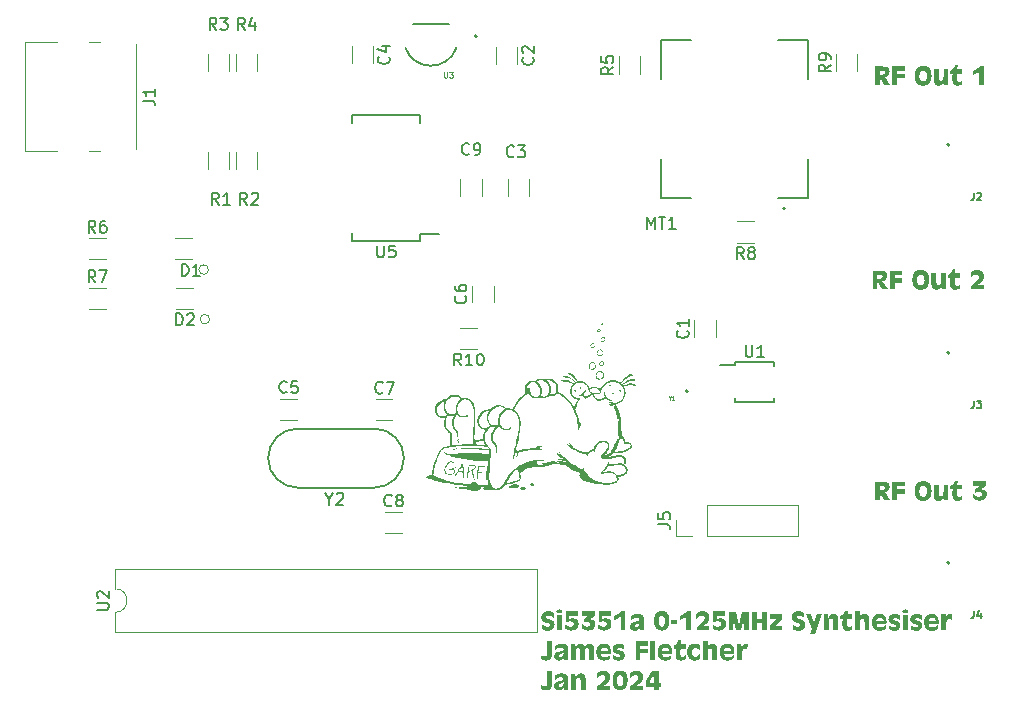
<source format=gbr>
%TF.GenerationSoftware,KiCad,Pcbnew,7.0.2*%
%TF.CreationDate,2024-01-20T15:19:51+00:00*%
%TF.ProjectId,Si5351a and Audio Gain Board,53693533-3531-4612-9061-6e6420417564,rev?*%
%TF.SameCoordinates,Original*%
%TF.FileFunction,Legend,Top*%
%TF.FilePolarity,Positive*%
%FSLAX46Y46*%
G04 Gerber Fmt 4.6, Leading zero omitted, Abs format (unit mm)*
G04 Created by KiCad (PCBNEW 7.0.2) date 2024-01-20 15:19:51*
%MOMM*%
%LPD*%
G01*
G04 APERTURE LIST*
%ADD10C,0.300000*%
%ADD11C,0.150000*%
%ADD12C,0.120000*%
%ADD13C,0.080000*%
%ADD14C,0.127000*%
%ADD15C,0.200000*%
%ADD16C,0.100000*%
G04 APERTURE END LIST*
D10*
G36*
X167228545Y-98334125D02*
G01*
X167245664Y-98334413D01*
X167262488Y-98334892D01*
X167279016Y-98335564D01*
X167295249Y-98336427D01*
X167311186Y-98337481D01*
X167326828Y-98338728D01*
X167342174Y-98340166D01*
X167357225Y-98341796D01*
X167371980Y-98343618D01*
X167400603Y-98347837D01*
X167428045Y-98352823D01*
X167454304Y-98358576D01*
X167479382Y-98365096D01*
X167503277Y-98372383D01*
X167525990Y-98380438D01*
X167547521Y-98389259D01*
X167567870Y-98398847D01*
X167587037Y-98409203D01*
X167605022Y-98420325D01*
X167621824Y-98432215D01*
X167637529Y-98444932D01*
X167652221Y-98458536D01*
X167665900Y-98473028D01*
X167678565Y-98488406D01*
X167690217Y-98504672D01*
X167700856Y-98521826D01*
X167710482Y-98539866D01*
X167719094Y-98558794D01*
X167726693Y-98578609D01*
X167733279Y-98599312D01*
X167738852Y-98620901D01*
X167743411Y-98643378D01*
X167746958Y-98666743D01*
X167749491Y-98690994D01*
X167751011Y-98716133D01*
X167751517Y-98742159D01*
X167751025Y-98769214D01*
X167749548Y-98795608D01*
X167747087Y-98821341D01*
X167743640Y-98846413D01*
X167739210Y-98870823D01*
X167733794Y-98894573D01*
X167727394Y-98917661D01*
X167720010Y-98940088D01*
X167711641Y-98961853D01*
X167702287Y-98982958D01*
X167691949Y-99003401D01*
X167680626Y-99023184D01*
X167668318Y-99042305D01*
X167655026Y-99060765D01*
X167640749Y-99078563D01*
X167625488Y-99095701D01*
X167610994Y-99110394D01*
X167595996Y-99124249D01*
X167580494Y-99137265D01*
X167564488Y-99149442D01*
X167547979Y-99160781D01*
X167530966Y-99171281D01*
X167513449Y-99180942D01*
X167495429Y-99189765D01*
X167476904Y-99197749D01*
X167457876Y-99204895D01*
X167438345Y-99211201D01*
X167418309Y-99216670D01*
X167397770Y-99221299D01*
X167376727Y-99225090D01*
X167355180Y-99228043D01*
X167333129Y-99230157D01*
X167809036Y-99905000D01*
X167561741Y-99905000D01*
X167314811Y-99905000D01*
X166930129Y-99248475D01*
X166927198Y-99248475D01*
X166927198Y-99905000D01*
X166730460Y-99905000D01*
X166533356Y-99905000D01*
X166533356Y-98709187D01*
X166927198Y-98709187D01*
X166927198Y-99014002D01*
X167185484Y-99014002D01*
X167204507Y-99013297D01*
X167222556Y-99011185D01*
X167239632Y-99007665D01*
X167255735Y-99002736D01*
X167270865Y-98996399D01*
X167285021Y-98988654D01*
X167298204Y-98979500D01*
X167310415Y-98968939D01*
X167321492Y-98957118D01*
X167331091Y-98944369D01*
X167339214Y-98930694D01*
X167345860Y-98916091D01*
X167351030Y-98900560D01*
X167354722Y-98884103D01*
X167356937Y-98866717D01*
X167357676Y-98848405D01*
X167356977Y-98832130D01*
X167354882Y-98816829D01*
X167351390Y-98802501D01*
X167345061Y-98785959D01*
X167336550Y-98770938D01*
X167325856Y-98757437D01*
X167312979Y-98745457D01*
X167298178Y-98735008D01*
X167284972Y-98727924D01*
X167270552Y-98721973D01*
X167254918Y-98717156D01*
X167238071Y-98713472D01*
X167220011Y-98710922D01*
X167200737Y-98709505D01*
X167185484Y-98709187D01*
X166927198Y-98709187D01*
X166533356Y-98709187D01*
X166533356Y-98334030D01*
X166730094Y-98334030D01*
X167211130Y-98334030D01*
X167228545Y-98334125D01*
G37*
G36*
X167980495Y-99905000D02*
G01*
X167980495Y-98334030D01*
X169039654Y-98334030D01*
X169039654Y-98521242D01*
X169039654Y-98709187D01*
X168374337Y-98709187D01*
X168374337Y-98967107D01*
X169039654Y-98967107D01*
X169039654Y-99154319D01*
X169039654Y-99342264D01*
X168374337Y-99342264D01*
X168374337Y-99905000D01*
X168177599Y-99905000D01*
X167980495Y-99905000D01*
G37*
G36*
X170619326Y-98287320D02*
G01*
X170642272Y-98287876D01*
X170664807Y-98288803D01*
X170686931Y-98290100D01*
X170708644Y-98291768D01*
X170729947Y-98293807D01*
X170750839Y-98296216D01*
X170771321Y-98298996D01*
X170791391Y-98302147D01*
X170811051Y-98305668D01*
X170830300Y-98309560D01*
X170849139Y-98313822D01*
X170867566Y-98318455D01*
X170885583Y-98323459D01*
X170903190Y-98328834D01*
X170920385Y-98334579D01*
X170937170Y-98340695D01*
X170953544Y-98347181D01*
X170969507Y-98354039D01*
X170985060Y-98361266D01*
X171000202Y-98368865D01*
X171014933Y-98376834D01*
X171029253Y-98385174D01*
X171043163Y-98393884D01*
X171056662Y-98402965D01*
X171069750Y-98412417D01*
X171082428Y-98422240D01*
X171094694Y-98432433D01*
X171106550Y-98442996D01*
X171117996Y-98453931D01*
X171129030Y-98465236D01*
X171139654Y-98476912D01*
X171149910Y-98489002D01*
X171159840Y-98501550D01*
X171169444Y-98514556D01*
X171178723Y-98528019D01*
X171187677Y-98541941D01*
X171196305Y-98556321D01*
X171204607Y-98571159D01*
X171212583Y-98586454D01*
X171220235Y-98602208D01*
X171227560Y-98618420D01*
X171234560Y-98635089D01*
X171241234Y-98652217D01*
X171247583Y-98669802D01*
X171253606Y-98687846D01*
X171259304Y-98706347D01*
X171264676Y-98725307D01*
X171269722Y-98744724D01*
X171274443Y-98764599D01*
X171278839Y-98784932D01*
X171282908Y-98805724D01*
X171286652Y-98826973D01*
X171290071Y-98848680D01*
X171293164Y-98870845D01*
X171295931Y-98893468D01*
X171298373Y-98916549D01*
X171300489Y-98940088D01*
X171302280Y-98964084D01*
X171303745Y-98988539D01*
X171304885Y-99013452D01*
X171305699Y-99038823D01*
X171306187Y-99064651D01*
X171306350Y-99090938D01*
X171306350Y-99096067D01*
X171306244Y-99122603D01*
X171305787Y-99148721D01*
X171304981Y-99174420D01*
X171303825Y-99199702D01*
X171302319Y-99224567D01*
X171300464Y-99249013D01*
X171298258Y-99273041D01*
X171295702Y-99296652D01*
X171292797Y-99319844D01*
X171289541Y-99342619D01*
X171285936Y-99364976D01*
X171281981Y-99386915D01*
X171277676Y-99408436D01*
X171273021Y-99429539D01*
X171268016Y-99450224D01*
X171262661Y-99470491D01*
X171256956Y-99490341D01*
X171250901Y-99509773D01*
X171244497Y-99528786D01*
X171237742Y-99547382D01*
X171230638Y-99565560D01*
X171223184Y-99583320D01*
X171215379Y-99600662D01*
X171207225Y-99617587D01*
X171198721Y-99634093D01*
X171189867Y-99650182D01*
X171180664Y-99665852D01*
X171171110Y-99681105D01*
X171161206Y-99695940D01*
X171150953Y-99710357D01*
X171140349Y-99724356D01*
X171129396Y-99737937D01*
X171118117Y-99751101D01*
X171106490Y-99763846D01*
X171094515Y-99776174D01*
X171082192Y-99788084D01*
X171069522Y-99799575D01*
X171056504Y-99810649D01*
X171043138Y-99821305D01*
X171029424Y-99831543D01*
X171015363Y-99841364D01*
X171000954Y-99850766D01*
X170986197Y-99859751D01*
X170971092Y-99868317D01*
X170955640Y-99876466D01*
X170939840Y-99884197D01*
X170923692Y-99891510D01*
X170907196Y-99898405D01*
X170890352Y-99904882D01*
X170873161Y-99910941D01*
X170855622Y-99916583D01*
X170837736Y-99921806D01*
X170819501Y-99926612D01*
X170800919Y-99931000D01*
X170781989Y-99934970D01*
X170762711Y-99938522D01*
X170743085Y-99941656D01*
X170723112Y-99944372D01*
X170702791Y-99946671D01*
X170682122Y-99948551D01*
X170661106Y-99950014D01*
X170639741Y-99951058D01*
X170618029Y-99951685D01*
X170595969Y-99951894D01*
X170573955Y-99951685D01*
X170552289Y-99951058D01*
X170530971Y-99950014D01*
X170510000Y-99948551D01*
X170489377Y-99946671D01*
X170469102Y-99944372D01*
X170449174Y-99941656D01*
X170429594Y-99938522D01*
X170410362Y-99934970D01*
X170391478Y-99931000D01*
X170372942Y-99926612D01*
X170354753Y-99921806D01*
X170336912Y-99916583D01*
X170319419Y-99910941D01*
X170302273Y-99904882D01*
X170285476Y-99898405D01*
X170269026Y-99891510D01*
X170252924Y-99884197D01*
X170237169Y-99876466D01*
X170221763Y-99868317D01*
X170206704Y-99859751D01*
X170191993Y-99850766D01*
X170177629Y-99841364D01*
X170163614Y-99831543D01*
X170149946Y-99821305D01*
X170136626Y-99810649D01*
X170123654Y-99799575D01*
X170111029Y-99788084D01*
X170098752Y-99776174D01*
X170086823Y-99763846D01*
X170075242Y-99751101D01*
X170064009Y-99737937D01*
X170053143Y-99724356D01*
X170042621Y-99710357D01*
X170032441Y-99695940D01*
X170022604Y-99681105D01*
X170013109Y-99665852D01*
X170003958Y-99650182D01*
X169995149Y-99634093D01*
X169986683Y-99617587D01*
X169978559Y-99600662D01*
X169970779Y-99583320D01*
X169963341Y-99565560D01*
X169956246Y-99547382D01*
X169949494Y-99528786D01*
X169943084Y-99509773D01*
X169937017Y-99490341D01*
X169931293Y-99470491D01*
X169925912Y-99450224D01*
X169920873Y-99429539D01*
X169916177Y-99408436D01*
X169911824Y-99386915D01*
X169907814Y-99364976D01*
X169904146Y-99342619D01*
X169900822Y-99319844D01*
X169897839Y-99296652D01*
X169895200Y-99273041D01*
X169892904Y-99249013D01*
X169890950Y-99224567D01*
X169889339Y-99199702D01*
X169888070Y-99174420D01*
X169887360Y-99154685D01*
X170280163Y-99154685D01*
X170280481Y-99181353D01*
X170281434Y-99207224D01*
X170283023Y-99232300D01*
X170285247Y-99256581D01*
X170288106Y-99280065D01*
X170291601Y-99302754D01*
X170295731Y-99324647D01*
X170300497Y-99345744D01*
X170305898Y-99366046D01*
X170311934Y-99385552D01*
X170318606Y-99404263D01*
X170325913Y-99422177D01*
X170333856Y-99439296D01*
X170342434Y-99455619D01*
X170351647Y-99471147D01*
X170361496Y-99485879D01*
X170371986Y-99499720D01*
X170383032Y-99512669D01*
X170394632Y-99524725D01*
X170406788Y-99535887D01*
X170419499Y-99546157D01*
X170432766Y-99555534D01*
X170446587Y-99564017D01*
X170460964Y-99571608D01*
X170475896Y-99578306D01*
X170491384Y-99584110D01*
X170507427Y-99589022D01*
X170524025Y-99593040D01*
X170541178Y-99596166D01*
X170558887Y-99598398D01*
X170577150Y-99599738D01*
X170595969Y-99600184D01*
X170614920Y-99599738D01*
X170633304Y-99598398D01*
X170651122Y-99596166D01*
X170668372Y-99593040D01*
X170685056Y-99589022D01*
X170701173Y-99584110D01*
X170716724Y-99578306D01*
X170731707Y-99571608D01*
X170746124Y-99564017D01*
X170759975Y-99555534D01*
X170773258Y-99546157D01*
X170785975Y-99535887D01*
X170798125Y-99524725D01*
X170809709Y-99512669D01*
X170820725Y-99499720D01*
X170831175Y-99485879D01*
X170841069Y-99471147D01*
X170850324Y-99455619D01*
X170858940Y-99439296D01*
X170866919Y-99422177D01*
X170874259Y-99404263D01*
X170880961Y-99385552D01*
X170887024Y-99366046D01*
X170892450Y-99345744D01*
X170897237Y-99324647D01*
X170901386Y-99302754D01*
X170904896Y-99280065D01*
X170907768Y-99256581D01*
X170910002Y-99232300D01*
X170911598Y-99207224D01*
X170912555Y-99181353D01*
X170912875Y-99154685D01*
X170912799Y-99139676D01*
X170912574Y-99124918D01*
X170911672Y-99096159D01*
X170910170Y-99068407D01*
X170908066Y-99041662D01*
X170905361Y-99015925D01*
X170902055Y-98991195D01*
X170898148Y-98967473D01*
X170893640Y-98944759D01*
X170888531Y-98923052D01*
X170882821Y-98902352D01*
X170876510Y-98882660D01*
X170869598Y-98863975D01*
X170862084Y-98846298D01*
X170853970Y-98829629D01*
X170845255Y-98813967D01*
X170835938Y-98799312D01*
X170825985Y-98785559D01*
X170815359Y-98772693D01*
X170804060Y-98760715D01*
X170792089Y-98749624D01*
X170779445Y-98739420D01*
X170766129Y-98730104D01*
X170752139Y-98721674D01*
X170737478Y-98714132D01*
X170722143Y-98707478D01*
X170706136Y-98701710D01*
X170689457Y-98696830D01*
X170672105Y-98692838D01*
X170654080Y-98689732D01*
X170635382Y-98687514D01*
X170616012Y-98686183D01*
X170595969Y-98685739D01*
X170577150Y-98686213D01*
X170558887Y-98687634D01*
X170541178Y-98690002D01*
X170524025Y-98693318D01*
X170507427Y-98697582D01*
X170491384Y-98702792D01*
X170475896Y-98708950D01*
X170460964Y-98716056D01*
X170446587Y-98724109D01*
X170432766Y-98733109D01*
X170419499Y-98743057D01*
X170406788Y-98753952D01*
X170394632Y-98765794D01*
X170383032Y-98778584D01*
X170371986Y-98792321D01*
X170361496Y-98807006D01*
X170351647Y-98822532D01*
X170342434Y-98838885D01*
X170333856Y-98856066D01*
X170325913Y-98874073D01*
X170318606Y-98892908D01*
X170311934Y-98912570D01*
X170305898Y-98933059D01*
X170300497Y-98954376D01*
X170295731Y-98976519D01*
X170291601Y-98999490D01*
X170288106Y-99023288D01*
X170285247Y-99047913D01*
X170283023Y-99073365D01*
X170281434Y-99099645D01*
X170280481Y-99126752D01*
X170280163Y-99154685D01*
X169887360Y-99154685D01*
X169887145Y-99148721D01*
X169886562Y-99122603D01*
X169886322Y-99096067D01*
X169886562Y-99070986D01*
X169887145Y-99046299D01*
X169888070Y-99022007D01*
X169889339Y-98998111D01*
X169890950Y-98974609D01*
X169892904Y-98951502D01*
X169895200Y-98928790D01*
X169897839Y-98906474D01*
X169900822Y-98884552D01*
X169904146Y-98863025D01*
X169907814Y-98841893D01*
X169911824Y-98821157D01*
X169916177Y-98800815D01*
X169920873Y-98780868D01*
X169925912Y-98761316D01*
X169931293Y-98742159D01*
X169937017Y-98723397D01*
X169943084Y-98705031D01*
X169949494Y-98687059D01*
X169956246Y-98669482D01*
X169963341Y-98652300D01*
X169970779Y-98635513D01*
X169978559Y-98619121D01*
X169986683Y-98603124D01*
X169995149Y-98587522D01*
X170003958Y-98572315D01*
X170013109Y-98557503D01*
X170022604Y-98543086D01*
X170032441Y-98529064D01*
X170042621Y-98515437D01*
X170053143Y-98502205D01*
X170064009Y-98489368D01*
X170075242Y-98476926D01*
X170086823Y-98464879D01*
X170098752Y-98453227D01*
X170111029Y-98441970D01*
X170123654Y-98431107D01*
X170136626Y-98420640D01*
X170149946Y-98410568D01*
X170163614Y-98400891D01*
X170177629Y-98391609D01*
X170191993Y-98382722D01*
X170206704Y-98374229D01*
X170221763Y-98366132D01*
X170237169Y-98358430D01*
X170252924Y-98351123D01*
X170269026Y-98344210D01*
X170285476Y-98337693D01*
X170302273Y-98331571D01*
X170319419Y-98325844D01*
X170336912Y-98320511D01*
X170354753Y-98315574D01*
X170372942Y-98311032D01*
X170391478Y-98306884D01*
X170410362Y-98303132D01*
X170429594Y-98299774D01*
X170449174Y-98296812D01*
X170469102Y-98294245D01*
X170489377Y-98292072D01*
X170510000Y-98290295D01*
X170530971Y-98288912D01*
X170552289Y-98287925D01*
X170573955Y-98287332D01*
X170595969Y-98287135D01*
X170619326Y-98287320D01*
G37*
G36*
X171923674Y-98568503D02*
G01*
X171923674Y-99262763D01*
X171923838Y-99281297D01*
X171924332Y-99299165D01*
X171925155Y-99316365D01*
X171926307Y-99332899D01*
X171927788Y-99348766D01*
X171929598Y-99363965D01*
X171931738Y-99378498D01*
X171935564Y-99399047D01*
X171940131Y-99418096D01*
X171945439Y-99435644D01*
X171951487Y-99451691D01*
X171958276Y-99466238D01*
X171965806Y-99479284D01*
X171977169Y-99494654D01*
X171990192Y-99507975D01*
X172004875Y-99519247D01*
X172021218Y-99528469D01*
X172039221Y-99535641D01*
X172053813Y-99539676D01*
X172069339Y-99542558D01*
X172085799Y-99544287D01*
X172103192Y-99544863D01*
X172123416Y-99544200D01*
X172142596Y-99542210D01*
X172160733Y-99538894D01*
X172177827Y-99534250D01*
X172193878Y-99528280D01*
X172208885Y-99520984D01*
X172222849Y-99512361D01*
X172235770Y-99502411D01*
X172247648Y-99491135D01*
X172258482Y-99478531D01*
X172265125Y-99469392D01*
X172274336Y-99454385D01*
X172282736Y-99437665D01*
X172290325Y-99419231D01*
X172297102Y-99399085D01*
X172301169Y-99384702D01*
X172304876Y-99369558D01*
X172308222Y-99353653D01*
X172311207Y-99336986D01*
X172313832Y-99319558D01*
X172316096Y-99301369D01*
X172317999Y-99282418D01*
X172319542Y-99262706D01*
X172320724Y-99242232D01*
X172321545Y-99220997D01*
X172321545Y-98568503D01*
X172531838Y-98568503D01*
X172742864Y-98568503D01*
X172742864Y-99905000D01*
X172549057Y-99905000D01*
X172355251Y-99905000D01*
X172355251Y-99578935D01*
X172349319Y-99598474D01*
X172343066Y-99617524D01*
X172336491Y-99636084D01*
X172329594Y-99654154D01*
X172322375Y-99671736D01*
X172314833Y-99688827D01*
X172306970Y-99705430D01*
X172298785Y-99721543D01*
X172290278Y-99737166D01*
X172281448Y-99752300D01*
X172275383Y-99762117D01*
X172259790Y-99785098D01*
X172243326Y-99806596D01*
X172225993Y-99826612D01*
X172207789Y-99845145D01*
X172188715Y-99862195D01*
X172168771Y-99877763D01*
X172147957Y-99891848D01*
X172126273Y-99904450D01*
X172103719Y-99915570D01*
X172080294Y-99925207D01*
X172056000Y-99933361D01*
X172030835Y-99940033D01*
X172004800Y-99945222D01*
X171977896Y-99948929D01*
X171950121Y-99951153D01*
X171921475Y-99951894D01*
X171897172Y-99951390D01*
X171873539Y-99949879D01*
X171850575Y-99947360D01*
X171828282Y-99943834D01*
X171806657Y-99939300D01*
X171785703Y-99933759D01*
X171765419Y-99927210D01*
X171745804Y-99919654D01*
X171726859Y-99911090D01*
X171708583Y-99901519D01*
X171690978Y-99890940D01*
X171674042Y-99879354D01*
X171657776Y-99866760D01*
X171642180Y-99853159D01*
X171627253Y-99838550D01*
X171612997Y-99822934D01*
X171599554Y-99806423D01*
X171586979Y-99789131D01*
X171575271Y-99771058D01*
X171564431Y-99752203D01*
X171554457Y-99732566D01*
X171545351Y-99712149D01*
X171537112Y-99690950D01*
X171529740Y-99668969D01*
X171523236Y-99646208D01*
X171517599Y-99622664D01*
X171512829Y-99598340D01*
X171508926Y-99573234D01*
X171505891Y-99547346D01*
X171503723Y-99520678D01*
X171502422Y-99493228D01*
X171501988Y-99464996D01*
X171501988Y-98568503D01*
X171712281Y-98568503D01*
X171923674Y-98568503D01*
G37*
G36*
X173922923Y-99811210D02*
G01*
X173903676Y-99828246D01*
X173883579Y-99844183D01*
X173862632Y-99859021D01*
X173840835Y-99872759D01*
X173818188Y-99885399D01*
X173794690Y-99896939D01*
X173770343Y-99907381D01*
X173745145Y-99916723D01*
X173719098Y-99924966D01*
X173692200Y-99932110D01*
X173664452Y-99938155D01*
X173635854Y-99943101D01*
X173621236Y-99945162D01*
X173606406Y-99946948D01*
X173591363Y-99948459D01*
X173576108Y-99949696D01*
X173560640Y-99950658D01*
X173544960Y-99951345D01*
X173529067Y-99951757D01*
X173512962Y-99951894D01*
X173495132Y-99951684D01*
X173477682Y-99951055D01*
X173460613Y-99950007D01*
X173443925Y-99948540D01*
X173427618Y-99946653D01*
X173411691Y-99944346D01*
X173396145Y-99941621D01*
X173380979Y-99938476D01*
X173366194Y-99934912D01*
X173351790Y-99930928D01*
X173337767Y-99926526D01*
X173310862Y-99916462D01*
X173285480Y-99904721D01*
X173261620Y-99891303D01*
X173239283Y-99876208D01*
X173218469Y-99859435D01*
X173199178Y-99840985D01*
X173181409Y-99820858D01*
X173165163Y-99799054D01*
X173150440Y-99775572D01*
X173137240Y-99750413D01*
X173131210Y-99737205D01*
X173125535Y-99723463D01*
X173120142Y-99709073D01*
X173115031Y-99694036D01*
X173110202Y-99678352D01*
X173105654Y-99662019D01*
X173101389Y-99645040D01*
X173097405Y-99627412D01*
X173093704Y-99609137D01*
X173090284Y-99590215D01*
X173087146Y-99570645D01*
X173084291Y-99550427D01*
X173081717Y-99529562D01*
X173079425Y-99508049D01*
X173077415Y-99485889D01*
X173075687Y-99463081D01*
X173074241Y-99439625D01*
X173073076Y-99415522D01*
X173072194Y-99390771D01*
X173071594Y-99365373D01*
X173071275Y-99339327D01*
X173071239Y-99312634D01*
X173071484Y-99285293D01*
X173072012Y-99257304D01*
X173072821Y-99228668D01*
X173073912Y-99199384D01*
X173075285Y-99169453D01*
X173076940Y-99138874D01*
X173078877Y-99107648D01*
X173081096Y-99075774D01*
X173083597Y-99043252D01*
X173086380Y-99010083D01*
X173089445Y-98976266D01*
X173089445Y-98967107D01*
X172904797Y-98967107D01*
X172904797Y-98687205D01*
X172925847Y-98676260D01*
X172946225Y-98665223D01*
X172965930Y-98654094D01*
X172984962Y-98642875D01*
X173003322Y-98631563D01*
X173021009Y-98620160D01*
X173038023Y-98608665D01*
X173054365Y-98597079D01*
X173070035Y-98585401D01*
X173085031Y-98573632D01*
X173099355Y-98561771D01*
X173113007Y-98549818D01*
X173125985Y-98537774D01*
X173138291Y-98525638D01*
X173149925Y-98513411D01*
X173160886Y-98501092D01*
X173170407Y-98489597D01*
X173179736Y-98477461D01*
X173188874Y-98464684D01*
X173197820Y-98451266D01*
X173206574Y-98437207D01*
X173215136Y-98422506D01*
X173223507Y-98407165D01*
X173231686Y-98391182D01*
X173239673Y-98374559D01*
X173247468Y-98357294D01*
X173255071Y-98339388D01*
X173262483Y-98320840D01*
X173269703Y-98301652D01*
X173276731Y-98281823D01*
X173283568Y-98261352D01*
X173290212Y-98240240D01*
X173514794Y-98240240D01*
X173504535Y-98568503D01*
X173920725Y-98568503D01*
X173920725Y-98967107D01*
X173497208Y-98967107D01*
X173497208Y-98976266D01*
X173495412Y-98999636D01*
X173493732Y-99022532D01*
X173492169Y-99044954D01*
X173490722Y-99066901D01*
X173489393Y-99088374D01*
X173488179Y-99109372D01*
X173487083Y-99129896D01*
X173486103Y-99149946D01*
X173485239Y-99169521D01*
X173484493Y-99188621D01*
X173483863Y-99207248D01*
X173483349Y-99225400D01*
X173482953Y-99243077D01*
X173482672Y-99260280D01*
X173482509Y-99277009D01*
X173482462Y-99293263D01*
X173482532Y-99309043D01*
X173482718Y-99324348D01*
X173483021Y-99339179D01*
X173483977Y-99367418D01*
X173485400Y-99393759D01*
X173487289Y-99418202D01*
X173489644Y-99440748D01*
X173492467Y-99461396D01*
X173495755Y-99480146D01*
X173497575Y-99488810D01*
X173501702Y-99505136D01*
X173506482Y-99520409D01*
X173511914Y-99534628D01*
X173521287Y-99553982D01*
X173532127Y-99570967D01*
X173544436Y-99585581D01*
X173558214Y-99597826D01*
X173573459Y-99607701D01*
X173590173Y-99615205D01*
X173608355Y-99620340D01*
X173628006Y-99623105D01*
X173641922Y-99623632D01*
X173661266Y-99623247D01*
X173680098Y-99622092D01*
X173698418Y-99620167D01*
X173716225Y-99617472D01*
X173733520Y-99614008D01*
X173750303Y-99609773D01*
X173766573Y-99604768D01*
X173782331Y-99598994D01*
X173797577Y-99592449D01*
X173812310Y-99585135D01*
X173826531Y-99577051D01*
X173840240Y-99568196D01*
X173853436Y-99558572D01*
X173866120Y-99548178D01*
X173878291Y-99537014D01*
X173889951Y-99525080D01*
X173900113Y-99513600D01*
X173909580Y-99501831D01*
X173918351Y-99489772D01*
X173922923Y-99482948D01*
X173922923Y-99811210D01*
G37*
G36*
X175385816Y-98709187D02*
G01*
X174858618Y-98709187D01*
X174858618Y-98510251D01*
X174858618Y-98310582D01*
X175941591Y-98310582D01*
X175941591Y-98496329D01*
X175941591Y-98682808D01*
X175530163Y-98935966D01*
X175468981Y-98979563D01*
X175485669Y-98979659D01*
X175502074Y-98979945D01*
X175518195Y-98980423D01*
X175534033Y-98981092D01*
X175549588Y-98981952D01*
X175564859Y-98983002D01*
X175579847Y-98984244D01*
X175594552Y-98985677D01*
X175623111Y-98989116D01*
X175650537Y-98993319D01*
X175676829Y-98998287D01*
X175701988Y-99004018D01*
X175726014Y-99010514D01*
X175748906Y-99017774D01*
X175770664Y-99025798D01*
X175791290Y-99034587D01*
X175810781Y-99044139D01*
X175829140Y-99054456D01*
X175846364Y-99065537D01*
X175862456Y-99077383D01*
X175877495Y-99090059D01*
X175891565Y-99103635D01*
X175904664Y-99118109D01*
X175916792Y-99133482D01*
X175927951Y-99149754D01*
X175938139Y-99166924D01*
X175947357Y-99184994D01*
X175955604Y-99203961D01*
X175962881Y-99223828D01*
X175969188Y-99244594D01*
X175974525Y-99266258D01*
X175978891Y-99288821D01*
X175982287Y-99312282D01*
X175984713Y-99336643D01*
X175986168Y-99361902D01*
X175986653Y-99388060D01*
X175986496Y-99403484D01*
X175986022Y-99418710D01*
X175985233Y-99433735D01*
X175984129Y-99448561D01*
X175982709Y-99463187D01*
X175978922Y-99491841D01*
X175973873Y-99519696D01*
X175967562Y-99546753D01*
X175959989Y-99573011D01*
X175951153Y-99598470D01*
X175941055Y-99623131D01*
X175929695Y-99646994D01*
X175917072Y-99670057D01*
X175903188Y-99692323D01*
X175888041Y-99713789D01*
X175871632Y-99734457D01*
X175853960Y-99754327D01*
X175835027Y-99773398D01*
X175825087Y-99782634D01*
X175804446Y-99800291D01*
X175782915Y-99816809D01*
X175760494Y-99832187D01*
X175737182Y-99846427D01*
X175712981Y-99859527D01*
X175687889Y-99871489D01*
X175661907Y-99882311D01*
X175635035Y-99891994D01*
X175607273Y-99900537D01*
X175593058Y-99904382D01*
X175578621Y-99907942D01*
X175563961Y-99911217D01*
X175549078Y-99914207D01*
X175533973Y-99916913D01*
X175518646Y-99919334D01*
X175503096Y-99921469D01*
X175487323Y-99923321D01*
X175471328Y-99924887D01*
X175455110Y-99926168D01*
X175438670Y-99927165D01*
X175422007Y-99927877D01*
X175405122Y-99928304D01*
X175388014Y-99928447D01*
X175366582Y-99928242D01*
X175345424Y-99927628D01*
X175324542Y-99926605D01*
X175303934Y-99925172D01*
X175283600Y-99923331D01*
X175263542Y-99921079D01*
X175243758Y-99918419D01*
X175224249Y-99915349D01*
X175205015Y-99911870D01*
X175186056Y-99907982D01*
X175167371Y-99903684D01*
X175148961Y-99898977D01*
X175130826Y-99893861D01*
X175112966Y-99888336D01*
X175095381Y-99882401D01*
X175078070Y-99876057D01*
X175061025Y-99869255D01*
X175044239Y-99862038D01*
X175027709Y-99854405D01*
X175011437Y-99846358D01*
X174995423Y-99837896D01*
X174979667Y-99829019D01*
X174964168Y-99819727D01*
X174948927Y-99810020D01*
X174933943Y-99799897D01*
X174919217Y-99789360D01*
X174904748Y-99778408D01*
X174890537Y-99767040D01*
X174876584Y-99755258D01*
X174862888Y-99743061D01*
X174849450Y-99730448D01*
X174836270Y-99717421D01*
X174836270Y-99295369D01*
X174847517Y-99312813D01*
X174859001Y-99329790D01*
X174870724Y-99346301D01*
X174882683Y-99362345D01*
X174894881Y-99377923D01*
X174907316Y-99393034D01*
X174919988Y-99407679D01*
X174932898Y-99421857D01*
X174946046Y-99435568D01*
X174959431Y-99448813D01*
X174973054Y-99461591D01*
X174986914Y-99473903D01*
X175001012Y-99485749D01*
X175015347Y-99497127D01*
X175029920Y-99508040D01*
X175044731Y-99518485D01*
X175059659Y-99528378D01*
X175074584Y-99537633D01*
X175089506Y-99546250D01*
X175104425Y-99554229D01*
X175119342Y-99561569D01*
X175134255Y-99568271D01*
X175149166Y-99574334D01*
X175164074Y-99579760D01*
X175178979Y-99584547D01*
X175193881Y-99588695D01*
X175208780Y-99592206D01*
X175223677Y-99595078D01*
X175238570Y-99597312D01*
X175253461Y-99598908D01*
X175268349Y-99599865D01*
X175283234Y-99600184D01*
X175299906Y-99599967D01*
X175316127Y-99599314D01*
X175331895Y-99598227D01*
X175347210Y-99596704D01*
X175362074Y-99594746D01*
X175383521Y-99590994D01*
X175403951Y-99586263D01*
X175423363Y-99580552D01*
X175441758Y-99573863D01*
X175459135Y-99566196D01*
X175475495Y-99557549D01*
X175490837Y-99547923D01*
X175495725Y-99544497D01*
X175509606Y-99533633D01*
X175522121Y-99522060D01*
X175533270Y-99509779D01*
X175543055Y-99496790D01*
X175551474Y-99483092D01*
X175558528Y-99468685D01*
X175564217Y-99453571D01*
X175568540Y-99437748D01*
X175571498Y-99421216D01*
X175573091Y-99403976D01*
X175573394Y-99392090D01*
X175572763Y-99373846D01*
X175570870Y-99356485D01*
X175567714Y-99340006D01*
X175563297Y-99324409D01*
X175557616Y-99309695D01*
X175550674Y-99295863D01*
X175542470Y-99282913D01*
X175533003Y-99270846D01*
X175522274Y-99259661D01*
X175510283Y-99249358D01*
X175501587Y-99242979D01*
X175487466Y-99234075D01*
X175472032Y-99226046D01*
X175455284Y-99218894D01*
X175437221Y-99212617D01*
X175417846Y-99207216D01*
X175397156Y-99202691D01*
X175382633Y-99200160D01*
X175367526Y-99198019D01*
X175351836Y-99196268D01*
X175335561Y-99194905D01*
X175318703Y-99193932D01*
X175301260Y-99193348D01*
X175283234Y-99193154D01*
X175265465Y-99193400D01*
X175247513Y-99194138D01*
X175229378Y-99195369D01*
X175211060Y-99197092D01*
X175192559Y-99199307D01*
X175173874Y-99202015D01*
X175155006Y-99205215D01*
X175135956Y-99208907D01*
X175117471Y-99212972D01*
X175100121Y-99217288D01*
X175083903Y-99221856D01*
X175068819Y-99226676D01*
X175054869Y-99231748D01*
X175039025Y-99238442D01*
X175024951Y-99245530D01*
X175019818Y-99248475D01*
X175019818Y-98937798D01*
X175385816Y-98709187D01*
G37*
G36*
X167028545Y-80454125D02*
G01*
X167045664Y-80454413D01*
X167062488Y-80454892D01*
X167079016Y-80455564D01*
X167095249Y-80456427D01*
X167111186Y-80457481D01*
X167126828Y-80458728D01*
X167142174Y-80460166D01*
X167157225Y-80461796D01*
X167171980Y-80463618D01*
X167200603Y-80467837D01*
X167228045Y-80472823D01*
X167254304Y-80478576D01*
X167279382Y-80485096D01*
X167303277Y-80492383D01*
X167325990Y-80500438D01*
X167347521Y-80509259D01*
X167367870Y-80518847D01*
X167387037Y-80529203D01*
X167405022Y-80540325D01*
X167421824Y-80552215D01*
X167437529Y-80564932D01*
X167452221Y-80578536D01*
X167465900Y-80593028D01*
X167478565Y-80608406D01*
X167490217Y-80624672D01*
X167500856Y-80641826D01*
X167510482Y-80659866D01*
X167519094Y-80678794D01*
X167526693Y-80698609D01*
X167533279Y-80719312D01*
X167538852Y-80740901D01*
X167543411Y-80763378D01*
X167546958Y-80786743D01*
X167549491Y-80810994D01*
X167551011Y-80836133D01*
X167551517Y-80862159D01*
X167551025Y-80889214D01*
X167549548Y-80915608D01*
X167547087Y-80941341D01*
X167543640Y-80966413D01*
X167539210Y-80990823D01*
X167533794Y-81014573D01*
X167527394Y-81037661D01*
X167520010Y-81060088D01*
X167511641Y-81081853D01*
X167502287Y-81102958D01*
X167491949Y-81123401D01*
X167480626Y-81143184D01*
X167468318Y-81162305D01*
X167455026Y-81180765D01*
X167440749Y-81198563D01*
X167425488Y-81215701D01*
X167410994Y-81230394D01*
X167395996Y-81244249D01*
X167380494Y-81257265D01*
X167364488Y-81269442D01*
X167347979Y-81280781D01*
X167330966Y-81291281D01*
X167313449Y-81300942D01*
X167295429Y-81309765D01*
X167276904Y-81317749D01*
X167257876Y-81324895D01*
X167238345Y-81331201D01*
X167218309Y-81336670D01*
X167197770Y-81341299D01*
X167176727Y-81345090D01*
X167155180Y-81348043D01*
X167133129Y-81350157D01*
X167609036Y-82025000D01*
X167361741Y-82025000D01*
X167114811Y-82025000D01*
X166730129Y-81368475D01*
X166727198Y-81368475D01*
X166727198Y-82025000D01*
X166530460Y-82025000D01*
X166333356Y-82025000D01*
X166333356Y-80829187D01*
X166727198Y-80829187D01*
X166727198Y-81134002D01*
X166985484Y-81134002D01*
X167004507Y-81133297D01*
X167022556Y-81131185D01*
X167039632Y-81127665D01*
X167055735Y-81122736D01*
X167070865Y-81116399D01*
X167085021Y-81108654D01*
X167098204Y-81099500D01*
X167110415Y-81088939D01*
X167121492Y-81077118D01*
X167131091Y-81064369D01*
X167139214Y-81050694D01*
X167145860Y-81036091D01*
X167151030Y-81020560D01*
X167154722Y-81004103D01*
X167156937Y-80986717D01*
X167157676Y-80968405D01*
X167156977Y-80952130D01*
X167154882Y-80936829D01*
X167151390Y-80922501D01*
X167145061Y-80905959D01*
X167136550Y-80890938D01*
X167125856Y-80877437D01*
X167112979Y-80865457D01*
X167098178Y-80855008D01*
X167084972Y-80847924D01*
X167070552Y-80841973D01*
X167054918Y-80837156D01*
X167038071Y-80833472D01*
X167020011Y-80830922D01*
X167000737Y-80829505D01*
X166985484Y-80829187D01*
X166727198Y-80829187D01*
X166333356Y-80829187D01*
X166333356Y-80454030D01*
X166530094Y-80454030D01*
X167011130Y-80454030D01*
X167028545Y-80454125D01*
G37*
G36*
X167780495Y-82025000D02*
G01*
X167780495Y-80454030D01*
X168839654Y-80454030D01*
X168839654Y-80641242D01*
X168839654Y-80829187D01*
X168174337Y-80829187D01*
X168174337Y-81087107D01*
X168839654Y-81087107D01*
X168839654Y-81274319D01*
X168839654Y-81462264D01*
X168174337Y-81462264D01*
X168174337Y-82025000D01*
X167977599Y-82025000D01*
X167780495Y-82025000D01*
G37*
G36*
X170419326Y-80407320D02*
G01*
X170442272Y-80407876D01*
X170464807Y-80408803D01*
X170486931Y-80410100D01*
X170508644Y-80411768D01*
X170529947Y-80413807D01*
X170550839Y-80416216D01*
X170571321Y-80418996D01*
X170591391Y-80422147D01*
X170611051Y-80425668D01*
X170630300Y-80429560D01*
X170649139Y-80433822D01*
X170667566Y-80438455D01*
X170685583Y-80443459D01*
X170703190Y-80448834D01*
X170720385Y-80454579D01*
X170737170Y-80460695D01*
X170753544Y-80467181D01*
X170769507Y-80474039D01*
X170785060Y-80481266D01*
X170800202Y-80488865D01*
X170814933Y-80496834D01*
X170829253Y-80505174D01*
X170843163Y-80513884D01*
X170856662Y-80522965D01*
X170869750Y-80532417D01*
X170882428Y-80542240D01*
X170894694Y-80552433D01*
X170906550Y-80562996D01*
X170917996Y-80573931D01*
X170929030Y-80585236D01*
X170939654Y-80596912D01*
X170949910Y-80609002D01*
X170959840Y-80621550D01*
X170969444Y-80634556D01*
X170978723Y-80648019D01*
X170987677Y-80661941D01*
X170996305Y-80676321D01*
X171004607Y-80691159D01*
X171012583Y-80706454D01*
X171020235Y-80722208D01*
X171027560Y-80738420D01*
X171034560Y-80755089D01*
X171041234Y-80772217D01*
X171047583Y-80789802D01*
X171053606Y-80807846D01*
X171059304Y-80826347D01*
X171064676Y-80845307D01*
X171069722Y-80864724D01*
X171074443Y-80884599D01*
X171078839Y-80904932D01*
X171082908Y-80925724D01*
X171086652Y-80946973D01*
X171090071Y-80968680D01*
X171093164Y-80990845D01*
X171095931Y-81013468D01*
X171098373Y-81036549D01*
X171100489Y-81060088D01*
X171102280Y-81084084D01*
X171103745Y-81108539D01*
X171104885Y-81133452D01*
X171105699Y-81158823D01*
X171106187Y-81184651D01*
X171106350Y-81210938D01*
X171106350Y-81216067D01*
X171106244Y-81242603D01*
X171105787Y-81268721D01*
X171104981Y-81294420D01*
X171103825Y-81319702D01*
X171102319Y-81344567D01*
X171100464Y-81369013D01*
X171098258Y-81393041D01*
X171095702Y-81416652D01*
X171092797Y-81439844D01*
X171089541Y-81462619D01*
X171085936Y-81484976D01*
X171081981Y-81506915D01*
X171077676Y-81528436D01*
X171073021Y-81549539D01*
X171068016Y-81570224D01*
X171062661Y-81590491D01*
X171056956Y-81610341D01*
X171050901Y-81629773D01*
X171044497Y-81648786D01*
X171037742Y-81667382D01*
X171030638Y-81685560D01*
X171023184Y-81703320D01*
X171015379Y-81720662D01*
X171007225Y-81737587D01*
X170998721Y-81754093D01*
X170989867Y-81770182D01*
X170980664Y-81785852D01*
X170971110Y-81801105D01*
X170961206Y-81815940D01*
X170950953Y-81830357D01*
X170940349Y-81844356D01*
X170929396Y-81857937D01*
X170918117Y-81871101D01*
X170906490Y-81883846D01*
X170894515Y-81896174D01*
X170882192Y-81908084D01*
X170869522Y-81919575D01*
X170856504Y-81930649D01*
X170843138Y-81941305D01*
X170829424Y-81951543D01*
X170815363Y-81961364D01*
X170800954Y-81970766D01*
X170786197Y-81979751D01*
X170771092Y-81988317D01*
X170755640Y-81996466D01*
X170739840Y-82004197D01*
X170723692Y-82011510D01*
X170707196Y-82018405D01*
X170690352Y-82024882D01*
X170673161Y-82030941D01*
X170655622Y-82036583D01*
X170637736Y-82041806D01*
X170619501Y-82046612D01*
X170600919Y-82051000D01*
X170581989Y-82054970D01*
X170562711Y-82058522D01*
X170543085Y-82061656D01*
X170523112Y-82064372D01*
X170502791Y-82066671D01*
X170482122Y-82068551D01*
X170461106Y-82070014D01*
X170439741Y-82071058D01*
X170418029Y-82071685D01*
X170395969Y-82071894D01*
X170373955Y-82071685D01*
X170352289Y-82071058D01*
X170330971Y-82070014D01*
X170310000Y-82068551D01*
X170289377Y-82066671D01*
X170269102Y-82064372D01*
X170249174Y-82061656D01*
X170229594Y-82058522D01*
X170210362Y-82054970D01*
X170191478Y-82051000D01*
X170172942Y-82046612D01*
X170154753Y-82041806D01*
X170136912Y-82036583D01*
X170119419Y-82030941D01*
X170102273Y-82024882D01*
X170085476Y-82018405D01*
X170069026Y-82011510D01*
X170052924Y-82004197D01*
X170037169Y-81996466D01*
X170021763Y-81988317D01*
X170006704Y-81979751D01*
X169991993Y-81970766D01*
X169977629Y-81961364D01*
X169963614Y-81951543D01*
X169949946Y-81941305D01*
X169936626Y-81930649D01*
X169923654Y-81919575D01*
X169911029Y-81908084D01*
X169898752Y-81896174D01*
X169886823Y-81883846D01*
X169875242Y-81871101D01*
X169864009Y-81857937D01*
X169853143Y-81844356D01*
X169842621Y-81830357D01*
X169832441Y-81815940D01*
X169822604Y-81801105D01*
X169813109Y-81785852D01*
X169803958Y-81770182D01*
X169795149Y-81754093D01*
X169786683Y-81737587D01*
X169778559Y-81720662D01*
X169770779Y-81703320D01*
X169763341Y-81685560D01*
X169756246Y-81667382D01*
X169749494Y-81648786D01*
X169743084Y-81629773D01*
X169737017Y-81610341D01*
X169731293Y-81590491D01*
X169725912Y-81570224D01*
X169720873Y-81549539D01*
X169716177Y-81528436D01*
X169711824Y-81506915D01*
X169707814Y-81484976D01*
X169704146Y-81462619D01*
X169700822Y-81439844D01*
X169697839Y-81416652D01*
X169695200Y-81393041D01*
X169692904Y-81369013D01*
X169690950Y-81344567D01*
X169689339Y-81319702D01*
X169688070Y-81294420D01*
X169687360Y-81274685D01*
X170080163Y-81274685D01*
X170080481Y-81301353D01*
X170081434Y-81327224D01*
X170083023Y-81352300D01*
X170085247Y-81376581D01*
X170088106Y-81400065D01*
X170091601Y-81422754D01*
X170095731Y-81444647D01*
X170100497Y-81465744D01*
X170105898Y-81486046D01*
X170111934Y-81505552D01*
X170118606Y-81524263D01*
X170125913Y-81542177D01*
X170133856Y-81559296D01*
X170142434Y-81575619D01*
X170151647Y-81591147D01*
X170161496Y-81605879D01*
X170171986Y-81619720D01*
X170183032Y-81632669D01*
X170194632Y-81644725D01*
X170206788Y-81655887D01*
X170219499Y-81666157D01*
X170232766Y-81675534D01*
X170246587Y-81684017D01*
X170260964Y-81691608D01*
X170275896Y-81698306D01*
X170291384Y-81704110D01*
X170307427Y-81709022D01*
X170324025Y-81713040D01*
X170341178Y-81716166D01*
X170358887Y-81718398D01*
X170377150Y-81719738D01*
X170395969Y-81720184D01*
X170414920Y-81719738D01*
X170433304Y-81718398D01*
X170451122Y-81716166D01*
X170468372Y-81713040D01*
X170485056Y-81709022D01*
X170501173Y-81704110D01*
X170516724Y-81698306D01*
X170531707Y-81691608D01*
X170546124Y-81684017D01*
X170559975Y-81675534D01*
X170573258Y-81666157D01*
X170585975Y-81655887D01*
X170598125Y-81644725D01*
X170609709Y-81632669D01*
X170620725Y-81619720D01*
X170631175Y-81605879D01*
X170641069Y-81591147D01*
X170650324Y-81575619D01*
X170658940Y-81559296D01*
X170666919Y-81542177D01*
X170674259Y-81524263D01*
X170680961Y-81505552D01*
X170687024Y-81486046D01*
X170692450Y-81465744D01*
X170697237Y-81444647D01*
X170701386Y-81422754D01*
X170704896Y-81400065D01*
X170707768Y-81376581D01*
X170710002Y-81352300D01*
X170711598Y-81327224D01*
X170712555Y-81301353D01*
X170712875Y-81274685D01*
X170712799Y-81259676D01*
X170712574Y-81244918D01*
X170711672Y-81216159D01*
X170710170Y-81188407D01*
X170708066Y-81161662D01*
X170705361Y-81135925D01*
X170702055Y-81111195D01*
X170698148Y-81087473D01*
X170693640Y-81064759D01*
X170688531Y-81043052D01*
X170682821Y-81022352D01*
X170676510Y-81002660D01*
X170669598Y-80983975D01*
X170662084Y-80966298D01*
X170653970Y-80949629D01*
X170645255Y-80933967D01*
X170635938Y-80919312D01*
X170625985Y-80905559D01*
X170615359Y-80892693D01*
X170604060Y-80880715D01*
X170592089Y-80869624D01*
X170579445Y-80859420D01*
X170566129Y-80850104D01*
X170552139Y-80841674D01*
X170537478Y-80834132D01*
X170522143Y-80827478D01*
X170506136Y-80821710D01*
X170489457Y-80816830D01*
X170472105Y-80812838D01*
X170454080Y-80809732D01*
X170435382Y-80807514D01*
X170416012Y-80806183D01*
X170395969Y-80805739D01*
X170377150Y-80806213D01*
X170358887Y-80807634D01*
X170341178Y-80810002D01*
X170324025Y-80813318D01*
X170307427Y-80817582D01*
X170291384Y-80822792D01*
X170275896Y-80828950D01*
X170260964Y-80836056D01*
X170246587Y-80844109D01*
X170232766Y-80853109D01*
X170219499Y-80863057D01*
X170206788Y-80873952D01*
X170194632Y-80885794D01*
X170183032Y-80898584D01*
X170171986Y-80912321D01*
X170161496Y-80927006D01*
X170151647Y-80942532D01*
X170142434Y-80958885D01*
X170133856Y-80976066D01*
X170125913Y-80994073D01*
X170118606Y-81012908D01*
X170111934Y-81032570D01*
X170105898Y-81053059D01*
X170100497Y-81074376D01*
X170095731Y-81096519D01*
X170091601Y-81119490D01*
X170088106Y-81143288D01*
X170085247Y-81167913D01*
X170083023Y-81193365D01*
X170081434Y-81219645D01*
X170080481Y-81246752D01*
X170080163Y-81274685D01*
X169687360Y-81274685D01*
X169687145Y-81268721D01*
X169686562Y-81242603D01*
X169686322Y-81216067D01*
X169686562Y-81190986D01*
X169687145Y-81166299D01*
X169688070Y-81142007D01*
X169689339Y-81118111D01*
X169690950Y-81094609D01*
X169692904Y-81071502D01*
X169695200Y-81048790D01*
X169697839Y-81026474D01*
X169700822Y-81004552D01*
X169704146Y-80983025D01*
X169707814Y-80961893D01*
X169711824Y-80941157D01*
X169716177Y-80920815D01*
X169720873Y-80900868D01*
X169725912Y-80881316D01*
X169731293Y-80862159D01*
X169737017Y-80843397D01*
X169743084Y-80825031D01*
X169749494Y-80807059D01*
X169756246Y-80789482D01*
X169763341Y-80772300D01*
X169770779Y-80755513D01*
X169778559Y-80739121D01*
X169786683Y-80723124D01*
X169795149Y-80707522D01*
X169803958Y-80692315D01*
X169813109Y-80677503D01*
X169822604Y-80663086D01*
X169832441Y-80649064D01*
X169842621Y-80635437D01*
X169853143Y-80622205D01*
X169864009Y-80609368D01*
X169875242Y-80596926D01*
X169886823Y-80584879D01*
X169898752Y-80573227D01*
X169911029Y-80561970D01*
X169923654Y-80551107D01*
X169936626Y-80540640D01*
X169949946Y-80530568D01*
X169963614Y-80520891D01*
X169977629Y-80511609D01*
X169991993Y-80502722D01*
X170006704Y-80494229D01*
X170021763Y-80486132D01*
X170037169Y-80478430D01*
X170052924Y-80471123D01*
X170069026Y-80464210D01*
X170085476Y-80457693D01*
X170102273Y-80451571D01*
X170119419Y-80445844D01*
X170136912Y-80440511D01*
X170154753Y-80435574D01*
X170172942Y-80431032D01*
X170191478Y-80426884D01*
X170210362Y-80423132D01*
X170229594Y-80419774D01*
X170249174Y-80416812D01*
X170269102Y-80414245D01*
X170289377Y-80412072D01*
X170310000Y-80410295D01*
X170330971Y-80408912D01*
X170352289Y-80407925D01*
X170373955Y-80407332D01*
X170395969Y-80407135D01*
X170419326Y-80407320D01*
G37*
G36*
X171723674Y-80688503D02*
G01*
X171723674Y-81382763D01*
X171723838Y-81401297D01*
X171724332Y-81419165D01*
X171725155Y-81436365D01*
X171726307Y-81452899D01*
X171727788Y-81468766D01*
X171729598Y-81483965D01*
X171731738Y-81498498D01*
X171735564Y-81519047D01*
X171740131Y-81538096D01*
X171745439Y-81555644D01*
X171751487Y-81571691D01*
X171758276Y-81586238D01*
X171765806Y-81599284D01*
X171777169Y-81614654D01*
X171790192Y-81627975D01*
X171804875Y-81639247D01*
X171821218Y-81648469D01*
X171839221Y-81655641D01*
X171853813Y-81659676D01*
X171869339Y-81662558D01*
X171885799Y-81664287D01*
X171903192Y-81664863D01*
X171923416Y-81664200D01*
X171942596Y-81662210D01*
X171960733Y-81658894D01*
X171977827Y-81654250D01*
X171993878Y-81648280D01*
X172008885Y-81640984D01*
X172022849Y-81632361D01*
X172035770Y-81622411D01*
X172047648Y-81611135D01*
X172058482Y-81598531D01*
X172065125Y-81589392D01*
X172074336Y-81574385D01*
X172082736Y-81557665D01*
X172090325Y-81539231D01*
X172097102Y-81519085D01*
X172101169Y-81504702D01*
X172104876Y-81489558D01*
X172108222Y-81473653D01*
X172111207Y-81456986D01*
X172113832Y-81439558D01*
X172116096Y-81421369D01*
X172117999Y-81402418D01*
X172119542Y-81382706D01*
X172120724Y-81362232D01*
X172121545Y-81340997D01*
X172121545Y-80688503D01*
X172331838Y-80688503D01*
X172542864Y-80688503D01*
X172542864Y-82025000D01*
X172349057Y-82025000D01*
X172155251Y-82025000D01*
X172155251Y-81698935D01*
X172149319Y-81718474D01*
X172143066Y-81737524D01*
X172136491Y-81756084D01*
X172129594Y-81774154D01*
X172122375Y-81791736D01*
X172114833Y-81808827D01*
X172106970Y-81825430D01*
X172098785Y-81841543D01*
X172090278Y-81857166D01*
X172081448Y-81872300D01*
X172075383Y-81882117D01*
X172059790Y-81905098D01*
X172043326Y-81926596D01*
X172025993Y-81946612D01*
X172007789Y-81965145D01*
X171988715Y-81982195D01*
X171968771Y-81997763D01*
X171947957Y-82011848D01*
X171926273Y-82024450D01*
X171903719Y-82035570D01*
X171880294Y-82045207D01*
X171856000Y-82053361D01*
X171830835Y-82060033D01*
X171804800Y-82065222D01*
X171777896Y-82068929D01*
X171750121Y-82071153D01*
X171721475Y-82071894D01*
X171697172Y-82071390D01*
X171673539Y-82069879D01*
X171650575Y-82067360D01*
X171628282Y-82063834D01*
X171606657Y-82059300D01*
X171585703Y-82053759D01*
X171565419Y-82047210D01*
X171545804Y-82039654D01*
X171526859Y-82031090D01*
X171508583Y-82021519D01*
X171490978Y-82010940D01*
X171474042Y-81999354D01*
X171457776Y-81986760D01*
X171442180Y-81973159D01*
X171427253Y-81958550D01*
X171412997Y-81942934D01*
X171399554Y-81926423D01*
X171386979Y-81909131D01*
X171375271Y-81891058D01*
X171364431Y-81872203D01*
X171354457Y-81852566D01*
X171345351Y-81832149D01*
X171337112Y-81810950D01*
X171329740Y-81788969D01*
X171323236Y-81766208D01*
X171317599Y-81742664D01*
X171312829Y-81718340D01*
X171308926Y-81693234D01*
X171305891Y-81667346D01*
X171303723Y-81640678D01*
X171302422Y-81613228D01*
X171301988Y-81584996D01*
X171301988Y-80688503D01*
X171512281Y-80688503D01*
X171723674Y-80688503D01*
G37*
G36*
X173722923Y-81931210D02*
G01*
X173703676Y-81948246D01*
X173683579Y-81964183D01*
X173662632Y-81979021D01*
X173640835Y-81992759D01*
X173618188Y-82005399D01*
X173594690Y-82016939D01*
X173570343Y-82027381D01*
X173545145Y-82036723D01*
X173519098Y-82044966D01*
X173492200Y-82052110D01*
X173464452Y-82058155D01*
X173435854Y-82063101D01*
X173421236Y-82065162D01*
X173406406Y-82066948D01*
X173391363Y-82068459D01*
X173376108Y-82069696D01*
X173360640Y-82070658D01*
X173344960Y-82071345D01*
X173329067Y-82071757D01*
X173312962Y-82071894D01*
X173295132Y-82071684D01*
X173277682Y-82071055D01*
X173260613Y-82070007D01*
X173243925Y-82068540D01*
X173227618Y-82066653D01*
X173211691Y-82064346D01*
X173196145Y-82061621D01*
X173180979Y-82058476D01*
X173166194Y-82054912D01*
X173151790Y-82050928D01*
X173137767Y-82046526D01*
X173110862Y-82036462D01*
X173085480Y-82024721D01*
X173061620Y-82011303D01*
X173039283Y-81996208D01*
X173018469Y-81979435D01*
X172999178Y-81960985D01*
X172981409Y-81940858D01*
X172965163Y-81919054D01*
X172950440Y-81895572D01*
X172937240Y-81870413D01*
X172931210Y-81857205D01*
X172925535Y-81843463D01*
X172920142Y-81829073D01*
X172915031Y-81814036D01*
X172910202Y-81798352D01*
X172905654Y-81782019D01*
X172901389Y-81765040D01*
X172897405Y-81747412D01*
X172893704Y-81729137D01*
X172890284Y-81710215D01*
X172887146Y-81690645D01*
X172884291Y-81670427D01*
X172881717Y-81649562D01*
X172879425Y-81628049D01*
X172877415Y-81605889D01*
X172875687Y-81583081D01*
X172874241Y-81559625D01*
X172873076Y-81535522D01*
X172872194Y-81510771D01*
X172871594Y-81485373D01*
X172871275Y-81459327D01*
X172871239Y-81432634D01*
X172871484Y-81405293D01*
X172872012Y-81377304D01*
X172872821Y-81348668D01*
X172873912Y-81319384D01*
X172875285Y-81289453D01*
X172876940Y-81258874D01*
X172878877Y-81227648D01*
X172881096Y-81195774D01*
X172883597Y-81163252D01*
X172886380Y-81130083D01*
X172889445Y-81096266D01*
X172889445Y-81087107D01*
X172704797Y-81087107D01*
X172704797Y-80807205D01*
X172725847Y-80796260D01*
X172746225Y-80785223D01*
X172765930Y-80774094D01*
X172784962Y-80762875D01*
X172803322Y-80751563D01*
X172821009Y-80740160D01*
X172838023Y-80728665D01*
X172854365Y-80717079D01*
X172870035Y-80705401D01*
X172885031Y-80693632D01*
X172899355Y-80681771D01*
X172913007Y-80669818D01*
X172925985Y-80657774D01*
X172938291Y-80645638D01*
X172949925Y-80633411D01*
X172960886Y-80621092D01*
X172970407Y-80609597D01*
X172979736Y-80597461D01*
X172988874Y-80584684D01*
X172997820Y-80571266D01*
X173006574Y-80557207D01*
X173015136Y-80542506D01*
X173023507Y-80527165D01*
X173031686Y-80511182D01*
X173039673Y-80494559D01*
X173047468Y-80477294D01*
X173055071Y-80459388D01*
X173062483Y-80440840D01*
X173069703Y-80421652D01*
X173076731Y-80401823D01*
X173083568Y-80381352D01*
X173090212Y-80360240D01*
X173314794Y-80360240D01*
X173304535Y-80688503D01*
X173720725Y-80688503D01*
X173720725Y-81087107D01*
X173297208Y-81087107D01*
X173297208Y-81096266D01*
X173295412Y-81119636D01*
X173293732Y-81142532D01*
X173292169Y-81164954D01*
X173290722Y-81186901D01*
X173289393Y-81208374D01*
X173288179Y-81229372D01*
X173287083Y-81249896D01*
X173286103Y-81269946D01*
X173285239Y-81289521D01*
X173284493Y-81308621D01*
X173283863Y-81327248D01*
X173283349Y-81345400D01*
X173282953Y-81363077D01*
X173282672Y-81380280D01*
X173282509Y-81397009D01*
X173282462Y-81413263D01*
X173282532Y-81429043D01*
X173282718Y-81444348D01*
X173283021Y-81459179D01*
X173283977Y-81487418D01*
X173285400Y-81513759D01*
X173287289Y-81538202D01*
X173289644Y-81560748D01*
X173292467Y-81581396D01*
X173295755Y-81600146D01*
X173297575Y-81608810D01*
X173301702Y-81625136D01*
X173306482Y-81640409D01*
X173311914Y-81654628D01*
X173321287Y-81673982D01*
X173332127Y-81690967D01*
X173344436Y-81705581D01*
X173358214Y-81717826D01*
X173373459Y-81727701D01*
X173390173Y-81735205D01*
X173408355Y-81740340D01*
X173428006Y-81743105D01*
X173441922Y-81743632D01*
X173461266Y-81743247D01*
X173480098Y-81742092D01*
X173498418Y-81740167D01*
X173516225Y-81737472D01*
X173533520Y-81734008D01*
X173550303Y-81729773D01*
X173566573Y-81724768D01*
X173582331Y-81718994D01*
X173597577Y-81712449D01*
X173612310Y-81705135D01*
X173626531Y-81697051D01*
X173640240Y-81688196D01*
X173653436Y-81678572D01*
X173666120Y-81668178D01*
X173678291Y-81657014D01*
X173689951Y-81645080D01*
X173700113Y-81633600D01*
X173709580Y-81621831D01*
X173718351Y-81609772D01*
X173722923Y-81602948D01*
X173722923Y-81931210D01*
G37*
G36*
X175744521Y-80914916D02*
G01*
X175744358Y-80930343D01*
X175743869Y-80945667D01*
X175743053Y-80960889D01*
X175741911Y-80976007D01*
X175740443Y-80991022D01*
X175738648Y-81005934D01*
X175736527Y-81020744D01*
X175734080Y-81035450D01*
X175731307Y-81050053D01*
X175728207Y-81064553D01*
X175724781Y-81078950D01*
X175721028Y-81093244D01*
X175716950Y-81107434D01*
X175712545Y-81121522D01*
X175707813Y-81135507D01*
X175702756Y-81149389D01*
X175697372Y-81163168D01*
X175691662Y-81176843D01*
X175685626Y-81190416D01*
X175679263Y-81203886D01*
X175672574Y-81217252D01*
X175665559Y-81230516D01*
X175658217Y-81243676D01*
X175650549Y-81256734D01*
X175642555Y-81269688D01*
X175634234Y-81282539D01*
X175625588Y-81295288D01*
X175616615Y-81307933D01*
X175607315Y-81320475D01*
X175597690Y-81332914D01*
X175587738Y-81345251D01*
X175577459Y-81357484D01*
X175561076Y-81376068D01*
X175543433Y-81395002D01*
X175524531Y-81414285D01*
X175504370Y-81433917D01*
X175482949Y-81453898D01*
X175471766Y-81464019D01*
X175460269Y-81474228D01*
X175448456Y-81484524D01*
X175436329Y-81494908D01*
X175423887Y-81505378D01*
X175411130Y-81515936D01*
X175398058Y-81526582D01*
X175384672Y-81537314D01*
X175370970Y-81548134D01*
X175356954Y-81559041D01*
X175342623Y-81570036D01*
X175327977Y-81581118D01*
X175313016Y-81592287D01*
X175297740Y-81603543D01*
X175282150Y-81614887D01*
X175266244Y-81626318D01*
X175250024Y-81637836D01*
X175233489Y-81649442D01*
X175216639Y-81661135D01*
X175199474Y-81672915D01*
X175181995Y-81684782D01*
X175164200Y-81696737D01*
X175717777Y-81696737D01*
X175717777Y-82025000D01*
X174647260Y-82025000D01*
X174647260Y-81880286D01*
X174647260Y-81734839D01*
X174819452Y-81610275D01*
X174834103Y-81599631D01*
X174848563Y-81588995D01*
X174862834Y-81578365D01*
X174876914Y-81567743D01*
X174890803Y-81557127D01*
X174904503Y-81546519D01*
X174918012Y-81535918D01*
X174931330Y-81525324D01*
X174944458Y-81514738D01*
X174957396Y-81504158D01*
X174970144Y-81493586D01*
X174982701Y-81483021D01*
X174995068Y-81472463D01*
X175007245Y-81461912D01*
X175019231Y-81451368D01*
X175031027Y-81440832D01*
X175042633Y-81430302D01*
X175054048Y-81419780D01*
X175065273Y-81409265D01*
X175076307Y-81398757D01*
X175087152Y-81388256D01*
X175097806Y-81377763D01*
X175108269Y-81367276D01*
X175118542Y-81356797D01*
X175138518Y-81335860D01*
X175157732Y-81314951D01*
X175176185Y-81294071D01*
X175193876Y-81273220D01*
X175210513Y-81252632D01*
X175226076Y-81232451D01*
X175240566Y-81212675D01*
X175253983Y-81193307D01*
X175266326Y-81174345D01*
X175277596Y-81155789D01*
X175287793Y-81137639D01*
X175296916Y-81119897D01*
X175304966Y-81102560D01*
X175311943Y-81085630D01*
X175317846Y-81069106D01*
X175322676Y-81052989D01*
X175326433Y-81037279D01*
X175329116Y-81021974D01*
X175330726Y-81007076D01*
X175331263Y-80992585D01*
X175330648Y-80974739D01*
X175328803Y-80957607D01*
X175325727Y-80941191D01*
X175321422Y-80925489D01*
X175315887Y-80910502D01*
X175309122Y-80896230D01*
X175301127Y-80882672D01*
X175291901Y-80869830D01*
X175281446Y-80857702D01*
X175269761Y-80846290D01*
X175261287Y-80839078D01*
X175247813Y-80828930D01*
X175233496Y-80819780D01*
X175218335Y-80811628D01*
X175202331Y-80804474D01*
X175185483Y-80798319D01*
X175167791Y-80793161D01*
X175149256Y-80789002D01*
X175129877Y-80785841D01*
X175109654Y-80783678D01*
X175088588Y-80782514D01*
X175074075Y-80782292D01*
X175058391Y-80782554D01*
X175042940Y-80783339D01*
X175027720Y-80784649D01*
X175012732Y-80786482D01*
X174997976Y-80788839D01*
X174983451Y-80791720D01*
X174969159Y-80795125D01*
X174948155Y-80801214D01*
X174927672Y-80808481D01*
X174907711Y-80816927D01*
X174888272Y-80826552D01*
X174869355Y-80837355D01*
X174850959Y-80849337D01*
X174838782Y-80858121D01*
X174826430Y-80867712D01*
X174813903Y-80878110D01*
X174801202Y-80889316D01*
X174788326Y-80901329D01*
X174775276Y-80914149D01*
X174762051Y-80927776D01*
X174748652Y-80942210D01*
X174735078Y-80957451D01*
X174721329Y-80973500D01*
X174707406Y-80990355D01*
X174693308Y-81008018D01*
X174679035Y-81026488D01*
X174664588Y-81045765D01*
X174649967Y-81065849D01*
X174635170Y-81086741D01*
X174615753Y-80641608D01*
X174636836Y-80624695D01*
X174657496Y-80608486D01*
X174677732Y-80592982D01*
X174697544Y-80578181D01*
X174716933Y-80564085D01*
X174735898Y-80550692D01*
X174754439Y-80538004D01*
X174772557Y-80526020D01*
X174790251Y-80514740D01*
X174807522Y-80504164D01*
X174824369Y-80494292D01*
X174840792Y-80485125D01*
X174856792Y-80476661D01*
X174872368Y-80468902D01*
X174887521Y-80461846D01*
X174902250Y-80455495D01*
X174916986Y-80449639D01*
X174932069Y-80444161D01*
X174947497Y-80439060D01*
X174963273Y-80434337D01*
X174979394Y-80429993D01*
X174995862Y-80426026D01*
X175012676Y-80422436D01*
X175029836Y-80419225D01*
X175047343Y-80416391D01*
X175065196Y-80413936D01*
X175083396Y-80411858D01*
X175101941Y-80410157D01*
X175120834Y-80408835D01*
X175140072Y-80407891D01*
X175159657Y-80407324D01*
X175179588Y-80407135D01*
X175195383Y-80407272D01*
X175210985Y-80407682D01*
X175226395Y-80408365D01*
X175241612Y-80409322D01*
X175256637Y-80410552D01*
X175271469Y-80412055D01*
X175286109Y-80413832D01*
X175314812Y-80418205D01*
X175342744Y-80423672D01*
X175369907Y-80430232D01*
X175396299Y-80437886D01*
X175421922Y-80446633D01*
X175446774Y-80456473D01*
X175470857Y-80467407D01*
X175494170Y-80479434D01*
X175516713Y-80492554D01*
X175538486Y-80506768D01*
X175559489Y-80522075D01*
X175579722Y-80538476D01*
X175589549Y-80547086D01*
X175608316Y-80564838D01*
X175625871Y-80583287D01*
X175642216Y-80602436D01*
X175657350Y-80622282D01*
X175671273Y-80642827D01*
X175683986Y-80664071D01*
X175695487Y-80686013D01*
X175705778Y-80708653D01*
X175714859Y-80731991D01*
X175722729Y-80756028D01*
X175729387Y-80780763D01*
X175734836Y-80806197D01*
X175739073Y-80832329D01*
X175742100Y-80859160D01*
X175743916Y-80886689D01*
X175744521Y-80914916D01*
G37*
G36*
X167228545Y-63174125D02*
G01*
X167245664Y-63174413D01*
X167262488Y-63174892D01*
X167279016Y-63175564D01*
X167295249Y-63176427D01*
X167311186Y-63177481D01*
X167326828Y-63178728D01*
X167342174Y-63180166D01*
X167357225Y-63181796D01*
X167371980Y-63183618D01*
X167400603Y-63187837D01*
X167428045Y-63192823D01*
X167454304Y-63198576D01*
X167479382Y-63205096D01*
X167503277Y-63212383D01*
X167525990Y-63220438D01*
X167547521Y-63229259D01*
X167567870Y-63238847D01*
X167587037Y-63249203D01*
X167605022Y-63260325D01*
X167621824Y-63272215D01*
X167637529Y-63284932D01*
X167652221Y-63298536D01*
X167665900Y-63313028D01*
X167678565Y-63328406D01*
X167690217Y-63344672D01*
X167700856Y-63361826D01*
X167710482Y-63379866D01*
X167719094Y-63398794D01*
X167726693Y-63418609D01*
X167733279Y-63439312D01*
X167738852Y-63460901D01*
X167743411Y-63483378D01*
X167746958Y-63506743D01*
X167749491Y-63530994D01*
X167751011Y-63556133D01*
X167751517Y-63582159D01*
X167751025Y-63609214D01*
X167749548Y-63635608D01*
X167747087Y-63661341D01*
X167743640Y-63686413D01*
X167739210Y-63710823D01*
X167733794Y-63734573D01*
X167727394Y-63757661D01*
X167720010Y-63780088D01*
X167711641Y-63801853D01*
X167702287Y-63822958D01*
X167691949Y-63843401D01*
X167680626Y-63863184D01*
X167668318Y-63882305D01*
X167655026Y-63900765D01*
X167640749Y-63918563D01*
X167625488Y-63935701D01*
X167610994Y-63950394D01*
X167595996Y-63964249D01*
X167580494Y-63977265D01*
X167564488Y-63989442D01*
X167547979Y-64000781D01*
X167530966Y-64011281D01*
X167513449Y-64020942D01*
X167495429Y-64029765D01*
X167476904Y-64037749D01*
X167457876Y-64044895D01*
X167438345Y-64051201D01*
X167418309Y-64056670D01*
X167397770Y-64061299D01*
X167376727Y-64065090D01*
X167355180Y-64068043D01*
X167333129Y-64070157D01*
X167809036Y-64745000D01*
X167561741Y-64745000D01*
X167314811Y-64745000D01*
X166930129Y-64088475D01*
X166927198Y-64088475D01*
X166927198Y-64745000D01*
X166730460Y-64745000D01*
X166533356Y-64745000D01*
X166533356Y-63549187D01*
X166927198Y-63549187D01*
X166927198Y-63854002D01*
X167185484Y-63854002D01*
X167204507Y-63853297D01*
X167222556Y-63851185D01*
X167239632Y-63847665D01*
X167255735Y-63842736D01*
X167270865Y-63836399D01*
X167285021Y-63828654D01*
X167298204Y-63819500D01*
X167310415Y-63808939D01*
X167321492Y-63797118D01*
X167331091Y-63784369D01*
X167339214Y-63770694D01*
X167345860Y-63756091D01*
X167351030Y-63740560D01*
X167354722Y-63724103D01*
X167356937Y-63706717D01*
X167357676Y-63688405D01*
X167356977Y-63672130D01*
X167354882Y-63656829D01*
X167351390Y-63642501D01*
X167345061Y-63625959D01*
X167336550Y-63610938D01*
X167325856Y-63597437D01*
X167312979Y-63585457D01*
X167298178Y-63575008D01*
X167284972Y-63567924D01*
X167270552Y-63561973D01*
X167254918Y-63557156D01*
X167238071Y-63553472D01*
X167220011Y-63550922D01*
X167200737Y-63549505D01*
X167185484Y-63549187D01*
X166927198Y-63549187D01*
X166533356Y-63549187D01*
X166533356Y-63174030D01*
X166730094Y-63174030D01*
X167211130Y-63174030D01*
X167228545Y-63174125D01*
G37*
G36*
X167980495Y-64745000D02*
G01*
X167980495Y-63174030D01*
X169039654Y-63174030D01*
X169039654Y-63361242D01*
X169039654Y-63549187D01*
X168374337Y-63549187D01*
X168374337Y-63807107D01*
X169039654Y-63807107D01*
X169039654Y-63994319D01*
X169039654Y-64182264D01*
X168374337Y-64182264D01*
X168374337Y-64745000D01*
X168177599Y-64745000D01*
X167980495Y-64745000D01*
G37*
G36*
X170619326Y-63127320D02*
G01*
X170642272Y-63127876D01*
X170664807Y-63128803D01*
X170686931Y-63130100D01*
X170708644Y-63131768D01*
X170729947Y-63133807D01*
X170750839Y-63136216D01*
X170771321Y-63138996D01*
X170791391Y-63142147D01*
X170811051Y-63145668D01*
X170830300Y-63149560D01*
X170849139Y-63153822D01*
X170867566Y-63158455D01*
X170885583Y-63163459D01*
X170903190Y-63168834D01*
X170920385Y-63174579D01*
X170937170Y-63180695D01*
X170953544Y-63187181D01*
X170969507Y-63194039D01*
X170985060Y-63201266D01*
X171000202Y-63208865D01*
X171014933Y-63216834D01*
X171029253Y-63225174D01*
X171043163Y-63233884D01*
X171056662Y-63242965D01*
X171069750Y-63252417D01*
X171082428Y-63262240D01*
X171094694Y-63272433D01*
X171106550Y-63282996D01*
X171117996Y-63293931D01*
X171129030Y-63305236D01*
X171139654Y-63316912D01*
X171149910Y-63329002D01*
X171159840Y-63341550D01*
X171169444Y-63354556D01*
X171178723Y-63368019D01*
X171187677Y-63381941D01*
X171196305Y-63396321D01*
X171204607Y-63411159D01*
X171212583Y-63426454D01*
X171220235Y-63442208D01*
X171227560Y-63458420D01*
X171234560Y-63475089D01*
X171241234Y-63492217D01*
X171247583Y-63509802D01*
X171253606Y-63527846D01*
X171259304Y-63546347D01*
X171264676Y-63565307D01*
X171269722Y-63584724D01*
X171274443Y-63604599D01*
X171278839Y-63624932D01*
X171282908Y-63645724D01*
X171286652Y-63666973D01*
X171290071Y-63688680D01*
X171293164Y-63710845D01*
X171295931Y-63733468D01*
X171298373Y-63756549D01*
X171300489Y-63780088D01*
X171302280Y-63804084D01*
X171303745Y-63828539D01*
X171304885Y-63853452D01*
X171305699Y-63878823D01*
X171306187Y-63904651D01*
X171306350Y-63930938D01*
X171306350Y-63936067D01*
X171306244Y-63962603D01*
X171305787Y-63988721D01*
X171304981Y-64014420D01*
X171303825Y-64039702D01*
X171302319Y-64064567D01*
X171300464Y-64089013D01*
X171298258Y-64113041D01*
X171295702Y-64136652D01*
X171292797Y-64159844D01*
X171289541Y-64182619D01*
X171285936Y-64204976D01*
X171281981Y-64226915D01*
X171277676Y-64248436D01*
X171273021Y-64269539D01*
X171268016Y-64290224D01*
X171262661Y-64310491D01*
X171256956Y-64330341D01*
X171250901Y-64349773D01*
X171244497Y-64368786D01*
X171237742Y-64387382D01*
X171230638Y-64405560D01*
X171223184Y-64423320D01*
X171215379Y-64440662D01*
X171207225Y-64457587D01*
X171198721Y-64474093D01*
X171189867Y-64490182D01*
X171180664Y-64505852D01*
X171171110Y-64521105D01*
X171161206Y-64535940D01*
X171150953Y-64550357D01*
X171140349Y-64564356D01*
X171129396Y-64577937D01*
X171118117Y-64591101D01*
X171106490Y-64603846D01*
X171094515Y-64616174D01*
X171082192Y-64628084D01*
X171069522Y-64639575D01*
X171056504Y-64650649D01*
X171043138Y-64661305D01*
X171029424Y-64671543D01*
X171015363Y-64681364D01*
X171000954Y-64690766D01*
X170986197Y-64699751D01*
X170971092Y-64708317D01*
X170955640Y-64716466D01*
X170939840Y-64724197D01*
X170923692Y-64731510D01*
X170907196Y-64738405D01*
X170890352Y-64744882D01*
X170873161Y-64750941D01*
X170855622Y-64756583D01*
X170837736Y-64761806D01*
X170819501Y-64766612D01*
X170800919Y-64771000D01*
X170781989Y-64774970D01*
X170762711Y-64778522D01*
X170743085Y-64781656D01*
X170723112Y-64784372D01*
X170702791Y-64786671D01*
X170682122Y-64788551D01*
X170661106Y-64790014D01*
X170639741Y-64791058D01*
X170618029Y-64791685D01*
X170595969Y-64791894D01*
X170573955Y-64791685D01*
X170552289Y-64791058D01*
X170530971Y-64790014D01*
X170510000Y-64788551D01*
X170489377Y-64786671D01*
X170469102Y-64784372D01*
X170449174Y-64781656D01*
X170429594Y-64778522D01*
X170410362Y-64774970D01*
X170391478Y-64771000D01*
X170372942Y-64766612D01*
X170354753Y-64761806D01*
X170336912Y-64756583D01*
X170319419Y-64750941D01*
X170302273Y-64744882D01*
X170285476Y-64738405D01*
X170269026Y-64731510D01*
X170252924Y-64724197D01*
X170237169Y-64716466D01*
X170221763Y-64708317D01*
X170206704Y-64699751D01*
X170191993Y-64690766D01*
X170177629Y-64681364D01*
X170163614Y-64671543D01*
X170149946Y-64661305D01*
X170136626Y-64650649D01*
X170123654Y-64639575D01*
X170111029Y-64628084D01*
X170098752Y-64616174D01*
X170086823Y-64603846D01*
X170075242Y-64591101D01*
X170064009Y-64577937D01*
X170053143Y-64564356D01*
X170042621Y-64550357D01*
X170032441Y-64535940D01*
X170022604Y-64521105D01*
X170013109Y-64505852D01*
X170003958Y-64490182D01*
X169995149Y-64474093D01*
X169986683Y-64457587D01*
X169978559Y-64440662D01*
X169970779Y-64423320D01*
X169963341Y-64405560D01*
X169956246Y-64387382D01*
X169949494Y-64368786D01*
X169943084Y-64349773D01*
X169937017Y-64330341D01*
X169931293Y-64310491D01*
X169925912Y-64290224D01*
X169920873Y-64269539D01*
X169916177Y-64248436D01*
X169911824Y-64226915D01*
X169907814Y-64204976D01*
X169904146Y-64182619D01*
X169900822Y-64159844D01*
X169897839Y-64136652D01*
X169895200Y-64113041D01*
X169892904Y-64089013D01*
X169890950Y-64064567D01*
X169889339Y-64039702D01*
X169888070Y-64014420D01*
X169887360Y-63994685D01*
X170280163Y-63994685D01*
X170280481Y-64021353D01*
X170281434Y-64047224D01*
X170283023Y-64072300D01*
X170285247Y-64096581D01*
X170288106Y-64120065D01*
X170291601Y-64142754D01*
X170295731Y-64164647D01*
X170300497Y-64185744D01*
X170305898Y-64206046D01*
X170311934Y-64225552D01*
X170318606Y-64244263D01*
X170325913Y-64262177D01*
X170333856Y-64279296D01*
X170342434Y-64295619D01*
X170351647Y-64311147D01*
X170361496Y-64325879D01*
X170371986Y-64339720D01*
X170383032Y-64352669D01*
X170394632Y-64364725D01*
X170406788Y-64375887D01*
X170419499Y-64386157D01*
X170432766Y-64395534D01*
X170446587Y-64404017D01*
X170460964Y-64411608D01*
X170475896Y-64418306D01*
X170491384Y-64424110D01*
X170507427Y-64429022D01*
X170524025Y-64433040D01*
X170541178Y-64436166D01*
X170558887Y-64438398D01*
X170577150Y-64439738D01*
X170595969Y-64440184D01*
X170614920Y-64439738D01*
X170633304Y-64438398D01*
X170651122Y-64436166D01*
X170668372Y-64433040D01*
X170685056Y-64429022D01*
X170701173Y-64424110D01*
X170716724Y-64418306D01*
X170731707Y-64411608D01*
X170746124Y-64404017D01*
X170759975Y-64395534D01*
X170773258Y-64386157D01*
X170785975Y-64375887D01*
X170798125Y-64364725D01*
X170809709Y-64352669D01*
X170820725Y-64339720D01*
X170831175Y-64325879D01*
X170841069Y-64311147D01*
X170850324Y-64295619D01*
X170858940Y-64279296D01*
X170866919Y-64262177D01*
X170874259Y-64244263D01*
X170880961Y-64225552D01*
X170887024Y-64206046D01*
X170892450Y-64185744D01*
X170897237Y-64164647D01*
X170901386Y-64142754D01*
X170904896Y-64120065D01*
X170907768Y-64096581D01*
X170910002Y-64072300D01*
X170911598Y-64047224D01*
X170912555Y-64021353D01*
X170912875Y-63994685D01*
X170912799Y-63979676D01*
X170912574Y-63964918D01*
X170911672Y-63936159D01*
X170910170Y-63908407D01*
X170908066Y-63881662D01*
X170905361Y-63855925D01*
X170902055Y-63831195D01*
X170898148Y-63807473D01*
X170893640Y-63784759D01*
X170888531Y-63763052D01*
X170882821Y-63742352D01*
X170876510Y-63722660D01*
X170869598Y-63703975D01*
X170862084Y-63686298D01*
X170853970Y-63669629D01*
X170845255Y-63653967D01*
X170835938Y-63639312D01*
X170825985Y-63625559D01*
X170815359Y-63612693D01*
X170804060Y-63600715D01*
X170792089Y-63589624D01*
X170779445Y-63579420D01*
X170766129Y-63570104D01*
X170752139Y-63561674D01*
X170737478Y-63554132D01*
X170722143Y-63547478D01*
X170706136Y-63541710D01*
X170689457Y-63536830D01*
X170672105Y-63532838D01*
X170654080Y-63529732D01*
X170635382Y-63527514D01*
X170616012Y-63526183D01*
X170595969Y-63525739D01*
X170577150Y-63526213D01*
X170558887Y-63527634D01*
X170541178Y-63530002D01*
X170524025Y-63533318D01*
X170507427Y-63537582D01*
X170491384Y-63542792D01*
X170475896Y-63548950D01*
X170460964Y-63556056D01*
X170446587Y-63564109D01*
X170432766Y-63573109D01*
X170419499Y-63583057D01*
X170406788Y-63593952D01*
X170394632Y-63605794D01*
X170383032Y-63618584D01*
X170371986Y-63632321D01*
X170361496Y-63647006D01*
X170351647Y-63662532D01*
X170342434Y-63678885D01*
X170333856Y-63696066D01*
X170325913Y-63714073D01*
X170318606Y-63732908D01*
X170311934Y-63752570D01*
X170305898Y-63773059D01*
X170300497Y-63794376D01*
X170295731Y-63816519D01*
X170291601Y-63839490D01*
X170288106Y-63863288D01*
X170285247Y-63887913D01*
X170283023Y-63913365D01*
X170281434Y-63939645D01*
X170280481Y-63966752D01*
X170280163Y-63994685D01*
X169887360Y-63994685D01*
X169887145Y-63988721D01*
X169886562Y-63962603D01*
X169886322Y-63936067D01*
X169886562Y-63910986D01*
X169887145Y-63886299D01*
X169888070Y-63862007D01*
X169889339Y-63838111D01*
X169890950Y-63814609D01*
X169892904Y-63791502D01*
X169895200Y-63768790D01*
X169897839Y-63746474D01*
X169900822Y-63724552D01*
X169904146Y-63703025D01*
X169907814Y-63681893D01*
X169911824Y-63661157D01*
X169916177Y-63640815D01*
X169920873Y-63620868D01*
X169925912Y-63601316D01*
X169931293Y-63582159D01*
X169937017Y-63563397D01*
X169943084Y-63545031D01*
X169949494Y-63527059D01*
X169956246Y-63509482D01*
X169963341Y-63492300D01*
X169970779Y-63475513D01*
X169978559Y-63459121D01*
X169986683Y-63443124D01*
X169995149Y-63427522D01*
X170003958Y-63412315D01*
X170013109Y-63397503D01*
X170022604Y-63383086D01*
X170032441Y-63369064D01*
X170042621Y-63355437D01*
X170053143Y-63342205D01*
X170064009Y-63329368D01*
X170075242Y-63316926D01*
X170086823Y-63304879D01*
X170098752Y-63293227D01*
X170111029Y-63281970D01*
X170123654Y-63271107D01*
X170136626Y-63260640D01*
X170149946Y-63250568D01*
X170163614Y-63240891D01*
X170177629Y-63231609D01*
X170191993Y-63222722D01*
X170206704Y-63214229D01*
X170221763Y-63206132D01*
X170237169Y-63198430D01*
X170252924Y-63191123D01*
X170269026Y-63184210D01*
X170285476Y-63177693D01*
X170302273Y-63171571D01*
X170319419Y-63165844D01*
X170336912Y-63160511D01*
X170354753Y-63155574D01*
X170372942Y-63151032D01*
X170391478Y-63146884D01*
X170410362Y-63143132D01*
X170429594Y-63139774D01*
X170449174Y-63136812D01*
X170469102Y-63134245D01*
X170489377Y-63132072D01*
X170510000Y-63130295D01*
X170530971Y-63128912D01*
X170552289Y-63127925D01*
X170573955Y-63127332D01*
X170595969Y-63127135D01*
X170619326Y-63127320D01*
G37*
G36*
X171923674Y-63408503D02*
G01*
X171923674Y-64102763D01*
X171923838Y-64121297D01*
X171924332Y-64139165D01*
X171925155Y-64156365D01*
X171926307Y-64172899D01*
X171927788Y-64188766D01*
X171929598Y-64203965D01*
X171931738Y-64218498D01*
X171935564Y-64239047D01*
X171940131Y-64258096D01*
X171945439Y-64275644D01*
X171951487Y-64291691D01*
X171958276Y-64306238D01*
X171965806Y-64319284D01*
X171977169Y-64334654D01*
X171990192Y-64347975D01*
X172004875Y-64359247D01*
X172021218Y-64368469D01*
X172039221Y-64375641D01*
X172053813Y-64379676D01*
X172069339Y-64382558D01*
X172085799Y-64384287D01*
X172103192Y-64384863D01*
X172123416Y-64384200D01*
X172142596Y-64382210D01*
X172160733Y-64378894D01*
X172177827Y-64374250D01*
X172193878Y-64368280D01*
X172208885Y-64360984D01*
X172222849Y-64352361D01*
X172235770Y-64342411D01*
X172247648Y-64331135D01*
X172258482Y-64318531D01*
X172265125Y-64309392D01*
X172274336Y-64294385D01*
X172282736Y-64277665D01*
X172290325Y-64259231D01*
X172297102Y-64239085D01*
X172301169Y-64224702D01*
X172304876Y-64209558D01*
X172308222Y-64193653D01*
X172311207Y-64176986D01*
X172313832Y-64159558D01*
X172316096Y-64141369D01*
X172317999Y-64122418D01*
X172319542Y-64102706D01*
X172320724Y-64082232D01*
X172321545Y-64060997D01*
X172321545Y-63408503D01*
X172531838Y-63408503D01*
X172742864Y-63408503D01*
X172742864Y-64745000D01*
X172549057Y-64745000D01*
X172355251Y-64745000D01*
X172355251Y-64418935D01*
X172349319Y-64438474D01*
X172343066Y-64457524D01*
X172336491Y-64476084D01*
X172329594Y-64494154D01*
X172322375Y-64511736D01*
X172314833Y-64528827D01*
X172306970Y-64545430D01*
X172298785Y-64561543D01*
X172290278Y-64577166D01*
X172281448Y-64592300D01*
X172275383Y-64602117D01*
X172259790Y-64625098D01*
X172243326Y-64646596D01*
X172225993Y-64666612D01*
X172207789Y-64685145D01*
X172188715Y-64702195D01*
X172168771Y-64717763D01*
X172147957Y-64731848D01*
X172126273Y-64744450D01*
X172103719Y-64755570D01*
X172080294Y-64765207D01*
X172056000Y-64773361D01*
X172030835Y-64780033D01*
X172004800Y-64785222D01*
X171977896Y-64788929D01*
X171950121Y-64791153D01*
X171921475Y-64791894D01*
X171897172Y-64791390D01*
X171873539Y-64789879D01*
X171850575Y-64787360D01*
X171828282Y-64783834D01*
X171806657Y-64779300D01*
X171785703Y-64773759D01*
X171765419Y-64767210D01*
X171745804Y-64759654D01*
X171726859Y-64751090D01*
X171708583Y-64741519D01*
X171690978Y-64730940D01*
X171674042Y-64719354D01*
X171657776Y-64706760D01*
X171642180Y-64693159D01*
X171627253Y-64678550D01*
X171612997Y-64662934D01*
X171599554Y-64646423D01*
X171586979Y-64629131D01*
X171575271Y-64611058D01*
X171564431Y-64592203D01*
X171554457Y-64572566D01*
X171545351Y-64552149D01*
X171537112Y-64530950D01*
X171529740Y-64508969D01*
X171523236Y-64486208D01*
X171517599Y-64462664D01*
X171512829Y-64438340D01*
X171508926Y-64413234D01*
X171505891Y-64387346D01*
X171503723Y-64360678D01*
X171502422Y-64333228D01*
X171501988Y-64304996D01*
X171501988Y-63408503D01*
X171712281Y-63408503D01*
X171923674Y-63408503D01*
G37*
G36*
X173922923Y-64651210D02*
G01*
X173903676Y-64668246D01*
X173883579Y-64684183D01*
X173862632Y-64699021D01*
X173840835Y-64712759D01*
X173818188Y-64725399D01*
X173794690Y-64736939D01*
X173770343Y-64747381D01*
X173745145Y-64756723D01*
X173719098Y-64764966D01*
X173692200Y-64772110D01*
X173664452Y-64778155D01*
X173635854Y-64783101D01*
X173621236Y-64785162D01*
X173606406Y-64786948D01*
X173591363Y-64788459D01*
X173576108Y-64789696D01*
X173560640Y-64790658D01*
X173544960Y-64791345D01*
X173529067Y-64791757D01*
X173512962Y-64791894D01*
X173495132Y-64791684D01*
X173477682Y-64791055D01*
X173460613Y-64790007D01*
X173443925Y-64788540D01*
X173427618Y-64786653D01*
X173411691Y-64784346D01*
X173396145Y-64781621D01*
X173380979Y-64778476D01*
X173366194Y-64774912D01*
X173351790Y-64770928D01*
X173337767Y-64766526D01*
X173310862Y-64756462D01*
X173285480Y-64744721D01*
X173261620Y-64731303D01*
X173239283Y-64716208D01*
X173218469Y-64699435D01*
X173199178Y-64680985D01*
X173181409Y-64660858D01*
X173165163Y-64639054D01*
X173150440Y-64615572D01*
X173137240Y-64590413D01*
X173131210Y-64577205D01*
X173125535Y-64563463D01*
X173120142Y-64549073D01*
X173115031Y-64534036D01*
X173110202Y-64518352D01*
X173105654Y-64502019D01*
X173101389Y-64485040D01*
X173097405Y-64467412D01*
X173093704Y-64449137D01*
X173090284Y-64430215D01*
X173087146Y-64410645D01*
X173084291Y-64390427D01*
X173081717Y-64369562D01*
X173079425Y-64348049D01*
X173077415Y-64325889D01*
X173075687Y-64303081D01*
X173074241Y-64279625D01*
X173073076Y-64255522D01*
X173072194Y-64230771D01*
X173071594Y-64205373D01*
X173071275Y-64179327D01*
X173071239Y-64152634D01*
X173071484Y-64125293D01*
X173072012Y-64097304D01*
X173072821Y-64068668D01*
X173073912Y-64039384D01*
X173075285Y-64009453D01*
X173076940Y-63978874D01*
X173078877Y-63947648D01*
X173081096Y-63915774D01*
X173083597Y-63883252D01*
X173086380Y-63850083D01*
X173089445Y-63816266D01*
X173089445Y-63807107D01*
X172904797Y-63807107D01*
X172904797Y-63527205D01*
X172925847Y-63516260D01*
X172946225Y-63505223D01*
X172965930Y-63494094D01*
X172984962Y-63482875D01*
X173003322Y-63471563D01*
X173021009Y-63460160D01*
X173038023Y-63448665D01*
X173054365Y-63437079D01*
X173070035Y-63425401D01*
X173085031Y-63413632D01*
X173099355Y-63401771D01*
X173113007Y-63389818D01*
X173125985Y-63377774D01*
X173138291Y-63365638D01*
X173149925Y-63353411D01*
X173160886Y-63341092D01*
X173170407Y-63329597D01*
X173179736Y-63317461D01*
X173188874Y-63304684D01*
X173197820Y-63291266D01*
X173206574Y-63277207D01*
X173215136Y-63262506D01*
X173223507Y-63247165D01*
X173231686Y-63231182D01*
X173239673Y-63214559D01*
X173247468Y-63197294D01*
X173255071Y-63179388D01*
X173262483Y-63160840D01*
X173269703Y-63141652D01*
X173276731Y-63121823D01*
X173283568Y-63101352D01*
X173290212Y-63080240D01*
X173514794Y-63080240D01*
X173504535Y-63408503D01*
X173920725Y-63408503D01*
X173920725Y-63807107D01*
X173497208Y-63807107D01*
X173497208Y-63816266D01*
X173495412Y-63839636D01*
X173493732Y-63862532D01*
X173492169Y-63884954D01*
X173490722Y-63906901D01*
X173489393Y-63928374D01*
X173488179Y-63949372D01*
X173487083Y-63969896D01*
X173486103Y-63989946D01*
X173485239Y-64009521D01*
X173484493Y-64028621D01*
X173483863Y-64047248D01*
X173483349Y-64065400D01*
X173482953Y-64083077D01*
X173482672Y-64100280D01*
X173482509Y-64117009D01*
X173482462Y-64133263D01*
X173482532Y-64149043D01*
X173482718Y-64164348D01*
X173483021Y-64179179D01*
X173483977Y-64207418D01*
X173485400Y-64233759D01*
X173487289Y-64258202D01*
X173489644Y-64280748D01*
X173492467Y-64301396D01*
X173495755Y-64320146D01*
X173497575Y-64328810D01*
X173501702Y-64345136D01*
X173506482Y-64360409D01*
X173511914Y-64374628D01*
X173521287Y-64393982D01*
X173532127Y-64410967D01*
X173544436Y-64425581D01*
X173558214Y-64437826D01*
X173573459Y-64447701D01*
X173590173Y-64455205D01*
X173608355Y-64460340D01*
X173628006Y-64463105D01*
X173641922Y-64463632D01*
X173661266Y-64463247D01*
X173680098Y-64462092D01*
X173698418Y-64460167D01*
X173716225Y-64457472D01*
X173733520Y-64454008D01*
X173750303Y-64449773D01*
X173766573Y-64444768D01*
X173782331Y-64438994D01*
X173797577Y-64432449D01*
X173812310Y-64425135D01*
X173826531Y-64417051D01*
X173840240Y-64408196D01*
X173853436Y-64398572D01*
X173866120Y-64388178D01*
X173878291Y-64377014D01*
X173889951Y-64365080D01*
X173900113Y-64353600D01*
X173909580Y-64341831D01*
X173918351Y-64329772D01*
X173922923Y-64322948D01*
X173922923Y-64651210D01*
G37*
G36*
X175356873Y-64745000D02*
G01*
X175356873Y-63575931D01*
X175343108Y-63585867D01*
X175329426Y-63595616D01*
X175315828Y-63605178D01*
X175302314Y-63614554D01*
X175288883Y-63623743D01*
X175275536Y-63632745D01*
X175262273Y-63641560D01*
X175249093Y-63650189D01*
X175235998Y-63658630D01*
X175222986Y-63666885D01*
X175214357Y-63672285D01*
X175194452Y-63684507D01*
X175173937Y-63696808D01*
X175152813Y-63709190D01*
X175131078Y-63721653D01*
X175108734Y-63734195D01*
X175085781Y-63746817D01*
X175062218Y-63759520D01*
X175038045Y-63772302D01*
X175013262Y-63785165D01*
X174987870Y-63798108D01*
X174961868Y-63811131D01*
X174948639Y-63817673D01*
X174935257Y-63824234D01*
X174921722Y-63830816D01*
X174908035Y-63837418D01*
X174894196Y-63844040D01*
X174880205Y-63850681D01*
X174866061Y-63857343D01*
X174851764Y-63864025D01*
X174837315Y-63870727D01*
X174822714Y-63877449D01*
X174822714Y-63525739D01*
X174845785Y-63515183D01*
X174868378Y-63504673D01*
X174890493Y-63494209D01*
X174912130Y-63483790D01*
X174933289Y-63473418D01*
X174953970Y-63463091D01*
X174974173Y-63452810D01*
X174993898Y-63442575D01*
X175013145Y-63432385D01*
X175031914Y-63422241D01*
X175050205Y-63412143D01*
X175068018Y-63402091D01*
X175085353Y-63392085D01*
X175102210Y-63382124D01*
X175118589Y-63372210D01*
X175134490Y-63362341D01*
X175150232Y-63352326D01*
X175166226Y-63341882D01*
X175182472Y-63331008D01*
X175198970Y-63319705D01*
X175215720Y-63307973D01*
X175232721Y-63295811D01*
X175249975Y-63283220D01*
X175267480Y-63270200D01*
X175285238Y-63256751D01*
X175303247Y-63242872D01*
X175321508Y-63228563D01*
X175340020Y-63213826D01*
X175358785Y-63198659D01*
X175377802Y-63183063D01*
X175397070Y-63167037D01*
X175416591Y-63150582D01*
X175750715Y-63150582D01*
X175750715Y-64745000D01*
X175553977Y-64745000D01*
X175356873Y-64745000D01*
G37*
G36*
X139332065Y-109849870D02*
G01*
X139319977Y-109839423D01*
X139307799Y-109829331D01*
X139295533Y-109819594D01*
X139283178Y-109810211D01*
X139270735Y-109801184D01*
X139258203Y-109792511D01*
X139245582Y-109784194D01*
X139232872Y-109776231D01*
X139220074Y-109768623D01*
X139207186Y-109761371D01*
X139194211Y-109754473D01*
X139174580Y-109744791D01*
X139154751Y-109735908D01*
X139134721Y-109727824D01*
X139128000Y-109725307D01*
X139107589Y-109718235D01*
X139086746Y-109711860D01*
X139065471Y-109706180D01*
X139051048Y-109702779D01*
X139036434Y-109699688D01*
X139021628Y-109696906D01*
X139006630Y-109694433D01*
X138991440Y-109692269D01*
X138976058Y-109690415D01*
X138960485Y-109688869D01*
X138944720Y-109687633D01*
X138928763Y-109686705D01*
X138912614Y-109686087D01*
X138896274Y-109685778D01*
X138888032Y-109685739D01*
X138868683Y-109686019D01*
X138850203Y-109686860D01*
X138832593Y-109688260D01*
X138815852Y-109690221D01*
X138799981Y-109692743D01*
X138784979Y-109695824D01*
X138766329Y-109700805D01*
X138749224Y-109706781D01*
X138733665Y-109713753D01*
X138726465Y-109717613D01*
X138713413Y-109726005D01*
X138699546Y-109737686D01*
X138688397Y-109750692D01*
X138679968Y-109765021D01*
X138674258Y-109780673D01*
X138671267Y-109797650D01*
X138670778Y-109808471D01*
X138672684Y-109824932D01*
X138678403Y-109840517D01*
X138687934Y-109855226D01*
X138698789Y-109866814D01*
X138712291Y-109877794D01*
X138725000Y-109886140D01*
X138739889Y-109894160D01*
X138757446Y-109902283D01*
X138772364Y-109908443D01*
X138788783Y-109914661D01*
X138806702Y-109920937D01*
X138826122Y-109927271D01*
X138847042Y-109933662D01*
X138861823Y-109937956D01*
X138877270Y-109942275D01*
X138893384Y-109946620D01*
X138910166Y-109950990D01*
X138918806Y-109953185D01*
X138934196Y-109956991D01*
X138949317Y-109960897D01*
X138964170Y-109964905D01*
X138978753Y-109969013D01*
X138993067Y-109973222D01*
X139007111Y-109977533D01*
X139034394Y-109986456D01*
X139060601Y-109995782D01*
X139085731Y-110005512D01*
X139109785Y-110015646D01*
X139132763Y-110026183D01*
X139154665Y-110037124D01*
X139175490Y-110048468D01*
X139195239Y-110060216D01*
X139213913Y-110072368D01*
X139231510Y-110084923D01*
X139248030Y-110097882D01*
X139263475Y-110111244D01*
X139277843Y-110125010D01*
X139291108Y-110139330D01*
X139303517Y-110154262D01*
X139315071Y-110169807D01*
X139325768Y-110185964D01*
X139335610Y-110202734D01*
X139344596Y-110220116D01*
X139352726Y-110238111D01*
X139360000Y-110256718D01*
X139366419Y-110275938D01*
X139371982Y-110295770D01*
X139376689Y-110316215D01*
X139380540Y-110337272D01*
X139383535Y-110358942D01*
X139385674Y-110381225D01*
X139386958Y-110404119D01*
X139387386Y-110427627D01*
X139387238Y-110442306D01*
X139386050Y-110471123D01*
X139383674Y-110499218D01*
X139380111Y-110526592D01*
X139375359Y-110553245D01*
X139369420Y-110579177D01*
X139362293Y-110604388D01*
X139353979Y-110628877D01*
X139344476Y-110652645D01*
X139333786Y-110675691D01*
X139321907Y-110698017D01*
X139308841Y-110719621D01*
X139294588Y-110740503D01*
X139279146Y-110760665D01*
X139262516Y-110780105D01*
X139244699Y-110798824D01*
X139235345Y-110807913D01*
X139216009Y-110825348D01*
X139195921Y-110841659D01*
X139175079Y-110856844D01*
X139153485Y-110870905D01*
X139131139Y-110883841D01*
X139108039Y-110895651D01*
X139084187Y-110906338D01*
X139059582Y-110915899D01*
X139034224Y-110924335D01*
X139008113Y-110931647D01*
X138981250Y-110937833D01*
X138953634Y-110942895D01*
X138925265Y-110946832D01*
X138896143Y-110949644D01*
X138881300Y-110950629D01*
X138866269Y-110951332D01*
X138851049Y-110951754D01*
X138835642Y-110951894D01*
X138815065Y-110951740D01*
X138794826Y-110951276D01*
X138774925Y-110950503D01*
X138755362Y-110949421D01*
X138736136Y-110948030D01*
X138717249Y-110946330D01*
X138698699Y-110944321D01*
X138680486Y-110942002D01*
X138662612Y-110939375D01*
X138645075Y-110936438D01*
X138627876Y-110933192D01*
X138611014Y-110929637D01*
X138594491Y-110925773D01*
X138578305Y-110921600D01*
X138562457Y-110917118D01*
X138546946Y-110912327D01*
X138531744Y-110907246D01*
X138516727Y-110901805D01*
X138501897Y-110896004D01*
X138487252Y-110889841D01*
X138472793Y-110883318D01*
X138458521Y-110876435D01*
X138444435Y-110869190D01*
X138430534Y-110861585D01*
X138416820Y-110853620D01*
X138403292Y-110845294D01*
X138389949Y-110836607D01*
X138376793Y-110827559D01*
X138363823Y-110818151D01*
X138351039Y-110808382D01*
X138338441Y-110798253D01*
X138326029Y-110787763D01*
X138326029Y-110389159D01*
X138340268Y-110402142D01*
X138354502Y-110414713D01*
X138368730Y-110426871D01*
X138382953Y-110438618D01*
X138397169Y-110449952D01*
X138411380Y-110460874D01*
X138425585Y-110471384D01*
X138439785Y-110481482D01*
X138453979Y-110491168D01*
X138468167Y-110500442D01*
X138482349Y-110509303D01*
X138496526Y-110517752D01*
X138510696Y-110525790D01*
X138524862Y-110533415D01*
X138539021Y-110540627D01*
X138553175Y-110547428D01*
X138567328Y-110553816D01*
X138581488Y-110559793D01*
X138595653Y-110565357D01*
X138609824Y-110570509D01*
X138624000Y-110575249D01*
X138638183Y-110579576D01*
X138652371Y-110583492D01*
X138673663Y-110588592D01*
X138694969Y-110592766D01*
X138716288Y-110596011D01*
X138737619Y-110598330D01*
X138758963Y-110599721D01*
X138780321Y-110600184D01*
X138800268Y-110599811D01*
X138819308Y-110598690D01*
X138837440Y-110596823D01*
X138854664Y-110594208D01*
X138870980Y-110590846D01*
X138886387Y-110586738D01*
X138900887Y-110581882D01*
X138914479Y-110576279D01*
X138931188Y-110567647D01*
X138946284Y-110557686D01*
X138959765Y-110546466D01*
X138971448Y-110534056D01*
X138981334Y-110520454D01*
X138989423Y-110505662D01*
X138995714Y-110489680D01*
X139000208Y-110472506D01*
X139002904Y-110454142D01*
X139003803Y-110434588D01*
X139002479Y-110419473D01*
X138998508Y-110405271D01*
X138991889Y-110391982D01*
X138982622Y-110379605D01*
X138970708Y-110368140D01*
X138956147Y-110357587D01*
X138949581Y-110353621D01*
X138934611Y-110345813D01*
X138916448Y-110337776D01*
X138900729Y-110331598D01*
X138883213Y-110325291D01*
X138863901Y-110318855D01*
X138842791Y-110312291D01*
X138827720Y-110307843D01*
X138811851Y-110303338D01*
X138795183Y-110298775D01*
X138777716Y-110294156D01*
X138759451Y-110289479D01*
X138740387Y-110284745D01*
X138724952Y-110280933D01*
X138709787Y-110277008D01*
X138694893Y-110272970D01*
X138680269Y-110268819D01*
X138665915Y-110264555D01*
X138651833Y-110260178D01*
X138624478Y-110251085D01*
X138598206Y-110241540D01*
X138573016Y-110231542D01*
X138548907Y-110221092D01*
X138525881Y-110210190D01*
X138503936Y-110198835D01*
X138483073Y-110187029D01*
X138463292Y-110174770D01*
X138444593Y-110162059D01*
X138426976Y-110148895D01*
X138410441Y-110135280D01*
X138394988Y-110121212D01*
X138380617Y-110106692D01*
X138367308Y-110091558D01*
X138354857Y-110075740D01*
X138343265Y-110059238D01*
X138332532Y-110042051D01*
X138322657Y-110024181D01*
X138313641Y-110005627D01*
X138305484Y-109986388D01*
X138298185Y-109966466D01*
X138291745Y-109945859D01*
X138286164Y-109924569D01*
X138281441Y-109902594D01*
X138277577Y-109879935D01*
X138274572Y-109856592D01*
X138272425Y-109832565D01*
X138271137Y-109807854D01*
X138270708Y-109782459D01*
X138271335Y-109754953D01*
X138273215Y-109728123D01*
X138276349Y-109701968D01*
X138280737Y-109676489D01*
X138286378Y-109651685D01*
X138293274Y-109627556D01*
X138301422Y-109604103D01*
X138310825Y-109581325D01*
X138321481Y-109559223D01*
X138333390Y-109537797D01*
X138346554Y-109517046D01*
X138360971Y-109496970D01*
X138376641Y-109477570D01*
X138393566Y-109458845D01*
X138411744Y-109440796D01*
X138431175Y-109423422D01*
X138451633Y-109406919D01*
X138472889Y-109391480D01*
X138494944Y-109377106D01*
X138517798Y-109363797D01*
X138541450Y-109351552D01*
X138565900Y-109340372D01*
X138591149Y-109330257D01*
X138617197Y-109321207D01*
X138644043Y-109313221D01*
X138671688Y-109306300D01*
X138700131Y-109300444D01*
X138714652Y-109297915D01*
X138729373Y-109295653D01*
X138744293Y-109293656D01*
X138759413Y-109291926D01*
X138774733Y-109290462D01*
X138790252Y-109289264D01*
X138805971Y-109288333D01*
X138821890Y-109287667D01*
X138838008Y-109287268D01*
X138854326Y-109287135D01*
X138872169Y-109287291D01*
X138889795Y-109287759D01*
X138907203Y-109288539D01*
X138924393Y-109289631D01*
X138941366Y-109291035D01*
X138958122Y-109292751D01*
X138974660Y-109294778D01*
X138990980Y-109297118D01*
X139007083Y-109299770D01*
X139022968Y-109302734D01*
X139038636Y-109306010D01*
X139054086Y-109309598D01*
X139069319Y-109313497D01*
X139084334Y-109317709D01*
X139099132Y-109322233D01*
X139113712Y-109327069D01*
X139128132Y-109332233D01*
X139142449Y-109337745D01*
X139156662Y-109343602D01*
X139170773Y-109349806D01*
X139184781Y-109356356D01*
X139198686Y-109363253D01*
X139212487Y-109370496D01*
X139226186Y-109378085D01*
X139239781Y-109386020D01*
X139253274Y-109394302D01*
X139266663Y-109402930D01*
X139279950Y-109411905D01*
X139293133Y-109421226D01*
X139306214Y-109430893D01*
X139319191Y-109440906D01*
X139332065Y-109451266D01*
X139332065Y-109849870D01*
G37*
G36*
X139581926Y-110905000D02*
G01*
X139581926Y-109568503D01*
X139597047Y-109574181D01*
X139611910Y-109579494D01*
X139626516Y-109584439D01*
X139640864Y-109589019D01*
X139654955Y-109593232D01*
X139675608Y-109598865D01*
X139695682Y-109603674D01*
X139715176Y-109607658D01*
X139734090Y-109610818D01*
X139752424Y-109613153D01*
X139770180Y-109614665D01*
X139787355Y-109615351D01*
X139792951Y-109615397D01*
X139809803Y-109614985D01*
X139827246Y-109613749D01*
X139845283Y-109611688D01*
X139863912Y-109608803D01*
X139883133Y-109605093D01*
X139902946Y-109600560D01*
X139923353Y-109595201D01*
X139944351Y-109589019D01*
X139958680Y-109584439D01*
X139973271Y-109579494D01*
X139988126Y-109574181D01*
X140003244Y-109568503D01*
X140003244Y-110905000D01*
X139792951Y-110905000D01*
X139581926Y-110905000D01*
G37*
G36*
X139787822Y-109146451D02*
G01*
X139802750Y-109146616D01*
X139824278Y-109147480D01*
X139844769Y-109149084D01*
X139864223Y-109151429D01*
X139882640Y-109154515D01*
X139900021Y-109158342D01*
X139916365Y-109162909D01*
X139931671Y-109168216D01*
X139945941Y-109174265D01*
X139959174Y-109181053D01*
X139971371Y-109188583D01*
X139986054Y-109199705D01*
X139998779Y-109212007D01*
X140009547Y-109225488D01*
X140018357Y-109240149D01*
X140025209Y-109255988D01*
X140030104Y-109273007D01*
X140033040Y-109291205D01*
X140034019Y-109310582D01*
X140033040Y-109329959D01*
X140030104Y-109348157D01*
X140025209Y-109365176D01*
X140018357Y-109381016D01*
X140009547Y-109395676D01*
X139998779Y-109409157D01*
X139986054Y-109421459D01*
X139971371Y-109432581D01*
X139954879Y-109442456D01*
X139941300Y-109448998D01*
X139926684Y-109454799D01*
X139911032Y-109459860D01*
X139894343Y-109464180D01*
X139876617Y-109467760D01*
X139857854Y-109470599D01*
X139838054Y-109472697D01*
X139817217Y-109474055D01*
X139795344Y-109474672D01*
X139787822Y-109474713D01*
X139772937Y-109474549D01*
X139751463Y-109473685D01*
X139731013Y-109472080D01*
X139711587Y-109469735D01*
X139693184Y-109466649D01*
X139675806Y-109462823D01*
X139659452Y-109458256D01*
X139644121Y-109452948D01*
X139629815Y-109446900D01*
X139616532Y-109440111D01*
X139604274Y-109432581D01*
X139589676Y-109421459D01*
X139577025Y-109409157D01*
X139566321Y-109395676D01*
X139557562Y-109381016D01*
X139550750Y-109365176D01*
X139545884Y-109348157D01*
X139542965Y-109329959D01*
X139541992Y-109310582D01*
X139542965Y-109291205D01*
X139545884Y-109273007D01*
X139550750Y-109255988D01*
X139557562Y-109240149D01*
X139566321Y-109225488D01*
X139577025Y-109212007D01*
X139589676Y-109199705D01*
X139604274Y-109188583D01*
X139620846Y-109178708D01*
X139634470Y-109172166D01*
X139649118Y-109166365D01*
X139664789Y-109161304D01*
X139681485Y-109156984D01*
X139699205Y-109153404D01*
X139717948Y-109150565D01*
X139737716Y-109148467D01*
X139758507Y-109147109D01*
X139780323Y-109146492D01*
X139787822Y-109146451D01*
G37*
G36*
X141422173Y-110341165D02*
G01*
X141422009Y-110357216D01*
X141421518Y-110373084D01*
X141420699Y-110388769D01*
X141419551Y-110404271D01*
X141418077Y-110419590D01*
X141416274Y-110434725D01*
X141414144Y-110449677D01*
X141411686Y-110464446D01*
X141408900Y-110479032D01*
X141405787Y-110493435D01*
X141398577Y-110521691D01*
X141390056Y-110549214D01*
X141380225Y-110576004D01*
X141369082Y-110602062D01*
X141356628Y-110627387D01*
X141342864Y-110651979D01*
X141327789Y-110675839D01*
X141311402Y-110698965D01*
X141293705Y-110721359D01*
X141274697Y-110743021D01*
X141254378Y-110763949D01*
X141233075Y-110783869D01*
X141211022Y-110802503D01*
X141188218Y-110819853D01*
X141164665Y-110835917D01*
X141140362Y-110850696D01*
X141115309Y-110864190D01*
X141089506Y-110876399D01*
X141062953Y-110887322D01*
X141035650Y-110896961D01*
X141007598Y-110905314D01*
X140993290Y-110909009D01*
X140978795Y-110912383D01*
X140964113Y-110915435D01*
X140949243Y-110918166D01*
X140934185Y-110920575D01*
X140918940Y-110922664D01*
X140903508Y-110924431D01*
X140887888Y-110925877D01*
X140872081Y-110927001D01*
X140856086Y-110927804D01*
X140839904Y-110928286D01*
X140823534Y-110928447D01*
X140802117Y-110928248D01*
X140780916Y-110927651D01*
X140759928Y-110926656D01*
X140739156Y-110925264D01*
X140718598Y-110923474D01*
X140698255Y-110921286D01*
X140678126Y-110918700D01*
X140658212Y-110915716D01*
X140638513Y-110912334D01*
X140619028Y-110908554D01*
X140599758Y-110904377D01*
X140580703Y-110899802D01*
X140561863Y-110894829D01*
X140543237Y-110889458D01*
X140524826Y-110883689D01*
X140506629Y-110877522D01*
X140488837Y-110871021D01*
X140471641Y-110864247D01*
X140455040Y-110857202D01*
X140439035Y-110849885D01*
X140423625Y-110842295D01*
X140408810Y-110834434D01*
X140394590Y-110826301D01*
X140380966Y-110817896D01*
X140367937Y-110809220D01*
X140355504Y-110800271D01*
X140343666Y-110791050D01*
X140332423Y-110781558D01*
X140316675Y-110766809D01*
X140302266Y-110751449D01*
X140293405Y-110740868D01*
X140308792Y-110412972D01*
X140323657Y-110425603D01*
X140338302Y-110437759D01*
X140352726Y-110449440D01*
X140366930Y-110460645D01*
X140380913Y-110471376D01*
X140394676Y-110481631D01*
X140408219Y-110491411D01*
X140421541Y-110500717D01*
X140434643Y-110509546D01*
X140447524Y-110517901D01*
X140460185Y-110525781D01*
X140478763Y-110536710D01*
X140496846Y-110546569D01*
X140514432Y-110555360D01*
X140520184Y-110558053D01*
X140537529Y-110565582D01*
X140555081Y-110572371D01*
X140572838Y-110578419D01*
X140590801Y-110583727D01*
X140608971Y-110588294D01*
X140627346Y-110592120D01*
X140645928Y-110595206D01*
X140664715Y-110597551D01*
X140683709Y-110599156D01*
X140702909Y-110600020D01*
X140715823Y-110600184D01*
X140733985Y-110599963D01*
X140751561Y-110599297D01*
X140768549Y-110598188D01*
X140784951Y-110596635D01*
X140800767Y-110594639D01*
X140815995Y-110592199D01*
X140830637Y-110589315D01*
X140851499Y-110584158D01*
X140871041Y-110578002D01*
X140889263Y-110570848D01*
X140906165Y-110562696D01*
X140921747Y-110553546D01*
X140936008Y-110543398D01*
X140949037Y-110532232D01*
X140960785Y-110520029D01*
X140971251Y-110506790D01*
X140980435Y-110492513D01*
X140988338Y-110477200D01*
X140994960Y-110460850D01*
X141000299Y-110443463D01*
X141004358Y-110425039D01*
X141007134Y-110405579D01*
X141008630Y-110385081D01*
X141008914Y-110370840D01*
X141008274Y-110350797D01*
X141006351Y-110331745D01*
X141003147Y-110313685D01*
X140998662Y-110296617D01*
X140992895Y-110280541D01*
X140985846Y-110265456D01*
X140977516Y-110251363D01*
X140967904Y-110238262D01*
X140957011Y-110226153D01*
X140944836Y-110215035D01*
X140936008Y-110208175D01*
X140921747Y-110198616D01*
X140906165Y-110189997D01*
X140889263Y-110182318D01*
X140871041Y-110175580D01*
X140851499Y-110169782D01*
X140830637Y-110164924D01*
X140815995Y-110162207D01*
X140800767Y-110159909D01*
X140784951Y-110158029D01*
X140768549Y-110156566D01*
X140751561Y-110155521D01*
X140733985Y-110154894D01*
X140715823Y-110154685D01*
X140698695Y-110154859D01*
X140681244Y-110155381D01*
X140663472Y-110156250D01*
X140645378Y-110157468D01*
X140626962Y-110159032D01*
X140608223Y-110160945D01*
X140589163Y-110163206D01*
X140569781Y-110165814D01*
X140550077Y-110168770D01*
X140530051Y-110172073D01*
X140516521Y-110174469D01*
X140496429Y-110178275D01*
X140476820Y-110182274D01*
X140457695Y-110186467D01*
X140439052Y-110190852D01*
X140420892Y-110195431D01*
X140403215Y-110200203D01*
X140386022Y-110205169D01*
X140369311Y-110210327D01*
X140353083Y-110215679D01*
X140337339Y-110221224D01*
X140327110Y-110225027D01*
X140327110Y-109310582D01*
X141343405Y-109310582D01*
X141343405Y-109709187D01*
X140642916Y-109709187D01*
X140642916Y-109958681D01*
X140662607Y-109951183D01*
X140681929Y-109944169D01*
X140700881Y-109937639D01*
X140719464Y-109931593D01*
X140737677Y-109926030D01*
X140755522Y-109920951D01*
X140772997Y-109916355D01*
X140790103Y-109912244D01*
X140806840Y-109908616D01*
X140823208Y-109905472D01*
X140839206Y-109902811D01*
X140854835Y-109900635D01*
X140870095Y-109898942D01*
X140884986Y-109897732D01*
X140906630Y-109896825D01*
X140913660Y-109896765D01*
X140928800Y-109896878D01*
X140943723Y-109897216D01*
X140958427Y-109897779D01*
X140987181Y-109899583D01*
X141015062Y-109902287D01*
X141042070Y-109905894D01*
X141068205Y-109910402D01*
X141093467Y-109915811D01*
X141117856Y-109922123D01*
X141141372Y-109929335D01*
X141164015Y-109937450D01*
X141185785Y-109946466D01*
X141206682Y-109956383D01*
X141226706Y-109967202D01*
X141245857Y-109978923D01*
X141264135Y-109991546D01*
X141281541Y-110005070D01*
X141289916Y-110012170D01*
X141305931Y-110026979D01*
X141320914Y-110042555D01*
X141334863Y-110058898D01*
X141347778Y-110076009D01*
X141359661Y-110093886D01*
X141370510Y-110112531D01*
X141380326Y-110131942D01*
X141389109Y-110152121D01*
X141396858Y-110173067D01*
X141403575Y-110194779D01*
X141409257Y-110217259D01*
X141413907Y-110240506D01*
X141417524Y-110264520D01*
X141420107Y-110289301D01*
X141421657Y-110314850D01*
X141422173Y-110341165D01*
G37*
G36*
X142232571Y-109709187D02*
G01*
X141705373Y-109709187D01*
X141705373Y-109510251D01*
X141705373Y-109310582D01*
X142788346Y-109310582D01*
X142788346Y-109496329D01*
X142788346Y-109682808D01*
X142376919Y-109935966D01*
X142315736Y-109979563D01*
X142332424Y-109979659D01*
X142348829Y-109979945D01*
X142364950Y-109980423D01*
X142380788Y-109981092D01*
X142396343Y-109981952D01*
X142411614Y-109983002D01*
X142426602Y-109984244D01*
X142441307Y-109985677D01*
X142469866Y-109989116D01*
X142497292Y-109993319D01*
X142523584Y-109998287D01*
X142548743Y-110004018D01*
X142572769Y-110010514D01*
X142595661Y-110017774D01*
X142617420Y-110025798D01*
X142638045Y-110034587D01*
X142657536Y-110044139D01*
X142675895Y-110054456D01*
X142693120Y-110065537D01*
X142709211Y-110077383D01*
X142724250Y-110090059D01*
X142738320Y-110103635D01*
X142751419Y-110118109D01*
X142763547Y-110133482D01*
X142774706Y-110149754D01*
X142784894Y-110166924D01*
X142794112Y-110184994D01*
X142802359Y-110203961D01*
X142809636Y-110223828D01*
X142815943Y-110244594D01*
X142821280Y-110266258D01*
X142825646Y-110288821D01*
X142829042Y-110312282D01*
X142831468Y-110336643D01*
X142832923Y-110361902D01*
X142833408Y-110388060D01*
X142833251Y-110403484D01*
X142832777Y-110418710D01*
X142831988Y-110433735D01*
X142830884Y-110448561D01*
X142829464Y-110463187D01*
X142825677Y-110491841D01*
X142820628Y-110519696D01*
X142814317Y-110546753D01*
X142806744Y-110573011D01*
X142797908Y-110598470D01*
X142787810Y-110623131D01*
X142776450Y-110646994D01*
X142763827Y-110670057D01*
X142749943Y-110692323D01*
X142734796Y-110713789D01*
X142718387Y-110734457D01*
X142700716Y-110754327D01*
X142681782Y-110773398D01*
X142671842Y-110782634D01*
X142651201Y-110800291D01*
X142629670Y-110816809D01*
X142607249Y-110832187D01*
X142583937Y-110846427D01*
X142559736Y-110859527D01*
X142534644Y-110871489D01*
X142508662Y-110882311D01*
X142481790Y-110891994D01*
X142454028Y-110900537D01*
X142439813Y-110904382D01*
X142425376Y-110907942D01*
X142410716Y-110911217D01*
X142395834Y-110914207D01*
X142380729Y-110916913D01*
X142365401Y-110919334D01*
X142349851Y-110921469D01*
X142334078Y-110923321D01*
X142318083Y-110924887D01*
X142301865Y-110926168D01*
X142285425Y-110927165D01*
X142268762Y-110927877D01*
X142251877Y-110928304D01*
X142234769Y-110928447D01*
X142213337Y-110928242D01*
X142192179Y-110927628D01*
X142171297Y-110926605D01*
X142150689Y-110925172D01*
X142130355Y-110923331D01*
X142110297Y-110921079D01*
X142090513Y-110918419D01*
X142071004Y-110915349D01*
X142051770Y-110911870D01*
X142032811Y-110907982D01*
X142014126Y-110903684D01*
X141995717Y-110898977D01*
X141977581Y-110893861D01*
X141959721Y-110888336D01*
X141942136Y-110882401D01*
X141924825Y-110876057D01*
X141907781Y-110869255D01*
X141890994Y-110862038D01*
X141874464Y-110854405D01*
X141858193Y-110846358D01*
X141842178Y-110837896D01*
X141826422Y-110829019D01*
X141810923Y-110819727D01*
X141795682Y-110810020D01*
X141780698Y-110799897D01*
X141765972Y-110789360D01*
X141751503Y-110778408D01*
X141737292Y-110767040D01*
X141723339Y-110755258D01*
X141709643Y-110743061D01*
X141696205Y-110730448D01*
X141683025Y-110717421D01*
X141683025Y-110295369D01*
X141694272Y-110312813D01*
X141705756Y-110329790D01*
X141717479Y-110346301D01*
X141729438Y-110362345D01*
X141741636Y-110377923D01*
X141754071Y-110393034D01*
X141766743Y-110407679D01*
X141779653Y-110421857D01*
X141792801Y-110435568D01*
X141806186Y-110448813D01*
X141819809Y-110461591D01*
X141833669Y-110473903D01*
X141847767Y-110485749D01*
X141862102Y-110497127D01*
X141876675Y-110508040D01*
X141891486Y-110518485D01*
X141906414Y-110528378D01*
X141921339Y-110537633D01*
X141936261Y-110546250D01*
X141951180Y-110554229D01*
X141966097Y-110561569D01*
X141981010Y-110568271D01*
X141995921Y-110574334D01*
X142010829Y-110579760D01*
X142025734Y-110584547D01*
X142040636Y-110588695D01*
X142055536Y-110592206D01*
X142070432Y-110595078D01*
X142085326Y-110597312D01*
X142100216Y-110598908D01*
X142115104Y-110599865D01*
X142129989Y-110600184D01*
X142146661Y-110599967D01*
X142162882Y-110599314D01*
X142178650Y-110598227D01*
X142193965Y-110596704D01*
X142208829Y-110594746D01*
X142230276Y-110590994D01*
X142250706Y-110586263D01*
X142270118Y-110580552D01*
X142288513Y-110573863D01*
X142305890Y-110566196D01*
X142322250Y-110557549D01*
X142337592Y-110547923D01*
X142342480Y-110544497D01*
X142356361Y-110533633D01*
X142368876Y-110522060D01*
X142380025Y-110509779D01*
X142389810Y-110496790D01*
X142398229Y-110483092D01*
X142405283Y-110468685D01*
X142410972Y-110453571D01*
X142415295Y-110437748D01*
X142418253Y-110421216D01*
X142419846Y-110403976D01*
X142420150Y-110392090D01*
X142419518Y-110373846D01*
X142417625Y-110356485D01*
X142414469Y-110340006D01*
X142410052Y-110324409D01*
X142404372Y-110309695D01*
X142397429Y-110295863D01*
X142389225Y-110282913D01*
X142379758Y-110270846D01*
X142369029Y-110259661D01*
X142357038Y-110249358D01*
X142348342Y-110242979D01*
X142334221Y-110234075D01*
X142318787Y-110226046D01*
X142302039Y-110218894D01*
X142283977Y-110212617D01*
X142264601Y-110207216D01*
X142243911Y-110202691D01*
X142229388Y-110200160D01*
X142214281Y-110198019D01*
X142198591Y-110196268D01*
X142182316Y-110194905D01*
X142165458Y-110193932D01*
X142148015Y-110193348D01*
X142129989Y-110193154D01*
X142112220Y-110193400D01*
X142094269Y-110194138D01*
X142076133Y-110195369D01*
X142057815Y-110197092D01*
X142039314Y-110199307D01*
X142020629Y-110202015D01*
X142001762Y-110205215D01*
X141982711Y-110208907D01*
X141964226Y-110212972D01*
X141946876Y-110217288D01*
X141930658Y-110221856D01*
X141915574Y-110226676D01*
X141901624Y-110231748D01*
X141885780Y-110238442D01*
X141871707Y-110245530D01*
X141866573Y-110248475D01*
X141866573Y-109937798D01*
X142232571Y-109709187D01*
G37*
G36*
X144209473Y-110341165D02*
G01*
X144209309Y-110357216D01*
X144208817Y-110373084D01*
X144207998Y-110388769D01*
X144206851Y-110404271D01*
X144205376Y-110419590D01*
X144203574Y-110434725D01*
X144201443Y-110449677D01*
X144198985Y-110464446D01*
X144196200Y-110479032D01*
X144193086Y-110493435D01*
X144185876Y-110521691D01*
X144177356Y-110549214D01*
X144167524Y-110576004D01*
X144156381Y-110602062D01*
X144143928Y-110627387D01*
X144130163Y-110651979D01*
X144115088Y-110675839D01*
X144098702Y-110698965D01*
X144081005Y-110721359D01*
X144061997Y-110743021D01*
X144041678Y-110763949D01*
X144020374Y-110783869D01*
X143998321Y-110802503D01*
X143975518Y-110819853D01*
X143951964Y-110835917D01*
X143927661Y-110850696D01*
X143902608Y-110864190D01*
X143876805Y-110876399D01*
X143850252Y-110887322D01*
X143822950Y-110896961D01*
X143794897Y-110905314D01*
X143780590Y-110909009D01*
X143766095Y-110912383D01*
X143751412Y-110915435D01*
X143736542Y-110918166D01*
X143721485Y-110920575D01*
X143706240Y-110922664D01*
X143690807Y-110924431D01*
X143675188Y-110925877D01*
X143659380Y-110927001D01*
X143643385Y-110927804D01*
X143627203Y-110928286D01*
X143610833Y-110928447D01*
X143589417Y-110928248D01*
X143568215Y-110927651D01*
X143547228Y-110926656D01*
X143526455Y-110925264D01*
X143505897Y-110923474D01*
X143485554Y-110921286D01*
X143465425Y-110918700D01*
X143445512Y-110915716D01*
X143425812Y-110912334D01*
X143406328Y-110908554D01*
X143387058Y-110904377D01*
X143368003Y-110899802D01*
X143349162Y-110894829D01*
X143330536Y-110889458D01*
X143312125Y-110883689D01*
X143293928Y-110877522D01*
X143276137Y-110871021D01*
X143258941Y-110864247D01*
X143242340Y-110857202D01*
X143226334Y-110849885D01*
X143210924Y-110842295D01*
X143196109Y-110834434D01*
X143181890Y-110826301D01*
X143168265Y-110817896D01*
X143155237Y-110809220D01*
X143142803Y-110800271D01*
X143130965Y-110791050D01*
X143119722Y-110781558D01*
X143103974Y-110766809D01*
X143089566Y-110751449D01*
X143080704Y-110740868D01*
X143096092Y-110412972D01*
X143110957Y-110425603D01*
X143125601Y-110437759D01*
X143140025Y-110449440D01*
X143154229Y-110460645D01*
X143168212Y-110471376D01*
X143181975Y-110481631D01*
X143195518Y-110491411D01*
X143208840Y-110500717D01*
X143221942Y-110509546D01*
X143234823Y-110517901D01*
X143247484Y-110525781D01*
X143266063Y-110536710D01*
X143284145Y-110546569D01*
X143301732Y-110555360D01*
X143307484Y-110558053D01*
X143324829Y-110565582D01*
X143342380Y-110572371D01*
X143360137Y-110578419D01*
X143378101Y-110583727D01*
X143396270Y-110588294D01*
X143414645Y-110592120D01*
X143433227Y-110595206D01*
X143452015Y-110597551D01*
X143471008Y-110599156D01*
X143490208Y-110600020D01*
X143503122Y-110600184D01*
X143521285Y-110599963D01*
X143538860Y-110599297D01*
X143555849Y-110598188D01*
X143572251Y-110596635D01*
X143588066Y-110594639D01*
X143603294Y-110592199D01*
X143617936Y-110589315D01*
X143638798Y-110584158D01*
X143658341Y-110578002D01*
X143676563Y-110570848D01*
X143693464Y-110562696D01*
X143709046Y-110553546D01*
X143723307Y-110543398D01*
X143736336Y-110532232D01*
X143748084Y-110520029D01*
X143758550Y-110506790D01*
X143767735Y-110492513D01*
X143775638Y-110477200D01*
X143782259Y-110460850D01*
X143787599Y-110443463D01*
X143791657Y-110425039D01*
X143794434Y-110405579D01*
X143795929Y-110385081D01*
X143796214Y-110370840D01*
X143795573Y-110350797D01*
X143793651Y-110331745D01*
X143790447Y-110313685D01*
X143785961Y-110296617D01*
X143780194Y-110280541D01*
X143773146Y-110265456D01*
X143764816Y-110251363D01*
X143755204Y-110238262D01*
X143744311Y-110226153D01*
X143732136Y-110215035D01*
X143723307Y-110208175D01*
X143709046Y-110198616D01*
X143693464Y-110189997D01*
X143676563Y-110182318D01*
X143658341Y-110175580D01*
X143638798Y-110169782D01*
X143617936Y-110164924D01*
X143603294Y-110162207D01*
X143588066Y-110159909D01*
X143572251Y-110158029D01*
X143555849Y-110156566D01*
X143538860Y-110155521D01*
X143521285Y-110154894D01*
X143503122Y-110154685D01*
X143485994Y-110154859D01*
X143468544Y-110155381D01*
X143450772Y-110156250D01*
X143432677Y-110157468D01*
X143414261Y-110159032D01*
X143395523Y-110160945D01*
X143376463Y-110163206D01*
X143357080Y-110165814D01*
X143337376Y-110168770D01*
X143317350Y-110172073D01*
X143303820Y-110174469D01*
X143283728Y-110178275D01*
X143264120Y-110182274D01*
X143244994Y-110186467D01*
X143226351Y-110190852D01*
X143208192Y-110195431D01*
X143190515Y-110200203D01*
X143173321Y-110205169D01*
X143156610Y-110210327D01*
X143140383Y-110215679D01*
X143124638Y-110221224D01*
X143114410Y-110225027D01*
X143114410Y-109310582D01*
X144130704Y-109310582D01*
X144130704Y-109709187D01*
X143430216Y-109709187D01*
X143430216Y-109958681D01*
X143449906Y-109951183D01*
X143469228Y-109944169D01*
X143488180Y-109937639D01*
X143506763Y-109931593D01*
X143524977Y-109926030D01*
X143542821Y-109920951D01*
X143560297Y-109916355D01*
X143577403Y-109912244D01*
X143594140Y-109908616D01*
X143610507Y-109905472D01*
X143626506Y-109902811D01*
X143642135Y-109900635D01*
X143657395Y-109898942D01*
X143672285Y-109897732D01*
X143693929Y-109896825D01*
X143700959Y-109896765D01*
X143716100Y-109896878D01*
X143731022Y-109897216D01*
X143745727Y-109897779D01*
X143774481Y-109899583D01*
X143802361Y-109902287D01*
X143829369Y-109905894D01*
X143855504Y-109910402D01*
X143880766Y-109915811D01*
X143905155Y-109922123D01*
X143928671Y-109929335D01*
X143951314Y-109937450D01*
X143973084Y-109946466D01*
X143993981Y-109956383D01*
X144014005Y-109967202D01*
X144033157Y-109978923D01*
X144051435Y-109991546D01*
X144068840Y-110005070D01*
X144077215Y-110012170D01*
X144093231Y-110026979D01*
X144108213Y-110042555D01*
X144122162Y-110058898D01*
X144135078Y-110076009D01*
X144146960Y-110093886D01*
X144157810Y-110112531D01*
X144167626Y-110131942D01*
X144176408Y-110152121D01*
X144184158Y-110173067D01*
X144190874Y-110194779D01*
X144196557Y-110217259D01*
X144201207Y-110240506D01*
X144204823Y-110264520D01*
X144207406Y-110289301D01*
X144208956Y-110314850D01*
X144209473Y-110341165D01*
G37*
G36*
X144990928Y-110905000D02*
G01*
X144990928Y-109735931D01*
X144977162Y-109745867D01*
X144963480Y-109755616D01*
X144949882Y-109765178D01*
X144936368Y-109774554D01*
X144922937Y-109783743D01*
X144909590Y-109792745D01*
X144896327Y-109801560D01*
X144883148Y-109810189D01*
X144870052Y-109818630D01*
X144857040Y-109826885D01*
X144848412Y-109832285D01*
X144828507Y-109844507D01*
X144807992Y-109856808D01*
X144786867Y-109869190D01*
X144765133Y-109881653D01*
X144742789Y-109894195D01*
X144719835Y-109906817D01*
X144696272Y-109919520D01*
X144672099Y-109932302D01*
X144647317Y-109945165D01*
X144621924Y-109958108D01*
X144595923Y-109971131D01*
X144582693Y-109977673D01*
X144569311Y-109984234D01*
X144555777Y-109990816D01*
X144542090Y-109997418D01*
X144528251Y-110004040D01*
X144514259Y-110010681D01*
X144500115Y-110017343D01*
X144485819Y-110024025D01*
X144471370Y-110030727D01*
X144456769Y-110037449D01*
X144456769Y-109685739D01*
X144479839Y-109675183D01*
X144502432Y-109664673D01*
X144524547Y-109654209D01*
X144546184Y-109643790D01*
X144567343Y-109633418D01*
X144588024Y-109623091D01*
X144608227Y-109612810D01*
X144627952Y-109602575D01*
X144647199Y-109592385D01*
X144665968Y-109582241D01*
X144684259Y-109572143D01*
X144702072Y-109562091D01*
X144719407Y-109552085D01*
X144736264Y-109542124D01*
X144752643Y-109532210D01*
X144768545Y-109522341D01*
X144784287Y-109512326D01*
X144800281Y-109501882D01*
X144816527Y-109491008D01*
X144833025Y-109479705D01*
X144849774Y-109467973D01*
X144866776Y-109455811D01*
X144884029Y-109443220D01*
X144901535Y-109430200D01*
X144919292Y-109416751D01*
X144937301Y-109402872D01*
X144955562Y-109388563D01*
X144974075Y-109373826D01*
X144992840Y-109358659D01*
X145011856Y-109343063D01*
X145031125Y-109327037D01*
X145050645Y-109310582D01*
X145384769Y-109310582D01*
X145384769Y-110905000D01*
X145188032Y-110905000D01*
X144990928Y-110905000D01*
G37*
G36*
X146428987Y-109521719D02*
G01*
X146446353Y-109522050D01*
X146463419Y-109522603D01*
X146480187Y-109523377D01*
X146496655Y-109524372D01*
X146512825Y-109525588D01*
X146528695Y-109527025D01*
X146544266Y-109528683D01*
X146559538Y-109530563D01*
X146574511Y-109532663D01*
X146589185Y-109534985D01*
X146617636Y-109540292D01*
X146644890Y-109546483D01*
X146670948Y-109553558D01*
X146695809Y-109561518D01*
X146719474Y-109570362D01*
X146741942Y-109580091D01*
X146763214Y-109590704D01*
X146783290Y-109602201D01*
X146802169Y-109614583D01*
X146819852Y-109627850D01*
X146828244Y-109634815D01*
X146844216Y-109649435D01*
X146859156Y-109665085D01*
X146873067Y-109681766D01*
X146885947Y-109699478D01*
X146897796Y-109718220D01*
X146908616Y-109737992D01*
X146918404Y-109758795D01*
X146927163Y-109780628D01*
X146934891Y-109803491D01*
X146941588Y-109827385D01*
X146947256Y-109852309D01*
X146951892Y-109878264D01*
X146955499Y-109905249D01*
X146958075Y-109933264D01*
X146959620Y-109962310D01*
X146960007Y-109977219D01*
X146960136Y-109992386D01*
X146960136Y-110905000D01*
X146780617Y-110905000D01*
X146600000Y-110905000D01*
X146600000Y-110687379D01*
X146592493Y-110703474D01*
X146584629Y-110719014D01*
X146576408Y-110733999D01*
X146567828Y-110748430D01*
X146558891Y-110762307D01*
X146549596Y-110775629D01*
X146545778Y-110780802D01*
X146529741Y-110801520D01*
X146512954Y-110820902D01*
X146495417Y-110838947D01*
X146477130Y-110855655D01*
X146458093Y-110871026D01*
X146438307Y-110885061D01*
X146417770Y-110897760D01*
X146396484Y-110909121D01*
X146374448Y-110919146D01*
X146351662Y-110927834D01*
X146328126Y-110935186D01*
X146303840Y-110941201D01*
X146278804Y-110945879D01*
X146253018Y-110949221D01*
X146226483Y-110951226D01*
X146199197Y-110951894D01*
X146176033Y-110951516D01*
X146153436Y-110950383D01*
X146131405Y-110948494D01*
X146109941Y-110945849D01*
X146089044Y-110942449D01*
X146068714Y-110938293D01*
X146048950Y-110933381D01*
X146029754Y-110927714D01*
X146011123Y-110921291D01*
X145993060Y-110914113D01*
X145975563Y-110906179D01*
X145958633Y-110897489D01*
X145942270Y-110888044D01*
X145926473Y-110877843D01*
X145911243Y-110866886D01*
X145896580Y-110855174D01*
X145882694Y-110842798D01*
X145869704Y-110829941D01*
X145857610Y-110816603D01*
X145846411Y-110802784D01*
X145836109Y-110788484D01*
X145826702Y-110773704D01*
X145818191Y-110758442D01*
X145810576Y-110742700D01*
X145803857Y-110726477D01*
X145798034Y-110709773D01*
X145793107Y-110692588D01*
X145789075Y-110674923D01*
X145785940Y-110656776D01*
X145783700Y-110638149D01*
X145782356Y-110619041D01*
X145781908Y-110599452D01*
X145782276Y-110579362D01*
X145783379Y-110559758D01*
X145785218Y-110540642D01*
X145785749Y-110536803D01*
X146169521Y-110536803D01*
X146170105Y-110552540D01*
X146171857Y-110567326D01*
X146175689Y-110584473D01*
X146181345Y-110600134D01*
X146188826Y-110614311D01*
X146198132Y-110627003D01*
X146206891Y-110636088D01*
X146219365Y-110646009D01*
X146233431Y-110654249D01*
X146249089Y-110660807D01*
X146266339Y-110665683D01*
X146281285Y-110668374D01*
X146297251Y-110669988D01*
X146314235Y-110670526D01*
X146335005Y-110669596D01*
X146355138Y-110666804D01*
X146374633Y-110662151D01*
X146393490Y-110655637D01*
X146411710Y-110647262D01*
X146429292Y-110637026D01*
X146446237Y-110624928D01*
X146462544Y-110610969D01*
X146473061Y-110600630D01*
X146483295Y-110589463D01*
X146493246Y-110577468D01*
X146502913Y-110564647D01*
X146512194Y-110551193D01*
X146520893Y-110537393D01*
X146529012Y-110523246D01*
X146536550Y-110508754D01*
X146543506Y-110493914D01*
X146549882Y-110478729D01*
X146555677Y-110463197D01*
X146560890Y-110447319D01*
X146565523Y-110431094D01*
X146569574Y-110414524D01*
X146573045Y-110397606D01*
X146575934Y-110380343D01*
X146578242Y-110362733D01*
X146579970Y-110344777D01*
X146581116Y-110326475D01*
X146581681Y-110307826D01*
X146581681Y-110271922D01*
X146569593Y-110280693D01*
X146556823Y-110289284D01*
X146543370Y-110297695D01*
X146529234Y-110305925D01*
X146514416Y-110313975D01*
X146498914Y-110321845D01*
X146482731Y-110329534D01*
X146465864Y-110337043D01*
X146448315Y-110344372D01*
X146430084Y-110351520D01*
X146417550Y-110356186D01*
X146399344Y-110363027D01*
X146381910Y-110369718D01*
X146365249Y-110376261D01*
X146349361Y-110382656D01*
X146334245Y-110388901D01*
X146319903Y-110394998D01*
X146306333Y-110400945D01*
X146287427Y-110409588D01*
X146270260Y-110417895D01*
X146254832Y-110425868D01*
X146241143Y-110433506D01*
X146225595Y-110443169D01*
X146218981Y-110447777D01*
X146207389Y-110457022D01*
X146195072Y-110469335D01*
X146185171Y-110482488D01*
X146177684Y-110496483D01*
X146172613Y-110511318D01*
X146169956Y-110526994D01*
X146169521Y-110536803D01*
X145785749Y-110536803D01*
X145787793Y-110522011D01*
X145791103Y-110503868D01*
X145795149Y-110486211D01*
X145799930Y-110469040D01*
X145805447Y-110452356D01*
X145811700Y-110436159D01*
X145818688Y-110420448D01*
X145826411Y-110405224D01*
X145834871Y-110390487D01*
X145844066Y-110376236D01*
X145853996Y-110362471D01*
X145864662Y-110349193D01*
X145876064Y-110336402D01*
X145888247Y-110324047D01*
X145901165Y-110312171D01*
X145914820Y-110300772D01*
X145929209Y-110289851D01*
X145944335Y-110279408D01*
X145960196Y-110269443D01*
X145976792Y-110259957D01*
X145994125Y-110250948D01*
X146012192Y-110242417D01*
X146030996Y-110234364D01*
X146050535Y-110226789D01*
X146070809Y-110219692D01*
X146091819Y-110213073D01*
X146113565Y-110206932D01*
X146136046Y-110201270D01*
X146159263Y-110196085D01*
X146348674Y-110157250D01*
X146363312Y-110154078D01*
X146382208Y-110149599D01*
X146400395Y-110144833D01*
X146417871Y-110139782D01*
X146434638Y-110134443D01*
X146450695Y-110128819D01*
X146466043Y-110122909D01*
X146480680Y-110116712D01*
X146484228Y-110115118D01*
X146497720Y-110108105D01*
X146514086Y-110098093D01*
X146528598Y-110087325D01*
X146541255Y-110075802D01*
X146552057Y-110063523D01*
X146561004Y-110050488D01*
X146568096Y-110036698D01*
X146573334Y-110022152D01*
X146574354Y-110018398D01*
X146577159Y-110003337D01*
X146577880Y-109988562D01*
X146575852Y-109970496D01*
X146571885Y-109956365D01*
X146565834Y-109942521D01*
X146557699Y-109928963D01*
X146547481Y-109915690D01*
X146538450Y-109905924D01*
X146525261Y-109892735D01*
X146510292Y-109882689D01*
X146493044Y-109873982D01*
X146478613Y-109868331D01*
X146462901Y-109863433D01*
X146445906Y-109859289D01*
X146427631Y-109855898D01*
X146408074Y-109853261D01*
X146387235Y-109851377D01*
X146365115Y-109850247D01*
X146349656Y-109849912D01*
X146341713Y-109849870D01*
X146326211Y-109850092D01*
X146310755Y-109850758D01*
X146295345Y-109851867D01*
X146279980Y-109853420D01*
X146264662Y-109855416D01*
X146249389Y-109857856D01*
X146234162Y-109860740D01*
X146218981Y-109864067D01*
X146203845Y-109867838D01*
X146188756Y-109872053D01*
X146173712Y-109876711D01*
X146158714Y-109881813D01*
X146143761Y-109887358D01*
X146128855Y-109893348D01*
X146113994Y-109899780D01*
X146099180Y-109906657D01*
X146084340Y-109914006D01*
X146069407Y-109921855D01*
X146054379Y-109930206D01*
X146039256Y-109939057D01*
X146024039Y-109948410D01*
X146008728Y-109958263D01*
X145993322Y-109968617D01*
X145977821Y-109979472D01*
X145962227Y-109990828D01*
X145946537Y-110002684D01*
X145930754Y-110015042D01*
X145914875Y-110027901D01*
X145898903Y-110041260D01*
X145882836Y-110055120D01*
X145866674Y-110069481D01*
X145850418Y-110084344D01*
X145840160Y-109732634D01*
X145857826Y-109719346D01*
X145875468Y-109706502D01*
X145893088Y-109694101D01*
X145910685Y-109682144D01*
X145928259Y-109670631D01*
X145945810Y-109659561D01*
X145963339Y-109648935D01*
X145980844Y-109638753D01*
X145998326Y-109629014D01*
X146015786Y-109619719D01*
X146033223Y-109610868D01*
X146050636Y-109602460D01*
X146068027Y-109594496D01*
X146085395Y-109586975D01*
X146102740Y-109579899D01*
X146120062Y-109573265D01*
X146137429Y-109567010D01*
X146154907Y-109561158D01*
X146172497Y-109555710D01*
X146190198Y-109550665D01*
X146208011Y-109546024D01*
X146225936Y-109541787D01*
X146243972Y-109537953D01*
X146262120Y-109534522D01*
X146280380Y-109531496D01*
X146298751Y-109528872D01*
X146317234Y-109526653D01*
X146335828Y-109524837D01*
X146354534Y-109523424D01*
X146373352Y-109522415D01*
X146392281Y-109521810D01*
X146411322Y-109521608D01*
X146428987Y-109521719D01*
G37*
G36*
X148478810Y-109287310D02*
G01*
X148500115Y-109287835D01*
X148521014Y-109288709D01*
X148541507Y-109289934D01*
X148561594Y-109291509D01*
X148581276Y-109293433D01*
X148600552Y-109295708D01*
X148619422Y-109298332D01*
X148637887Y-109301306D01*
X148655946Y-109304630D01*
X148673599Y-109308304D01*
X148690846Y-109312328D01*
X148707688Y-109316702D01*
X148724124Y-109321426D01*
X148740154Y-109326499D01*
X148755778Y-109331923D01*
X148770997Y-109337696D01*
X148785810Y-109343820D01*
X148800218Y-109350293D01*
X148814219Y-109357116D01*
X148827815Y-109364289D01*
X148841005Y-109371812D01*
X148853790Y-109379685D01*
X148866169Y-109387908D01*
X148878142Y-109396481D01*
X148900871Y-109414676D01*
X148921977Y-109434271D01*
X148941460Y-109455265D01*
X148950593Y-109466287D01*
X148967892Y-109489671D01*
X148976121Y-109502106D01*
X148984069Y-109515036D01*
X148991737Y-109528462D01*
X148999124Y-109542382D01*
X149006231Y-109556798D01*
X149013058Y-109571708D01*
X149019604Y-109587114D01*
X149025869Y-109603015D01*
X149031854Y-109619412D01*
X149037558Y-109636303D01*
X149042982Y-109653689D01*
X149048126Y-109671571D01*
X149052989Y-109689948D01*
X149057571Y-109708820D01*
X149061873Y-109728187D01*
X149065894Y-109748050D01*
X149069635Y-109768407D01*
X149073096Y-109789260D01*
X149076276Y-109810608D01*
X149079175Y-109832451D01*
X149081794Y-109854789D01*
X149084132Y-109877622D01*
X149086190Y-109900951D01*
X149087968Y-109924775D01*
X149089465Y-109949094D01*
X149090681Y-109973908D01*
X149091617Y-109999217D01*
X149092273Y-110025021D01*
X149092648Y-110051321D01*
X149092742Y-110078115D01*
X149092742Y-110084344D01*
X149092584Y-110110002D01*
X149092108Y-110135272D01*
X149091316Y-110160156D01*
X149090206Y-110184653D01*
X149088780Y-110208762D01*
X149087036Y-110232485D01*
X149084976Y-110255820D01*
X149082598Y-110278768D01*
X149079904Y-110301330D01*
X149076892Y-110323504D01*
X149073564Y-110345290D01*
X149069919Y-110366690D01*
X149065956Y-110387703D01*
X149061677Y-110408328D01*
X149057081Y-110428567D01*
X149052167Y-110448418D01*
X149046937Y-110467882D01*
X149041389Y-110486959D01*
X149035525Y-110505649D01*
X149029344Y-110523952D01*
X149022845Y-110541868D01*
X149016030Y-110559396D01*
X149008898Y-110576538D01*
X149001449Y-110593292D01*
X148993682Y-110609659D01*
X148985599Y-110625640D01*
X148977199Y-110641233D01*
X148968482Y-110656439D01*
X148959447Y-110671257D01*
X148950096Y-110685689D01*
X148940428Y-110699734D01*
X148930443Y-110713391D01*
X148920176Y-110726622D01*
X148909617Y-110739433D01*
X148898766Y-110751824D01*
X148887624Y-110763795D01*
X148876189Y-110775346D01*
X148864463Y-110786476D01*
X148852444Y-110797187D01*
X148840134Y-110807478D01*
X148827531Y-110817349D01*
X148814637Y-110826799D01*
X148801451Y-110835830D01*
X148787973Y-110844441D01*
X148774203Y-110852631D01*
X148760140Y-110860402D01*
X148745786Y-110867752D01*
X148731140Y-110874683D01*
X148716203Y-110881193D01*
X148700973Y-110887284D01*
X148685451Y-110892954D01*
X148669637Y-110898205D01*
X148653531Y-110903035D01*
X148637134Y-110907445D01*
X148620444Y-110911436D01*
X148603463Y-110915006D01*
X148586189Y-110918156D01*
X148568624Y-110920886D01*
X148550766Y-110923196D01*
X148532617Y-110925087D01*
X148514176Y-110926557D01*
X148495442Y-110927607D01*
X148476417Y-110928237D01*
X148457100Y-110928447D01*
X148437805Y-110928237D01*
X148418799Y-110927607D01*
X148400083Y-110926557D01*
X148381658Y-110925087D01*
X148363521Y-110923196D01*
X148345675Y-110920886D01*
X148328119Y-110918156D01*
X148310852Y-110915006D01*
X148293875Y-110911436D01*
X148277188Y-110907445D01*
X148260791Y-110903035D01*
X148244683Y-110898205D01*
X148228865Y-110892954D01*
X148213338Y-110887284D01*
X148198099Y-110881193D01*
X148183151Y-110874683D01*
X148168493Y-110867752D01*
X148154124Y-110860402D01*
X148140045Y-110852631D01*
X148126256Y-110844441D01*
X148112757Y-110835830D01*
X148099547Y-110826799D01*
X148086627Y-110817349D01*
X148073997Y-110807478D01*
X148061657Y-110797187D01*
X148049607Y-110786476D01*
X148037847Y-110775346D01*
X148026376Y-110763795D01*
X148015195Y-110751824D01*
X148004304Y-110739433D01*
X147993702Y-110726622D01*
X147983391Y-110713391D01*
X147973406Y-110699734D01*
X147963738Y-110685689D01*
X147954386Y-110671257D01*
X147945352Y-110656439D01*
X147936635Y-110641233D01*
X147928235Y-110625640D01*
X147920151Y-110609659D01*
X147912385Y-110593292D01*
X147904936Y-110576538D01*
X147897803Y-110559396D01*
X147890988Y-110541868D01*
X147884490Y-110523952D01*
X147878308Y-110505649D01*
X147872444Y-110486959D01*
X147866897Y-110467882D01*
X147861666Y-110448418D01*
X147856753Y-110428567D01*
X147852157Y-110408328D01*
X147847877Y-110387703D01*
X147843915Y-110366690D01*
X147840270Y-110345290D01*
X147836941Y-110323504D01*
X147833930Y-110301330D01*
X147831235Y-110278768D01*
X147828858Y-110255820D01*
X147826797Y-110232485D01*
X147825054Y-110208762D01*
X147823628Y-110184653D01*
X147822518Y-110160156D01*
X147821726Y-110135272D01*
X147821250Y-110110002D01*
X147821092Y-110084344D01*
X148192219Y-110084344D01*
X148192352Y-110100338D01*
X148192614Y-110116080D01*
X148193004Y-110131570D01*
X148193524Y-110146809D01*
X148194172Y-110161795D01*
X148194949Y-110176530D01*
X148196890Y-110205244D01*
X148199346Y-110232950D01*
X148202317Y-110259649D01*
X148205803Y-110285340D01*
X148209804Y-110310024D01*
X148214321Y-110333700D01*
X148219352Y-110356369D01*
X148224899Y-110378030D01*
X148230962Y-110398684D01*
X148237539Y-110418330D01*
X148244632Y-110436969D01*
X148252239Y-110454600D01*
X148260362Y-110471224D01*
X148269006Y-110486840D01*
X148278177Y-110501449D01*
X148287874Y-110515051D01*
X148298098Y-110527644D01*
X148308848Y-110539231D01*
X148320126Y-110549809D01*
X148331929Y-110559381D01*
X148344260Y-110567944D01*
X148357117Y-110575501D01*
X148370501Y-110582049D01*
X148384411Y-110587591D01*
X148398848Y-110592124D01*
X148413812Y-110595651D01*
X148429302Y-110598169D01*
X148445319Y-110599681D01*
X148461863Y-110600184D01*
X148478631Y-110599681D01*
X148494864Y-110598169D01*
X148510562Y-110595651D01*
X148525725Y-110592124D01*
X148540352Y-110587591D01*
X148554444Y-110582049D01*
X148568001Y-110575501D01*
X148581023Y-110567944D01*
X148593509Y-110559381D01*
X148605460Y-110549809D01*
X148616876Y-110539231D01*
X148627757Y-110527644D01*
X148638103Y-110515051D01*
X148647913Y-110501449D01*
X148657188Y-110486840D01*
X148665928Y-110471224D01*
X148674131Y-110454600D01*
X148681796Y-110436969D01*
X148688923Y-110418330D01*
X148695512Y-110398684D01*
X148701562Y-110378030D01*
X148707075Y-110356369D01*
X148712049Y-110333700D01*
X148716486Y-110310024D01*
X148720384Y-110285340D01*
X148723744Y-110259649D01*
X148726567Y-110232950D01*
X148728851Y-110205244D01*
X148730597Y-110176530D01*
X148731268Y-110161795D01*
X148731804Y-110146809D01*
X148732207Y-110131570D01*
X148732474Y-110116080D01*
X148732607Y-110100338D01*
X148732606Y-110084344D01*
X148732335Y-110060344D01*
X148731524Y-110037071D01*
X148730172Y-110014525D01*
X148728278Y-109992707D01*
X148725844Y-109971615D01*
X148722869Y-109951250D01*
X148719352Y-109931613D01*
X148715295Y-109912702D01*
X148710697Y-109894518D01*
X148705558Y-109877061D01*
X148699878Y-109860332D01*
X148693657Y-109844329D01*
X148686895Y-109829053D01*
X148679592Y-109814505D01*
X148671748Y-109800683D01*
X148663363Y-109787588D01*
X148654462Y-109775255D01*
X148645068Y-109763718D01*
X148630054Y-109747903D01*
X148613933Y-109733879D01*
X148596703Y-109721645D01*
X148578367Y-109711202D01*
X148558922Y-109702548D01*
X148538370Y-109695685D01*
X148524053Y-109692105D01*
X148509244Y-109689320D01*
X148493942Y-109687331D01*
X148478149Y-109686137D01*
X148461863Y-109685739D01*
X148445578Y-109686137D01*
X148429789Y-109687331D01*
X148414494Y-109689320D01*
X148399695Y-109692105D01*
X148385391Y-109695685D01*
X148364864Y-109702548D01*
X148345450Y-109711202D01*
X148327151Y-109721645D01*
X148309966Y-109733879D01*
X148293895Y-109747903D01*
X148278938Y-109763718D01*
X148269586Y-109775255D01*
X148260729Y-109787588D01*
X148252433Y-109800683D01*
X148244672Y-109814505D01*
X148237446Y-109829053D01*
X148230756Y-109844329D01*
X148224600Y-109860332D01*
X148218980Y-109877061D01*
X148213896Y-109894518D01*
X148209346Y-109912702D01*
X148205332Y-109931613D01*
X148201853Y-109951250D01*
X148198909Y-109971615D01*
X148196501Y-109992707D01*
X148194627Y-110014525D01*
X148193289Y-110037071D01*
X148192486Y-110060344D01*
X148192219Y-110084344D01*
X147821092Y-110084344D01*
X147821250Y-110060117D01*
X147821726Y-110036257D01*
X147822518Y-110012762D01*
X147823628Y-109989633D01*
X147825054Y-109966869D01*
X147826797Y-109944471D01*
X147828858Y-109922439D01*
X147831235Y-109900772D01*
X147833930Y-109879471D01*
X147836941Y-109858536D01*
X147840270Y-109837966D01*
X147843915Y-109817762D01*
X147847877Y-109797924D01*
X147852157Y-109778451D01*
X147856753Y-109759344D01*
X147861666Y-109740602D01*
X147866897Y-109722226D01*
X147872444Y-109704216D01*
X147878308Y-109686572D01*
X147884490Y-109669293D01*
X147890988Y-109652380D01*
X147897803Y-109635832D01*
X147904936Y-109619650D01*
X147912385Y-109603834D01*
X147920151Y-109588383D01*
X147928235Y-109573298D01*
X147936635Y-109558579D01*
X147945352Y-109544225D01*
X147954386Y-109530237D01*
X147963738Y-109516615D01*
X147973406Y-109503358D01*
X147983391Y-109490467D01*
X147993702Y-109477957D01*
X148004304Y-109465845D01*
X148015195Y-109454129D01*
X148026376Y-109442811D01*
X148037847Y-109431890D01*
X148049607Y-109421366D01*
X148061657Y-109411239D01*
X148073997Y-109401509D01*
X148086627Y-109392177D01*
X148099547Y-109383241D01*
X148112757Y-109374703D01*
X148126256Y-109366562D01*
X148140045Y-109358817D01*
X148154124Y-109351470D01*
X148168493Y-109344521D01*
X148183151Y-109337968D01*
X148198099Y-109331812D01*
X148213338Y-109326054D01*
X148228865Y-109320693D01*
X148244683Y-109315728D01*
X148260791Y-109311161D01*
X148277188Y-109306992D01*
X148293875Y-109303219D01*
X148310852Y-109299843D01*
X148328119Y-109296865D01*
X148345675Y-109294283D01*
X148363521Y-109292099D01*
X148381658Y-109290312D01*
X148400083Y-109288922D01*
X148418799Y-109287929D01*
X148437805Y-109287333D01*
X148457100Y-109287135D01*
X148478810Y-109287310D01*
G37*
G36*
X149220969Y-110037449D02*
G01*
X149784804Y-110037449D01*
X149784804Y-110342264D01*
X149220969Y-110342264D01*
X149220969Y-110037449D01*
G37*
G36*
X150525959Y-110905000D02*
G01*
X150525959Y-109735931D01*
X150512194Y-109745867D01*
X150498512Y-109755616D01*
X150484914Y-109765178D01*
X150471399Y-109774554D01*
X150457969Y-109783743D01*
X150444622Y-109792745D01*
X150431359Y-109801560D01*
X150418179Y-109810189D01*
X150405084Y-109818630D01*
X150392071Y-109826885D01*
X150383443Y-109832285D01*
X150363538Y-109844507D01*
X150343023Y-109856808D01*
X150321898Y-109869190D01*
X150300164Y-109881653D01*
X150277820Y-109894195D01*
X150254867Y-109906817D01*
X150231303Y-109919520D01*
X150207131Y-109932302D01*
X150182348Y-109945165D01*
X150156956Y-109958108D01*
X150130954Y-109971131D01*
X150117724Y-109977673D01*
X150104342Y-109984234D01*
X150090808Y-109990816D01*
X150077121Y-109997418D01*
X150063282Y-110004040D01*
X150049290Y-110010681D01*
X150035146Y-110017343D01*
X150020850Y-110024025D01*
X150006401Y-110030727D01*
X149991800Y-110037449D01*
X149991800Y-109685739D01*
X150014871Y-109675183D01*
X150037464Y-109664673D01*
X150059579Y-109654209D01*
X150081216Y-109643790D01*
X150102375Y-109633418D01*
X150123056Y-109623091D01*
X150143259Y-109612810D01*
X150162984Y-109602575D01*
X150182231Y-109592385D01*
X150201000Y-109582241D01*
X150219291Y-109572143D01*
X150237104Y-109562091D01*
X150254439Y-109552085D01*
X150271296Y-109542124D01*
X150287675Y-109532210D01*
X150303576Y-109522341D01*
X150319318Y-109512326D01*
X150335312Y-109501882D01*
X150351558Y-109491008D01*
X150368056Y-109479705D01*
X150384806Y-109467973D01*
X150401807Y-109455811D01*
X150419061Y-109443220D01*
X150436566Y-109430200D01*
X150454323Y-109416751D01*
X150472332Y-109402872D01*
X150490593Y-109388563D01*
X150509106Y-109373826D01*
X150527871Y-109358659D01*
X150546888Y-109343063D01*
X150566156Y-109327037D01*
X150585676Y-109310582D01*
X150919801Y-109310582D01*
X150919801Y-110905000D01*
X150723063Y-110905000D01*
X150525959Y-110905000D01*
G37*
G36*
X152507257Y-109794916D02*
G01*
X152507094Y-109810343D01*
X152506604Y-109825667D01*
X152505789Y-109840889D01*
X152504647Y-109856007D01*
X152503178Y-109871022D01*
X152501384Y-109885934D01*
X152499263Y-109900744D01*
X152496816Y-109915450D01*
X152494042Y-109930053D01*
X152490942Y-109944553D01*
X152487516Y-109958950D01*
X152483764Y-109973244D01*
X152479685Y-109987434D01*
X152475280Y-110001522D01*
X152470549Y-110015507D01*
X152465491Y-110029389D01*
X152460108Y-110043168D01*
X152454398Y-110056843D01*
X152448361Y-110070416D01*
X152441998Y-110083886D01*
X152435309Y-110097252D01*
X152428294Y-110110516D01*
X152420952Y-110123676D01*
X152413285Y-110136734D01*
X152405290Y-110149688D01*
X152396970Y-110162539D01*
X152388323Y-110175288D01*
X152379350Y-110187933D01*
X152370051Y-110200475D01*
X152360425Y-110212914D01*
X152350473Y-110225251D01*
X152340195Y-110237484D01*
X152323812Y-110256068D01*
X152306169Y-110275002D01*
X152287267Y-110294285D01*
X152267105Y-110313917D01*
X152245684Y-110333898D01*
X152234502Y-110344019D01*
X152223004Y-110354228D01*
X152211192Y-110364524D01*
X152199065Y-110374908D01*
X152186622Y-110385378D01*
X152173866Y-110395936D01*
X152160794Y-110406582D01*
X152147407Y-110417314D01*
X152133706Y-110428134D01*
X152119689Y-110439041D01*
X152105358Y-110450036D01*
X152090712Y-110461118D01*
X152075751Y-110472287D01*
X152060476Y-110483543D01*
X152044885Y-110494887D01*
X152028980Y-110506318D01*
X152012760Y-110517836D01*
X151996225Y-110529442D01*
X151979375Y-110541135D01*
X151962210Y-110552915D01*
X151944730Y-110564782D01*
X151926936Y-110576737D01*
X152480512Y-110576737D01*
X152480512Y-110905000D01*
X151409996Y-110905000D01*
X151409996Y-110760286D01*
X151409996Y-110614839D01*
X151582187Y-110490275D01*
X151596838Y-110479631D01*
X151611299Y-110468995D01*
X151625569Y-110458365D01*
X151639649Y-110447743D01*
X151653539Y-110437127D01*
X151667238Y-110426519D01*
X151680747Y-110415918D01*
X151694066Y-110405324D01*
X151707194Y-110394738D01*
X151720132Y-110384158D01*
X151732880Y-110373586D01*
X151745437Y-110363021D01*
X151757804Y-110352463D01*
X151769980Y-110341912D01*
X151781967Y-110331368D01*
X151793763Y-110320832D01*
X151805368Y-110310302D01*
X151816783Y-110299780D01*
X151828008Y-110289265D01*
X151839043Y-110278757D01*
X151849887Y-110268256D01*
X151860541Y-110257763D01*
X151871005Y-110247276D01*
X151881278Y-110236797D01*
X151901253Y-110215860D01*
X151920467Y-110194951D01*
X151938920Y-110174071D01*
X151956612Y-110153220D01*
X151973248Y-110132632D01*
X151988811Y-110112451D01*
X152003301Y-110092675D01*
X152016718Y-110073307D01*
X152029061Y-110054345D01*
X152040331Y-110035789D01*
X152050528Y-110017639D01*
X152059651Y-109999897D01*
X152067701Y-109982560D01*
X152074678Y-109965630D01*
X152080581Y-109949106D01*
X152085411Y-109932989D01*
X152089168Y-109917279D01*
X152091851Y-109901974D01*
X152093461Y-109887076D01*
X152093998Y-109872585D01*
X152093383Y-109854739D01*
X152091538Y-109837607D01*
X152088463Y-109821191D01*
X152084158Y-109805489D01*
X152078623Y-109790502D01*
X152071857Y-109776230D01*
X152063862Y-109762672D01*
X152054637Y-109749830D01*
X152044182Y-109737702D01*
X152032496Y-109726290D01*
X152024023Y-109719078D01*
X152010549Y-109708930D01*
X151996232Y-109699780D01*
X151981071Y-109691628D01*
X151965067Y-109684474D01*
X151948218Y-109678319D01*
X151930527Y-109673161D01*
X151911991Y-109669002D01*
X151892612Y-109665841D01*
X151872390Y-109663678D01*
X151851323Y-109662514D01*
X151836810Y-109662292D01*
X151821127Y-109662554D01*
X151805675Y-109663339D01*
X151790455Y-109664649D01*
X151775467Y-109666482D01*
X151760711Y-109668839D01*
X151746187Y-109671720D01*
X151731894Y-109675125D01*
X151710890Y-109681214D01*
X151690408Y-109688481D01*
X151670447Y-109696927D01*
X151651008Y-109706552D01*
X151632090Y-109717355D01*
X151613695Y-109729337D01*
X151601517Y-109738121D01*
X151589165Y-109747712D01*
X151576639Y-109758110D01*
X151563938Y-109769316D01*
X151551062Y-109781329D01*
X151538012Y-109794149D01*
X151524787Y-109807776D01*
X151511387Y-109822210D01*
X151497813Y-109837451D01*
X151484065Y-109853500D01*
X151470141Y-109870355D01*
X151456043Y-109888018D01*
X151441771Y-109906488D01*
X151427324Y-109925765D01*
X151412702Y-109945849D01*
X151397906Y-109966741D01*
X151378489Y-109521608D01*
X151399572Y-109504695D01*
X151420231Y-109488486D01*
X151440467Y-109472982D01*
X151460280Y-109458181D01*
X151479668Y-109444085D01*
X151498633Y-109430692D01*
X151517175Y-109418004D01*
X151535293Y-109406020D01*
X151552987Y-109394740D01*
X151570257Y-109384164D01*
X151587105Y-109374292D01*
X151603528Y-109365125D01*
X151619528Y-109356661D01*
X151635104Y-109348902D01*
X151650257Y-109341846D01*
X151664986Y-109335495D01*
X151679722Y-109329639D01*
X151694804Y-109324161D01*
X151710233Y-109319060D01*
X151726008Y-109314337D01*
X151742130Y-109309993D01*
X151758597Y-109306026D01*
X151775411Y-109302436D01*
X151792572Y-109299225D01*
X151810079Y-109296391D01*
X151827932Y-109293936D01*
X151846131Y-109291858D01*
X151864677Y-109290157D01*
X151883569Y-109288835D01*
X151902807Y-109287891D01*
X151922392Y-109287324D01*
X151942323Y-109287135D01*
X151958118Y-109287272D01*
X151973720Y-109287682D01*
X151989130Y-109288365D01*
X152004348Y-109289322D01*
X152019372Y-109290552D01*
X152034205Y-109292055D01*
X152048845Y-109293832D01*
X152077547Y-109298205D01*
X152105480Y-109303672D01*
X152132642Y-109310232D01*
X152159035Y-109317886D01*
X152184657Y-109326633D01*
X152209510Y-109336473D01*
X152233593Y-109347407D01*
X152256905Y-109359434D01*
X152279448Y-109372554D01*
X152301221Y-109386768D01*
X152322224Y-109402075D01*
X152342457Y-109418476D01*
X152352285Y-109427086D01*
X152371051Y-109444838D01*
X152388606Y-109463287D01*
X152404951Y-109482436D01*
X152420085Y-109502282D01*
X152434008Y-109522827D01*
X152446721Y-109544071D01*
X152458223Y-109566013D01*
X152468514Y-109588653D01*
X152477594Y-109611991D01*
X152485464Y-109636028D01*
X152492123Y-109660763D01*
X152497571Y-109686197D01*
X152501809Y-109712329D01*
X152504836Y-109739160D01*
X152506652Y-109766689D01*
X152507257Y-109794916D01*
G37*
G36*
X153925453Y-110341165D02*
G01*
X153925289Y-110357216D01*
X153924798Y-110373084D01*
X153923978Y-110388769D01*
X153922831Y-110404271D01*
X153921357Y-110419590D01*
X153919554Y-110434725D01*
X153917424Y-110449677D01*
X153914966Y-110464446D01*
X153912180Y-110479032D01*
X153909067Y-110493435D01*
X153901857Y-110521691D01*
X153893336Y-110549214D01*
X153883504Y-110576004D01*
X153872362Y-110602062D01*
X153859908Y-110627387D01*
X153846144Y-110651979D01*
X153831068Y-110675839D01*
X153814682Y-110698965D01*
X153796985Y-110721359D01*
X153777977Y-110743021D01*
X153757658Y-110763949D01*
X153736355Y-110783869D01*
X153714301Y-110802503D01*
X153691498Y-110819853D01*
X153667945Y-110835917D01*
X153643642Y-110850696D01*
X153618589Y-110864190D01*
X153592786Y-110876399D01*
X153566233Y-110887322D01*
X153538930Y-110896961D01*
X153510878Y-110905314D01*
X153496570Y-110909009D01*
X153482075Y-110912383D01*
X153467393Y-110915435D01*
X153452523Y-110918166D01*
X153437465Y-110920575D01*
X153422220Y-110922664D01*
X153406788Y-110924431D01*
X153391168Y-110925877D01*
X153375361Y-110927001D01*
X153359366Y-110927804D01*
X153343184Y-110928286D01*
X153326814Y-110928447D01*
X153305397Y-110928248D01*
X153284195Y-110927651D01*
X153263208Y-110926656D01*
X153242436Y-110925264D01*
X153221878Y-110923474D01*
X153201534Y-110921286D01*
X153181406Y-110918700D01*
X153161492Y-110915716D01*
X153141793Y-110912334D01*
X153122308Y-110908554D01*
X153103038Y-110904377D01*
X153083983Y-110899802D01*
X153065142Y-110894829D01*
X153046517Y-110889458D01*
X153028105Y-110883689D01*
X153009909Y-110877522D01*
X152992117Y-110871021D01*
X152974921Y-110864247D01*
X152958320Y-110857202D01*
X152942315Y-110849885D01*
X152926904Y-110842295D01*
X152912090Y-110834434D01*
X152897870Y-110826301D01*
X152884246Y-110817896D01*
X152871217Y-110809220D01*
X152858784Y-110800271D01*
X152846945Y-110791050D01*
X152835703Y-110781558D01*
X152819955Y-110766809D01*
X152805546Y-110751449D01*
X152796685Y-110740868D01*
X152812072Y-110412972D01*
X152826937Y-110425603D01*
X152841582Y-110437759D01*
X152856006Y-110449440D01*
X152870210Y-110460645D01*
X152884193Y-110471376D01*
X152897956Y-110481631D01*
X152911498Y-110491411D01*
X152924821Y-110500717D01*
X152937922Y-110509546D01*
X152950804Y-110517901D01*
X152963465Y-110525781D01*
X152982043Y-110536710D01*
X153000126Y-110546569D01*
X153017712Y-110555360D01*
X153023464Y-110558053D01*
X153040809Y-110565582D01*
X153058360Y-110572371D01*
X153076118Y-110578419D01*
X153094081Y-110583727D01*
X153112250Y-110588294D01*
X153130626Y-110592120D01*
X153149207Y-110595206D01*
X153167995Y-110597551D01*
X153186989Y-110599156D01*
X153206188Y-110600020D01*
X153219103Y-110600184D01*
X153237265Y-110599963D01*
X153254840Y-110599297D01*
X153271829Y-110598188D01*
X153288231Y-110596635D01*
X153304046Y-110594639D01*
X153319275Y-110592199D01*
X153333916Y-110589315D01*
X153354779Y-110584158D01*
X153374321Y-110578002D01*
X153392543Y-110570848D01*
X153409445Y-110562696D01*
X153425026Y-110553546D01*
X153439288Y-110543398D01*
X153452317Y-110532232D01*
X153464065Y-110520029D01*
X153474531Y-110506790D01*
X153483715Y-110492513D01*
X153491618Y-110477200D01*
X153498239Y-110460850D01*
X153503579Y-110443463D01*
X153507638Y-110425039D01*
X153510414Y-110405579D01*
X153511909Y-110385081D01*
X153512194Y-110370840D01*
X153511553Y-110350797D01*
X153509631Y-110331745D01*
X153506427Y-110313685D01*
X153501942Y-110296617D01*
X153496175Y-110280541D01*
X153489126Y-110265456D01*
X153480796Y-110251363D01*
X153471184Y-110238262D01*
X153460291Y-110226153D01*
X153448116Y-110215035D01*
X153439288Y-110208175D01*
X153425026Y-110198616D01*
X153409445Y-110189997D01*
X153392543Y-110182318D01*
X153374321Y-110175580D01*
X153354779Y-110169782D01*
X153333916Y-110164924D01*
X153319275Y-110162207D01*
X153304046Y-110159909D01*
X153288231Y-110158029D01*
X153271829Y-110156566D01*
X153254840Y-110155521D01*
X153237265Y-110154894D01*
X153219103Y-110154685D01*
X153201975Y-110154859D01*
X153184524Y-110155381D01*
X153166752Y-110156250D01*
X153148658Y-110157468D01*
X153130242Y-110159032D01*
X153111503Y-110160945D01*
X153092443Y-110163206D01*
X153073061Y-110165814D01*
X153053357Y-110168770D01*
X153033330Y-110172073D01*
X153019801Y-110174469D01*
X152999709Y-110178275D01*
X152980100Y-110182274D01*
X152960974Y-110186467D01*
X152942332Y-110190852D01*
X152924172Y-110195431D01*
X152906495Y-110200203D01*
X152889302Y-110205169D01*
X152872591Y-110210327D01*
X152856363Y-110215679D01*
X152840618Y-110221224D01*
X152830390Y-110225027D01*
X152830390Y-109310582D01*
X153846685Y-109310582D01*
X153846685Y-109709187D01*
X153146196Y-109709187D01*
X153146196Y-109958681D01*
X153165887Y-109951183D01*
X153185208Y-109944169D01*
X153204161Y-109937639D01*
X153222744Y-109931593D01*
X153240957Y-109926030D01*
X153258802Y-109920951D01*
X153276277Y-109916355D01*
X153293383Y-109912244D01*
X153310120Y-109908616D01*
X153326488Y-109905472D01*
X153342486Y-109902811D01*
X153358115Y-109900635D01*
X153373375Y-109898942D01*
X153388266Y-109897732D01*
X153409910Y-109896825D01*
X153416939Y-109896765D01*
X153432080Y-109896878D01*
X153447003Y-109897216D01*
X153461707Y-109897779D01*
X153490461Y-109899583D01*
X153518342Y-109902287D01*
X153545350Y-109905894D01*
X153571485Y-109910402D01*
X153596747Y-109915811D01*
X153621136Y-109922123D01*
X153644652Y-109929335D01*
X153667295Y-109937450D01*
X153689065Y-109946466D01*
X153709962Y-109956383D01*
X153729986Y-109967202D01*
X153749137Y-109978923D01*
X153767415Y-109991546D01*
X153784820Y-110005070D01*
X153793196Y-110012170D01*
X153809211Y-110026979D01*
X153824193Y-110042555D01*
X153838142Y-110058898D01*
X153851058Y-110076009D01*
X153862941Y-110093886D01*
X153873790Y-110112531D01*
X153883606Y-110131942D01*
X153892389Y-110152121D01*
X153900138Y-110173067D01*
X153906854Y-110194779D01*
X153912537Y-110217259D01*
X153917187Y-110240506D01*
X153920803Y-110264520D01*
X153923387Y-110289301D01*
X153924936Y-110314850D01*
X153925453Y-110341165D01*
G37*
G36*
X154527756Y-110905000D02*
G01*
X154331018Y-110905000D01*
X154133914Y-110905000D01*
X154133914Y-109334030D01*
X154443492Y-109334030D01*
X154753070Y-109334030D01*
X154993039Y-110469026D01*
X155231908Y-109334030D01*
X155541486Y-109334030D01*
X155851430Y-109334030D01*
X155851430Y-110905000D01*
X155654692Y-110905000D01*
X155457588Y-110905000D01*
X155457588Y-109831919D01*
X155203332Y-110905000D01*
X154993039Y-110905000D01*
X154783112Y-110905000D01*
X154527756Y-109830819D01*
X154527756Y-110905000D01*
G37*
G36*
X156104588Y-110905000D02*
G01*
X156104588Y-109334030D01*
X156301692Y-109334030D01*
X156498429Y-109334030D01*
X156498429Y-109920212D01*
X156985327Y-109920212D01*
X156985327Y-109334030D01*
X157182431Y-109334030D01*
X157379169Y-109334030D01*
X157379169Y-110905000D01*
X157182431Y-110905000D01*
X156985327Y-110905000D01*
X156985327Y-110295369D01*
X156498429Y-110295369D01*
X156498429Y-110905000D01*
X156301692Y-110905000D01*
X156104588Y-110905000D01*
G37*
G36*
X157592027Y-110529110D02*
G01*
X158143405Y-109971503D01*
X158171249Y-109943660D01*
X157592027Y-109943660D01*
X157592027Y-109756448D01*
X157592027Y-109568503D01*
X158654483Y-109568503D01*
X158654483Y-109770003D01*
X158654483Y-109971503D01*
X158102739Y-110528377D01*
X158054378Y-110576737D01*
X158654483Y-110576737D01*
X158654483Y-110740502D01*
X158654483Y-110905000D01*
X157592027Y-110905000D01*
X157592027Y-110717055D01*
X157592027Y-110529110D01*
G37*
G36*
X160544556Y-109849870D02*
G01*
X160532468Y-109839423D01*
X160520290Y-109829331D01*
X160508024Y-109819594D01*
X160495670Y-109810211D01*
X160483226Y-109801184D01*
X160470694Y-109792511D01*
X160458073Y-109784194D01*
X160445363Y-109776231D01*
X160432565Y-109768623D01*
X160419678Y-109761371D01*
X160406702Y-109754473D01*
X160387072Y-109744791D01*
X160367242Y-109735908D01*
X160347212Y-109727824D01*
X160340491Y-109725307D01*
X160320080Y-109718235D01*
X160299237Y-109711860D01*
X160277962Y-109706180D01*
X160263540Y-109702779D01*
X160248925Y-109699688D01*
X160234119Y-109696906D01*
X160219121Y-109694433D01*
X160203931Y-109692269D01*
X160188549Y-109690415D01*
X160172976Y-109688869D01*
X160157211Y-109687633D01*
X160141254Y-109686705D01*
X160125105Y-109686087D01*
X160108765Y-109685778D01*
X160100523Y-109685739D01*
X160081174Y-109686019D01*
X160062694Y-109686860D01*
X160045084Y-109688260D01*
X160028343Y-109690221D01*
X160012472Y-109692743D01*
X159997470Y-109695824D01*
X159978820Y-109700805D01*
X159961715Y-109706781D01*
X159946156Y-109713753D01*
X159938956Y-109717613D01*
X159925905Y-109726005D01*
X159912037Y-109737686D01*
X159900889Y-109750692D01*
X159892459Y-109765021D01*
X159886749Y-109780673D01*
X159883758Y-109797650D01*
X159883269Y-109808471D01*
X159885175Y-109824932D01*
X159890894Y-109840517D01*
X159900425Y-109855226D01*
X159911280Y-109866814D01*
X159924783Y-109877794D01*
X159937491Y-109886140D01*
X159952380Y-109894160D01*
X159969937Y-109902283D01*
X159984855Y-109908443D01*
X160001274Y-109914661D01*
X160019193Y-109920937D01*
X160038613Y-109927271D01*
X160059533Y-109933662D01*
X160074314Y-109937956D01*
X160089761Y-109942275D01*
X160105876Y-109946620D01*
X160122657Y-109950990D01*
X160131297Y-109953185D01*
X160146688Y-109956991D01*
X160161809Y-109960897D01*
X160176661Y-109964905D01*
X160191244Y-109969013D01*
X160205558Y-109973222D01*
X160219603Y-109977533D01*
X160246885Y-109986456D01*
X160273092Y-109995782D01*
X160298222Y-110005512D01*
X160322276Y-110015646D01*
X160345254Y-110026183D01*
X160367156Y-110037124D01*
X160387981Y-110048468D01*
X160407731Y-110060216D01*
X160426404Y-110072368D01*
X160444001Y-110084923D01*
X160460522Y-110097882D01*
X160475966Y-110111244D01*
X160490334Y-110125010D01*
X160503599Y-110139330D01*
X160516009Y-110154262D01*
X160527562Y-110169807D01*
X160538259Y-110185964D01*
X160548101Y-110202734D01*
X160557087Y-110220116D01*
X160565217Y-110238111D01*
X160572492Y-110256718D01*
X160578910Y-110275938D01*
X160584473Y-110295770D01*
X160589180Y-110316215D01*
X160593031Y-110337272D01*
X160596026Y-110358942D01*
X160598166Y-110381225D01*
X160599449Y-110404119D01*
X160599877Y-110427627D01*
X160599729Y-110442306D01*
X160598541Y-110471123D01*
X160596165Y-110499218D01*
X160592602Y-110526592D01*
X160587851Y-110553245D01*
X160581912Y-110579177D01*
X160574785Y-110604388D01*
X160566470Y-110628877D01*
X160556967Y-110652645D01*
X160546277Y-110675691D01*
X160534399Y-110698017D01*
X160521333Y-110719621D01*
X160507079Y-110740503D01*
X160491637Y-110760665D01*
X160475008Y-110780105D01*
X160457190Y-110798824D01*
X160447836Y-110807913D01*
X160428500Y-110825348D01*
X160408412Y-110841659D01*
X160387571Y-110856844D01*
X160365977Y-110870905D01*
X160343630Y-110883841D01*
X160320530Y-110895651D01*
X160296678Y-110906338D01*
X160272073Y-110915899D01*
X160246715Y-110924335D01*
X160220604Y-110931647D01*
X160193741Y-110937833D01*
X160166125Y-110942895D01*
X160137756Y-110946832D01*
X160108634Y-110949644D01*
X160093791Y-110950629D01*
X160078760Y-110951332D01*
X160063540Y-110951754D01*
X160048133Y-110951894D01*
X160027556Y-110951740D01*
X160007318Y-110951276D01*
X159987416Y-110950503D01*
X159967853Y-110949421D01*
X159948628Y-110948030D01*
X159929740Y-110946330D01*
X159911190Y-110944321D01*
X159892978Y-110942002D01*
X159875103Y-110939375D01*
X159857566Y-110936438D01*
X159840367Y-110933192D01*
X159823506Y-110929637D01*
X159806982Y-110925773D01*
X159790796Y-110921600D01*
X159774948Y-110917118D01*
X159759438Y-110912327D01*
X159744235Y-110907246D01*
X159729218Y-110901805D01*
X159714388Y-110896004D01*
X159699743Y-110889841D01*
X159685285Y-110883318D01*
X159671012Y-110876435D01*
X159656926Y-110869190D01*
X159643025Y-110861585D01*
X159629311Y-110853620D01*
X159615783Y-110845294D01*
X159602441Y-110836607D01*
X159589284Y-110827559D01*
X159576314Y-110818151D01*
X159563530Y-110808382D01*
X159550932Y-110798253D01*
X159538520Y-110787763D01*
X159538520Y-110389159D01*
X159552760Y-110402142D01*
X159566993Y-110414713D01*
X159581222Y-110426871D01*
X159595444Y-110438618D01*
X159609661Y-110449952D01*
X159623872Y-110460874D01*
X159638077Y-110471384D01*
X159652276Y-110481482D01*
X159666470Y-110491168D01*
X159680658Y-110500442D01*
X159694840Y-110509303D01*
X159709017Y-110517752D01*
X159723188Y-110525790D01*
X159737353Y-110533415D01*
X159751512Y-110540627D01*
X159765666Y-110547428D01*
X159779820Y-110553816D01*
X159793979Y-110559793D01*
X159808144Y-110565357D01*
X159822315Y-110570509D01*
X159836492Y-110575249D01*
X159850674Y-110579576D01*
X159864862Y-110583492D01*
X159886155Y-110588592D01*
X159907460Y-110592766D01*
X159928779Y-110596011D01*
X159950110Y-110598330D01*
X159971455Y-110599721D01*
X159992812Y-110600184D01*
X160012760Y-110599811D01*
X160031800Y-110598690D01*
X160049931Y-110596823D01*
X160067155Y-110594208D01*
X160083471Y-110590846D01*
X160098879Y-110586738D01*
X160113378Y-110581882D01*
X160126970Y-110576279D01*
X160143679Y-110567647D01*
X160158775Y-110557686D01*
X160172256Y-110546466D01*
X160183939Y-110534056D01*
X160193826Y-110520454D01*
X160201914Y-110505662D01*
X160208205Y-110489680D01*
X160212699Y-110472506D01*
X160215395Y-110454142D01*
X160216294Y-110434588D01*
X160214970Y-110419473D01*
X160210999Y-110405271D01*
X160204380Y-110391982D01*
X160195114Y-110379605D01*
X160183200Y-110368140D01*
X160168638Y-110357587D01*
X160162072Y-110353621D01*
X160147103Y-110345813D01*
X160128939Y-110337776D01*
X160113220Y-110331598D01*
X160095704Y-110325291D01*
X160076392Y-110318855D01*
X160055283Y-110312291D01*
X160040212Y-110307843D01*
X160024342Y-110303338D01*
X160007674Y-110298775D01*
X159990207Y-110294156D01*
X159971942Y-110289479D01*
X159952878Y-110284745D01*
X159937443Y-110280933D01*
X159922278Y-110277008D01*
X159907384Y-110272970D01*
X159892760Y-110268819D01*
X159878407Y-110264555D01*
X159864324Y-110260178D01*
X159836970Y-110251085D01*
X159810697Y-110241540D01*
X159785507Y-110231542D01*
X159761398Y-110221092D01*
X159738372Y-110210190D01*
X159716427Y-110198835D01*
X159695564Y-110187029D01*
X159675784Y-110174770D01*
X159657085Y-110162059D01*
X159639468Y-110148895D01*
X159622933Y-110135280D01*
X159607480Y-110121212D01*
X159593108Y-110106692D01*
X159579799Y-110091558D01*
X159567348Y-110075740D01*
X159555756Y-110059238D01*
X159545023Y-110042051D01*
X159535148Y-110024181D01*
X159526132Y-110005627D01*
X159517975Y-109986388D01*
X159510676Y-109966466D01*
X159504236Y-109945859D01*
X159498655Y-109924569D01*
X159493932Y-109902594D01*
X159490068Y-109879935D01*
X159487063Y-109856592D01*
X159484916Y-109832565D01*
X159483628Y-109807854D01*
X159483199Y-109782459D01*
X159483826Y-109754953D01*
X159485706Y-109728123D01*
X159488841Y-109701968D01*
X159493228Y-109676489D01*
X159498870Y-109651685D01*
X159505765Y-109627556D01*
X159513914Y-109604103D01*
X159523316Y-109581325D01*
X159533972Y-109559223D01*
X159545882Y-109537797D01*
X159559045Y-109517046D01*
X159573462Y-109496970D01*
X159589133Y-109477570D01*
X159606057Y-109458845D01*
X159624235Y-109440796D01*
X159643667Y-109423422D01*
X159664124Y-109406919D01*
X159685381Y-109391480D01*
X159707435Y-109377106D01*
X159730289Y-109363797D01*
X159753941Y-109351552D01*
X159778391Y-109340372D01*
X159803640Y-109330257D01*
X159829688Y-109321207D01*
X159856534Y-109313221D01*
X159884179Y-109306300D01*
X159912622Y-109300444D01*
X159927143Y-109297915D01*
X159941864Y-109295653D01*
X159956785Y-109293656D01*
X159971905Y-109291926D01*
X159987224Y-109290462D01*
X160002744Y-109289264D01*
X160018463Y-109288333D01*
X160034381Y-109287667D01*
X160050499Y-109287268D01*
X160066817Y-109287135D01*
X160084660Y-109287291D01*
X160102286Y-109287759D01*
X160119694Y-109288539D01*
X160136885Y-109289631D01*
X160153858Y-109291035D01*
X160170613Y-109292751D01*
X160187151Y-109294778D01*
X160203471Y-109297118D01*
X160219574Y-109299770D01*
X160235459Y-109302734D01*
X160251127Y-109306010D01*
X160266577Y-109309598D01*
X160281810Y-109313497D01*
X160296825Y-109317709D01*
X160311623Y-109322233D01*
X160326203Y-109327069D01*
X160340623Y-109332233D01*
X160354940Y-109337745D01*
X160369154Y-109343602D01*
X160383265Y-109349806D01*
X160397272Y-109356356D01*
X160411177Y-109363253D01*
X160424979Y-109370496D01*
X160438677Y-109378085D01*
X160452273Y-109386020D01*
X160465765Y-109394302D01*
X160479155Y-109402930D01*
X160492441Y-109411905D01*
X160505624Y-109421226D01*
X160518705Y-109430893D01*
X160531682Y-109440906D01*
X160544556Y-109451266D01*
X160544556Y-109849870D01*
G37*
G36*
X162005251Y-109568503D02*
G01*
X161473290Y-111209815D01*
X161255669Y-111209815D01*
X161037316Y-111209815D01*
X161195219Y-110827697D01*
X161195219Y-110828429D01*
X160674249Y-109568503D01*
X160886374Y-109568503D01*
X161098866Y-109568503D01*
X161360450Y-110295736D01*
X161583932Y-109568503D01*
X161794225Y-109568503D01*
X162005251Y-109568503D01*
G37*
G36*
X162178907Y-110905000D02*
G01*
X162178907Y-109568503D01*
X162372714Y-109568503D01*
X162566521Y-109568503D01*
X162566521Y-109925708D01*
X162571109Y-109909566D01*
X162575897Y-109893748D01*
X162580886Y-109878254D01*
X162586075Y-109863082D01*
X162591465Y-109848235D01*
X162597055Y-109833710D01*
X162602845Y-109819509D01*
X162608836Y-109805632D01*
X162615027Y-109792078D01*
X162621418Y-109778847D01*
X162631381Y-109759608D01*
X162641794Y-109741096D01*
X162652659Y-109723312D01*
X162663974Y-109706256D01*
X162680285Y-109683896D01*
X162697439Y-109662979D01*
X162715434Y-109643504D01*
X162734270Y-109625472D01*
X162753948Y-109608883D01*
X162774467Y-109593736D01*
X162795828Y-109580032D01*
X162818030Y-109567770D01*
X162841074Y-109556951D01*
X162864959Y-109547574D01*
X162889686Y-109539640D01*
X162915254Y-109533148D01*
X162941663Y-109528100D01*
X162968915Y-109524493D01*
X162997007Y-109522329D01*
X163025942Y-109521608D01*
X163048665Y-109522082D01*
X163070764Y-109523503D01*
X163092239Y-109525871D01*
X163113090Y-109529187D01*
X163133318Y-109533450D01*
X163152921Y-109538661D01*
X163171901Y-109544819D01*
X163190256Y-109551925D01*
X163207987Y-109559978D01*
X163225095Y-109568978D01*
X163241578Y-109578925D01*
X163257438Y-109589820D01*
X163272674Y-109601663D01*
X163287285Y-109614453D01*
X163301273Y-109628190D01*
X163314637Y-109642875D01*
X163327325Y-109658402D01*
X163339194Y-109674668D01*
X163350246Y-109691673D01*
X163360478Y-109709415D01*
X163369892Y-109727897D01*
X163378487Y-109747117D01*
X163386264Y-109767075D01*
X163393222Y-109787772D01*
X163399361Y-109809207D01*
X163404682Y-109831380D01*
X163409184Y-109854293D01*
X163412868Y-109877943D01*
X163415733Y-109902332D01*
X163417780Y-109927459D01*
X163419008Y-109953325D01*
X163419417Y-109979930D01*
X163419417Y-110905000D01*
X163209124Y-110905000D01*
X162998098Y-110905000D01*
X162998098Y-110204877D01*
X162997933Y-110186164D01*
X162997440Y-110168126D01*
X162996617Y-110150764D01*
X162995465Y-110134077D01*
X162993983Y-110118066D01*
X162992173Y-110102730D01*
X162990034Y-110088070D01*
X162986207Y-110067346D01*
X162981640Y-110048142D01*
X162976332Y-110030458D01*
X162970284Y-110014294D01*
X162963495Y-109999649D01*
X162955966Y-109986524D01*
X162944603Y-109970982D01*
X162931580Y-109957513D01*
X162916897Y-109946115D01*
X162900553Y-109936790D01*
X162882550Y-109929537D01*
X162867958Y-109925458D01*
X162852432Y-109922544D01*
X162835973Y-109920795D01*
X162818579Y-109920212D01*
X162798356Y-109920882D01*
X162779175Y-109922891D01*
X162761038Y-109926240D01*
X162743944Y-109930928D01*
X162727894Y-109936956D01*
X162712886Y-109944324D01*
X162698922Y-109953031D01*
X162686001Y-109963077D01*
X162674124Y-109974463D01*
X162663290Y-109987188D01*
X162656646Y-109996416D01*
X162647435Y-110011567D01*
X162639035Y-110028444D01*
X162631447Y-110047047D01*
X162624670Y-110067376D01*
X162620602Y-110081888D01*
X162616896Y-110097166D01*
X162613550Y-110113212D01*
X162610565Y-110130025D01*
X162607940Y-110147604D01*
X162605676Y-110165951D01*
X162603773Y-110185065D01*
X162602230Y-110204946D01*
X162601048Y-110225594D01*
X162600226Y-110247009D01*
X162600226Y-110905000D01*
X162389933Y-110905000D01*
X162178907Y-110905000D01*
G37*
G36*
X164614131Y-110811210D02*
G01*
X164594884Y-110828246D01*
X164574787Y-110844183D01*
X164553839Y-110859021D01*
X164532042Y-110872759D01*
X164509395Y-110885399D01*
X164485897Y-110896939D01*
X164461550Y-110907381D01*
X164436352Y-110916723D01*
X164410305Y-110924966D01*
X164383407Y-110932110D01*
X164355659Y-110938155D01*
X164327061Y-110943101D01*
X164312444Y-110945162D01*
X164297613Y-110946948D01*
X164282571Y-110948459D01*
X164267315Y-110949696D01*
X164251848Y-110950658D01*
X164236167Y-110951345D01*
X164220274Y-110951757D01*
X164204169Y-110951894D01*
X164186339Y-110951684D01*
X164168889Y-110951055D01*
X164151820Y-110950007D01*
X164135132Y-110948540D01*
X164118825Y-110946653D01*
X164102898Y-110944346D01*
X164087352Y-110941621D01*
X164072186Y-110938476D01*
X164057402Y-110934912D01*
X164042997Y-110930928D01*
X164028974Y-110926526D01*
X164002069Y-110916462D01*
X163976687Y-110904721D01*
X163952827Y-110891303D01*
X163930491Y-110876208D01*
X163909677Y-110859435D01*
X163890385Y-110840985D01*
X163872617Y-110820858D01*
X163856371Y-110799054D01*
X163841647Y-110775572D01*
X163828447Y-110750413D01*
X163822418Y-110737205D01*
X163816742Y-110723463D01*
X163811349Y-110709073D01*
X163806238Y-110694036D01*
X163801409Y-110678352D01*
X163796861Y-110662019D01*
X163792596Y-110645040D01*
X163788613Y-110627412D01*
X163784911Y-110609137D01*
X163781491Y-110590215D01*
X163778354Y-110570645D01*
X163775498Y-110550427D01*
X163772924Y-110529562D01*
X163770632Y-110508049D01*
X163768622Y-110485889D01*
X163766894Y-110463081D01*
X163765448Y-110439625D01*
X163764284Y-110415522D01*
X163763401Y-110390771D01*
X163762801Y-110365373D01*
X163762483Y-110339327D01*
X163762446Y-110312634D01*
X163762692Y-110285293D01*
X163763219Y-110257304D01*
X163764028Y-110228668D01*
X163765119Y-110199384D01*
X163766493Y-110169453D01*
X163768148Y-110138874D01*
X163770085Y-110107648D01*
X163772304Y-110075774D01*
X163774804Y-110043252D01*
X163777587Y-110010083D01*
X163780652Y-109976266D01*
X163780652Y-109967107D01*
X163596004Y-109967107D01*
X163596004Y-109687205D01*
X163617055Y-109676260D01*
X163637432Y-109665223D01*
X163657137Y-109654094D01*
X163676169Y-109642875D01*
X163694529Y-109631563D01*
X163712216Y-109620160D01*
X163729231Y-109608665D01*
X163745573Y-109597079D01*
X163761242Y-109585401D01*
X163776238Y-109573632D01*
X163790562Y-109561771D01*
X163804214Y-109549818D01*
X163817193Y-109537774D01*
X163829499Y-109525638D01*
X163841132Y-109513411D01*
X163852093Y-109501092D01*
X163861614Y-109489597D01*
X163870944Y-109477461D01*
X163880081Y-109464684D01*
X163889027Y-109451266D01*
X163897781Y-109437207D01*
X163906344Y-109422506D01*
X163914714Y-109407165D01*
X163922893Y-109391182D01*
X163930880Y-109374559D01*
X163938675Y-109357294D01*
X163946279Y-109339388D01*
X163953690Y-109320840D01*
X163960910Y-109301652D01*
X163967939Y-109281823D01*
X163974775Y-109261352D01*
X163981420Y-109240240D01*
X164206001Y-109240240D01*
X164195743Y-109568503D01*
X164611933Y-109568503D01*
X164611933Y-109967107D01*
X164188415Y-109967107D01*
X164188415Y-109976266D01*
X164186619Y-109999636D01*
X164184939Y-110022532D01*
X164183376Y-110044954D01*
X164181930Y-110066901D01*
X164180600Y-110088374D01*
X164179387Y-110109372D01*
X164178290Y-110129896D01*
X164177310Y-110149946D01*
X164176447Y-110169521D01*
X164175700Y-110188621D01*
X164175070Y-110207248D01*
X164174557Y-110225400D01*
X164174160Y-110243077D01*
X164173880Y-110260280D01*
X164173716Y-110277009D01*
X164173669Y-110293263D01*
X164173739Y-110309043D01*
X164173925Y-110324348D01*
X164174228Y-110339179D01*
X164175184Y-110367418D01*
X164176607Y-110393759D01*
X164178496Y-110418202D01*
X164180852Y-110440748D01*
X164183674Y-110461396D01*
X164186962Y-110480146D01*
X164188782Y-110488810D01*
X164192909Y-110505136D01*
X164197689Y-110520409D01*
X164203122Y-110534628D01*
X164212494Y-110553982D01*
X164223335Y-110570967D01*
X164235643Y-110585581D01*
X164249421Y-110597826D01*
X164264666Y-110607701D01*
X164281380Y-110615205D01*
X164299563Y-110620340D01*
X164319213Y-110623105D01*
X164333129Y-110623632D01*
X164352474Y-110623247D01*
X164371306Y-110622092D01*
X164389625Y-110620167D01*
X164407433Y-110617472D01*
X164424728Y-110614008D01*
X164441510Y-110609773D01*
X164457780Y-110604768D01*
X164473538Y-110598994D01*
X164488784Y-110592449D01*
X164503517Y-110585135D01*
X164517738Y-110577051D01*
X164531447Y-110568196D01*
X164544643Y-110558572D01*
X164557327Y-110548178D01*
X164569499Y-110537014D01*
X164581158Y-110525080D01*
X164591320Y-110513600D01*
X164600787Y-110501831D01*
X164609558Y-110489772D01*
X164614131Y-110482948D01*
X164614131Y-110811210D01*
G37*
G36*
X164813799Y-110905000D02*
G01*
X164813799Y-109263688D01*
X165024092Y-109263688D01*
X165235118Y-109263688D01*
X165235118Y-109870387D01*
X165239688Y-109852883D01*
X165244606Y-109835817D01*
X165249872Y-109819189D01*
X165255486Y-109802999D01*
X165261447Y-109787246D01*
X165267756Y-109771932D01*
X165274413Y-109757056D01*
X165281417Y-109742617D01*
X165288770Y-109728617D01*
X165296470Y-109715054D01*
X165301796Y-109706256D01*
X165317144Y-109683896D01*
X165333693Y-109662979D01*
X165351445Y-109643504D01*
X165370398Y-109625472D01*
X165390554Y-109608883D01*
X165411912Y-109593736D01*
X165434472Y-109580032D01*
X165458234Y-109567770D01*
X165483198Y-109556951D01*
X165509365Y-109547574D01*
X165536733Y-109539640D01*
X165565304Y-109533148D01*
X165580040Y-109530444D01*
X165595077Y-109528100D01*
X165610414Y-109526116D01*
X165626052Y-109524493D01*
X165641990Y-109523231D01*
X165658229Y-109522329D01*
X165674768Y-109521788D01*
X165691608Y-109521608D01*
X165712614Y-109522046D01*
X165733042Y-109523360D01*
X165752891Y-109525549D01*
X165772162Y-109528615D01*
X165790856Y-109532556D01*
X165808971Y-109537373D01*
X165826507Y-109543066D01*
X165843466Y-109549635D01*
X165859846Y-109557080D01*
X165875649Y-109565400D01*
X165890873Y-109574596D01*
X165905519Y-109584668D01*
X165919587Y-109595616D01*
X165933076Y-109607440D01*
X165945988Y-109620140D01*
X165958321Y-109633715D01*
X165969989Y-109648021D01*
X165980904Y-109663002D01*
X165991066Y-109678658D01*
X166000476Y-109694990D01*
X166009133Y-109711997D01*
X166017037Y-109729680D01*
X166024188Y-109748038D01*
X166030587Y-109767072D01*
X166036232Y-109786781D01*
X166041125Y-109807166D01*
X166045265Y-109828226D01*
X166048653Y-109849962D01*
X166051288Y-109872373D01*
X166053169Y-109895460D01*
X166054299Y-109919222D01*
X166054675Y-109943660D01*
X166054675Y-110905000D01*
X165844382Y-110905000D01*
X165632990Y-110905000D01*
X165632990Y-110204877D01*
X165632825Y-110186164D01*
X165632331Y-110168126D01*
X165631509Y-110150764D01*
X165630356Y-110134077D01*
X165628875Y-110118066D01*
X165627065Y-110102730D01*
X165624925Y-110088070D01*
X165621099Y-110067346D01*
X165616532Y-110048142D01*
X165611224Y-110030458D01*
X165605176Y-110014294D01*
X165598387Y-109999649D01*
X165590858Y-109986524D01*
X165579495Y-109970982D01*
X165566472Y-109957513D01*
X165551789Y-109946115D01*
X165535445Y-109936790D01*
X165517442Y-109929537D01*
X165502850Y-109925458D01*
X165487324Y-109922544D01*
X165470865Y-109920795D01*
X165453471Y-109920212D01*
X165435737Y-109920985D01*
X165418665Y-109923304D01*
X165402257Y-109927168D01*
X165386512Y-109932577D01*
X165371431Y-109939532D01*
X165357013Y-109948033D01*
X165343258Y-109958080D01*
X165330167Y-109969672D01*
X165317739Y-109982809D01*
X165305974Y-109997492D01*
X165298499Y-110008140D01*
X165288044Y-110025118D01*
X165278522Y-110043216D01*
X165269935Y-110062435D01*
X165262281Y-110082775D01*
X165257697Y-110096957D01*
X165253528Y-110111638D01*
X165249774Y-110126816D01*
X165246435Y-110142492D01*
X165243512Y-110158667D01*
X165241003Y-110175339D01*
X165238909Y-110192510D01*
X165237230Y-110210178D01*
X165235967Y-110228345D01*
X165235118Y-110247009D01*
X165235118Y-110905000D01*
X165024825Y-110905000D01*
X164813799Y-110905000D01*
G37*
G36*
X166937975Y-109521779D02*
G01*
X166955639Y-109522291D01*
X166973020Y-109523144D01*
X166990117Y-109524339D01*
X167006932Y-109525875D01*
X167023462Y-109527752D01*
X167039710Y-109529970D01*
X167055674Y-109532530D01*
X167071354Y-109535431D01*
X167086752Y-109538674D01*
X167101866Y-109542258D01*
X167116696Y-109546183D01*
X167131244Y-109550450D01*
X167145507Y-109555057D01*
X167159488Y-109560006D01*
X167173185Y-109565297D01*
X167199729Y-109576902D01*
X167225140Y-109589872D01*
X167249418Y-109604207D01*
X167272561Y-109619908D01*
X167294572Y-109636974D01*
X167315449Y-109655405D01*
X167335193Y-109675202D01*
X167353803Y-109696364D01*
X167371322Y-109718877D01*
X167387703Y-109742726D01*
X167402944Y-109767912D01*
X167410138Y-109781006D01*
X167417046Y-109794435D01*
X167423670Y-109808198D01*
X167430009Y-109822294D01*
X167436064Y-109836725D01*
X167441833Y-109851490D01*
X167447318Y-109866590D01*
X167452518Y-109882023D01*
X167457433Y-109897791D01*
X167462063Y-109913893D01*
X167466409Y-109930329D01*
X167470470Y-109947099D01*
X167474246Y-109964203D01*
X167477737Y-109981641D01*
X167480943Y-109999414D01*
X167483865Y-110017521D01*
X167486502Y-110035962D01*
X167488854Y-110054737D01*
X167490921Y-110073846D01*
X167492703Y-110093289D01*
X167494201Y-110113067D01*
X167495414Y-110133179D01*
X167496342Y-110153625D01*
X167496985Y-110174405D01*
X167497344Y-110195519D01*
X167497418Y-110216967D01*
X167497418Y-110222463D01*
X167497343Y-110238620D01*
X167497121Y-110254667D01*
X167496751Y-110270605D01*
X167496233Y-110286433D01*
X167495566Y-110302152D01*
X167494751Y-110317762D01*
X167493789Y-110333262D01*
X167492678Y-110348652D01*
X167491419Y-110363933D01*
X167490012Y-110379105D01*
X167488991Y-110389159D01*
X166653314Y-110389159D01*
X166657332Y-110409921D01*
X166661691Y-110429756D01*
X166666391Y-110448664D01*
X166671432Y-110466645D01*
X166676815Y-110483698D01*
X166682539Y-110499824D01*
X166688604Y-110515022D01*
X166695011Y-110529293D01*
X166701759Y-110542637D01*
X166711287Y-110558986D01*
X166713764Y-110562815D01*
X166723543Y-110575858D01*
X166734378Y-110588060D01*
X166746269Y-110599420D01*
X166759216Y-110609939D01*
X166773220Y-110619616D01*
X166788279Y-110628452D01*
X166804395Y-110636446D01*
X166821567Y-110643599D01*
X166839795Y-110649910D01*
X166859079Y-110655379D01*
X166879420Y-110660008D01*
X166900816Y-110663794D01*
X166923269Y-110666740D01*
X166946778Y-110668843D01*
X166971343Y-110670106D01*
X166996964Y-110670526D01*
X167014293Y-110670363D01*
X167031202Y-110669874D01*
X167047690Y-110669058D01*
X167063757Y-110667916D01*
X167079403Y-110666448D01*
X167094629Y-110664653D01*
X167109433Y-110662532D01*
X167130852Y-110658739D01*
X167151323Y-110654212D01*
X167170848Y-110648950D01*
X167189427Y-110642955D01*
X167207058Y-110636225D01*
X167223743Y-110628761D01*
X167240362Y-110620114D01*
X167257656Y-110609973D01*
X167275627Y-110598338D01*
X167287983Y-110589752D01*
X167300640Y-110580501D01*
X167313597Y-110570586D01*
X167326855Y-110560007D01*
X167340414Y-110548765D01*
X167354272Y-110536858D01*
X167368432Y-110524287D01*
X167382892Y-110511052D01*
X167397652Y-110497153D01*
X167412713Y-110482590D01*
X167428075Y-110467363D01*
X167435868Y-110459501D01*
X167435868Y-110764316D01*
X167421242Y-110776597D01*
X167406582Y-110788438D01*
X167391887Y-110799839D01*
X167377158Y-110810798D01*
X167362395Y-110821317D01*
X167347597Y-110831395D01*
X167332765Y-110841032D01*
X167317899Y-110850228D01*
X167302998Y-110858984D01*
X167288063Y-110867298D01*
X167273094Y-110875172D01*
X167258090Y-110882605D01*
X167243052Y-110889598D01*
X167227979Y-110896150D01*
X167212873Y-110902260D01*
X167197732Y-110907930D01*
X167182479Y-110913254D01*
X167166945Y-110918234D01*
X167151132Y-110922871D01*
X167135037Y-110927165D01*
X167118663Y-110931114D01*
X167102007Y-110934721D01*
X167085072Y-110937984D01*
X167067855Y-110940903D01*
X167050359Y-110943479D01*
X167032581Y-110945712D01*
X167014524Y-110947601D01*
X166996185Y-110949146D01*
X166977567Y-110950349D01*
X166958667Y-110951207D01*
X166939488Y-110951722D01*
X166920027Y-110951894D01*
X166899876Y-110951715D01*
X166880044Y-110951176D01*
X166860529Y-110950278D01*
X166841334Y-110949020D01*
X166822456Y-110947404D01*
X166803897Y-110945428D01*
X166785657Y-110943094D01*
X166767734Y-110940399D01*
X166750131Y-110937346D01*
X166732845Y-110933934D01*
X166715878Y-110930162D01*
X166699230Y-110926031D01*
X166682900Y-110921541D01*
X166666888Y-110916692D01*
X166651195Y-110911483D01*
X166635820Y-110905915D01*
X166620764Y-110899988D01*
X166606026Y-110893702D01*
X166591607Y-110887057D01*
X166577505Y-110880052D01*
X166563723Y-110872689D01*
X166550259Y-110864966D01*
X166537113Y-110856883D01*
X166524285Y-110848442D01*
X166511776Y-110839641D01*
X166499586Y-110830482D01*
X166487714Y-110820963D01*
X166476160Y-110811084D01*
X166464925Y-110800847D01*
X166454008Y-110790250D01*
X166443409Y-110779294D01*
X166433129Y-110767979D01*
X166423166Y-110756304D01*
X166413516Y-110744269D01*
X166404180Y-110731872D01*
X166395159Y-110719115D01*
X166386452Y-110705998D01*
X166378059Y-110692520D01*
X166369980Y-110678681D01*
X166362215Y-110664481D01*
X166354764Y-110649921D01*
X166347628Y-110635000D01*
X166340805Y-110619719D01*
X166334297Y-110604077D01*
X166328103Y-110588074D01*
X166322223Y-110571711D01*
X166316657Y-110554987D01*
X166311405Y-110537903D01*
X166306467Y-110520457D01*
X166301844Y-110502651D01*
X166297534Y-110484485D01*
X166293539Y-110465958D01*
X166289858Y-110447070D01*
X166286491Y-110427821D01*
X166283438Y-110408212D01*
X166280699Y-110388243D01*
X166278274Y-110367912D01*
X166276164Y-110347221D01*
X166274367Y-110326170D01*
X166272885Y-110304757D01*
X166271717Y-110282985D01*
X166270863Y-110260851D01*
X166270323Y-110238357D01*
X166270097Y-110215502D01*
X166270265Y-110195262D01*
X166270770Y-110175299D01*
X166271611Y-110155614D01*
X166272788Y-110136207D01*
X166274301Y-110117077D01*
X166275212Y-110107791D01*
X166641957Y-110107791D01*
X167256350Y-110107791D01*
X167252821Y-110088894D01*
X167248828Y-110070808D01*
X167244371Y-110053534D01*
X167239451Y-110037071D01*
X167234067Y-110021420D01*
X167228220Y-110006580D01*
X167221909Y-109992551D01*
X167215134Y-109979334D01*
X167205379Y-109962974D01*
X167194801Y-109948056D01*
X167185315Y-109936166D01*
X167175086Y-109925044D01*
X167164112Y-109914688D01*
X167152394Y-109905100D01*
X167139932Y-109896278D01*
X167126726Y-109888224D01*
X167112775Y-109880937D01*
X167098080Y-109874417D01*
X167082642Y-109868664D01*
X167066459Y-109863678D01*
X167049531Y-109859459D01*
X167031860Y-109856007D01*
X167013445Y-109853322D01*
X166994285Y-109851405D01*
X166974381Y-109850254D01*
X166953733Y-109849870D01*
X166933823Y-109850180D01*
X166914578Y-109851107D01*
X166895996Y-109852652D01*
X166878079Y-109854816D01*
X166860825Y-109857598D01*
X166844236Y-109860999D01*
X166828310Y-109865017D01*
X166813049Y-109869654D01*
X166798452Y-109874909D01*
X166784518Y-109880782D01*
X166771249Y-109887274D01*
X166752590Y-109898170D01*
X166735426Y-109910458D01*
X166719755Y-109924136D01*
X166714863Y-109929005D01*
X166704262Y-109941035D01*
X166694440Y-109954044D01*
X166685397Y-109968031D01*
X166677134Y-109982998D01*
X166669649Y-109998943D01*
X166662944Y-110015868D01*
X166657018Y-110033771D01*
X166651872Y-110052653D01*
X166647504Y-110072514D01*
X166643916Y-110093354D01*
X166641957Y-110107791D01*
X166275212Y-110107791D01*
X166276151Y-110098225D01*
X166278337Y-110079651D01*
X166280859Y-110061354D01*
X166283718Y-110043335D01*
X166286913Y-110025594D01*
X166290444Y-110008130D01*
X166294312Y-109990944D01*
X166298515Y-109974035D01*
X166303056Y-109957404D01*
X166307932Y-109941051D01*
X166313145Y-109924975D01*
X166318694Y-109909177D01*
X166324580Y-109893657D01*
X166330801Y-109878414D01*
X166337359Y-109863449D01*
X166344254Y-109848761D01*
X166351484Y-109834351D01*
X166359051Y-109820219D01*
X166366955Y-109806365D01*
X166375194Y-109792788D01*
X166383770Y-109779488D01*
X166392683Y-109766467D01*
X166401931Y-109753723D01*
X166411516Y-109741256D01*
X166421437Y-109729068D01*
X166431695Y-109717156D01*
X166442288Y-109705523D01*
X166453181Y-109694208D01*
X166464333Y-109683252D01*
X166475746Y-109672655D01*
X166487420Y-109662418D01*
X166499354Y-109652540D01*
X166511548Y-109643021D01*
X166524003Y-109633861D01*
X166536719Y-109625060D01*
X166549695Y-109616619D01*
X166562931Y-109608537D01*
X166576428Y-109600814D01*
X166590185Y-109593450D01*
X166604203Y-109586445D01*
X166618481Y-109579800D01*
X166633020Y-109573514D01*
X166647819Y-109567587D01*
X166662878Y-109562019D01*
X166678198Y-109556810D01*
X166693779Y-109551961D01*
X166709620Y-109547471D01*
X166725721Y-109543340D01*
X166742083Y-109539568D01*
X166758705Y-109536156D01*
X166775588Y-109533103D01*
X166792732Y-109530409D01*
X166810135Y-109528074D01*
X166827800Y-109526098D01*
X166845724Y-109524482D01*
X166863909Y-109523224D01*
X166882355Y-109522326D01*
X166901061Y-109521788D01*
X166920027Y-109521608D01*
X166937975Y-109521779D01*
G37*
G36*
X168618126Y-110014002D02*
G01*
X168605079Y-110003779D01*
X168591357Y-109993995D01*
X168576958Y-109984648D01*
X168561883Y-109975739D01*
X168546132Y-109967269D01*
X168529705Y-109959236D01*
X168512601Y-109951641D01*
X168494821Y-109944484D01*
X168476365Y-109937765D01*
X168457233Y-109931484D01*
X168444103Y-109927540D01*
X168424109Y-109922040D01*
X168403831Y-109917081D01*
X168383271Y-109912663D01*
X168362426Y-109908786D01*
X168341299Y-109905450D01*
X168319888Y-109902655D01*
X168298194Y-109900401D01*
X168283574Y-109899199D01*
X168268828Y-109898238D01*
X168253955Y-109897516D01*
X168238957Y-109897036D01*
X168223833Y-109896795D01*
X168216224Y-109896765D01*
X168200632Y-109896978D01*
X168185729Y-109897615D01*
X168166930Y-109899126D01*
X168149356Y-109901393D01*
X168133007Y-109904416D01*
X168117883Y-109908194D01*
X168100700Y-109913979D01*
X168085432Y-109920945D01*
X168072345Y-109928897D01*
X168059568Y-109939785D01*
X168049985Y-109952141D01*
X168043597Y-109965965D01*
X168040402Y-109981258D01*
X168040003Y-109989455D01*
X168043140Y-110004018D01*
X168052551Y-110018032D01*
X168063727Y-110028181D01*
X168078431Y-110038021D01*
X168090195Y-110044410D01*
X168103945Y-110050558D01*
X168120099Y-110056912D01*
X168138658Y-110063472D01*
X168154155Y-110068528D01*
X168171004Y-110073699D01*
X168189206Y-110078986D01*
X168208760Y-110084389D01*
X168229666Y-110089908D01*
X168244355Y-110093652D01*
X168259645Y-110097447D01*
X168267515Y-110099364D01*
X168293486Y-110105535D01*
X168318549Y-110112050D01*
X168342704Y-110118908D01*
X168365953Y-110126109D01*
X168388294Y-110133654D01*
X168409728Y-110141542D01*
X168430254Y-110149774D01*
X168449873Y-110158349D01*
X168468585Y-110167268D01*
X168486389Y-110176530D01*
X168503286Y-110186136D01*
X168519276Y-110196085D01*
X168534359Y-110206377D01*
X168548534Y-110217013D01*
X168561802Y-110227993D01*
X168574162Y-110239316D01*
X168585564Y-110251064D01*
X168596230Y-110263318D01*
X168606160Y-110276079D01*
X168615355Y-110289347D01*
X168623814Y-110303122D01*
X168631538Y-110317403D01*
X168638526Y-110332190D01*
X168644779Y-110347485D01*
X168650296Y-110363286D01*
X168655077Y-110379593D01*
X168659123Y-110396407D01*
X168662433Y-110413728D01*
X168665008Y-110431555D01*
X168666847Y-110449889D01*
X168667950Y-110468730D01*
X168668318Y-110488077D01*
X168667782Y-110513863D01*
X168666177Y-110539013D01*
X168663501Y-110563528D01*
X168659754Y-110587407D01*
X168654937Y-110610652D01*
X168649049Y-110633260D01*
X168642091Y-110655234D01*
X168634063Y-110676571D01*
X168624964Y-110697274D01*
X168614794Y-110717341D01*
X168603554Y-110736772D01*
X168591244Y-110755569D01*
X168577863Y-110773729D01*
X168563412Y-110791255D01*
X168547890Y-110808145D01*
X168531297Y-110824399D01*
X168513872Y-110839838D01*
X168495760Y-110854281D01*
X168476961Y-110867728D01*
X168457475Y-110880178D01*
X168437302Y-110891633D01*
X168416442Y-110902091D01*
X168394895Y-110911554D01*
X168372662Y-110920020D01*
X168349741Y-110927491D01*
X168326133Y-110933965D01*
X168301839Y-110939443D01*
X168276857Y-110943926D01*
X168251189Y-110947412D01*
X168224834Y-110949902D01*
X168197792Y-110951396D01*
X168170062Y-110951894D01*
X168154193Y-110951748D01*
X168138366Y-110951310D01*
X168122582Y-110950580D01*
X168106842Y-110949559D01*
X168091144Y-110948245D01*
X168075489Y-110946639D01*
X168059877Y-110944741D01*
X168044308Y-110942552D01*
X168028782Y-110940070D01*
X168013298Y-110937297D01*
X167997858Y-110934231D01*
X167982461Y-110930874D01*
X167967107Y-110927225D01*
X167951795Y-110923283D01*
X167936527Y-110919050D01*
X167921301Y-110914525D01*
X167906224Y-110909742D01*
X167891402Y-110904736D01*
X167876835Y-110899507D01*
X167862522Y-110894054D01*
X167848465Y-110888379D01*
X167834662Y-110882480D01*
X167821113Y-110876357D01*
X167807820Y-110870012D01*
X167788357Y-110860075D01*
X167769467Y-110849636D01*
X167751151Y-110838694D01*
X167733408Y-110827250D01*
X167716238Y-110815304D01*
X167710642Y-110811210D01*
X167710642Y-110506395D01*
X167724420Y-110513957D01*
X167738096Y-110521256D01*
X167751669Y-110528291D01*
X167765138Y-110535063D01*
X167778505Y-110541572D01*
X167791768Y-110547817D01*
X167811470Y-110556692D01*
X167830941Y-110564973D01*
X167850179Y-110572663D01*
X167869186Y-110579760D01*
X167887960Y-110586264D01*
X167906503Y-110592176D01*
X167918736Y-110595788D01*
X167937064Y-110600764D01*
X167955500Y-110605251D01*
X167974046Y-110609248D01*
X167992702Y-110612755D01*
X168011467Y-110615774D01*
X168030342Y-110618302D01*
X168049326Y-110620342D01*
X168068419Y-110621892D01*
X168087622Y-110622952D01*
X168106935Y-110623523D01*
X168119870Y-110623632D01*
X168136264Y-110623387D01*
X168151924Y-110622653D01*
X168166850Y-110621429D01*
X168185609Y-110619036D01*
X168203063Y-110615774D01*
X168219212Y-110611640D01*
X168234055Y-110606637D01*
X168247593Y-110600764D01*
X168256891Y-110595788D01*
X168270611Y-110586497D01*
X168282007Y-110576024D01*
X168291076Y-110564372D01*
X168298890Y-110548830D01*
X168302844Y-110534579D01*
X168304471Y-110519149D01*
X168304518Y-110515921D01*
X168301958Y-110499118D01*
X168295690Y-110485526D01*
X168285661Y-110472680D01*
X168274430Y-110462546D01*
X168260588Y-110452931D01*
X168251029Y-110447411D01*
X168236460Y-110440387D01*
X168219315Y-110433237D01*
X168204766Y-110427792D01*
X168188768Y-110422276D01*
X168171321Y-110416689D01*
X168152425Y-110411032D01*
X168132080Y-110405303D01*
X168117712Y-110401445D01*
X168102700Y-110397555D01*
X168087043Y-110393634D01*
X168070743Y-110389681D01*
X168062351Y-110387693D01*
X168036292Y-110381502D01*
X168011146Y-110374928D01*
X167986913Y-110367970D01*
X167963593Y-110360628D01*
X167941186Y-110352903D01*
X167919692Y-110344794D01*
X167899112Y-110336302D01*
X167879444Y-110327426D01*
X167860689Y-110318167D01*
X167842847Y-110308524D01*
X167825919Y-110298498D01*
X167809903Y-110288088D01*
X167794801Y-110277294D01*
X167780611Y-110266117D01*
X167767335Y-110254557D01*
X167754972Y-110242613D01*
X167743526Y-110230151D01*
X167732818Y-110217128D01*
X167722849Y-110203544D01*
X167713618Y-110189398D01*
X167705126Y-110174692D01*
X167697372Y-110159425D01*
X167690357Y-110143597D01*
X167684080Y-110127208D01*
X167678542Y-110110258D01*
X167673742Y-110092747D01*
X167669680Y-110074675D01*
X167666357Y-110056042D01*
X167663773Y-110036848D01*
X167661927Y-110017093D01*
X167660819Y-109996777D01*
X167660450Y-109975900D01*
X167661046Y-109950656D01*
X167662837Y-109926034D01*
X167665821Y-109902033D01*
X167669998Y-109878653D01*
X167675369Y-109855894D01*
X167681933Y-109833756D01*
X167689691Y-109812239D01*
X167698643Y-109791344D01*
X167708788Y-109771069D01*
X167720127Y-109751416D01*
X167732659Y-109732383D01*
X167746385Y-109713972D01*
X167761304Y-109696182D01*
X167777417Y-109679013D01*
X167794724Y-109662465D01*
X167813224Y-109646538D01*
X167832701Y-109631410D01*
X167852940Y-109617258D01*
X167873940Y-109604081D01*
X167895701Y-109591881D01*
X167918224Y-109580657D01*
X167941508Y-109570409D01*
X167965554Y-109561137D01*
X167990361Y-109552841D01*
X168015929Y-109545520D01*
X168042258Y-109539176D01*
X168069349Y-109533808D01*
X168097202Y-109529416D01*
X168125815Y-109526000D01*
X168155190Y-109523560D01*
X168170163Y-109522706D01*
X168185327Y-109522096D01*
X168200680Y-109521730D01*
X168216224Y-109521608D01*
X168237889Y-109521953D01*
X168259471Y-109522986D01*
X168280969Y-109524709D01*
X168302383Y-109527121D01*
X168323713Y-109530222D01*
X168344960Y-109534011D01*
X168366123Y-109538490D01*
X168387202Y-109543659D01*
X168408197Y-109549516D01*
X168429109Y-109556062D01*
X168443004Y-109560809D01*
X168463468Y-109568300D01*
X168483095Y-109576209D01*
X168501885Y-109584537D01*
X168519837Y-109593284D01*
X168536953Y-109602449D01*
X168553231Y-109612033D01*
X168568672Y-109622035D01*
X168583275Y-109632456D01*
X168597042Y-109643296D01*
X168609971Y-109654554D01*
X168618126Y-109662292D01*
X168618126Y-110014002D01*
G37*
G36*
X168883740Y-110905000D02*
G01*
X168883740Y-109568503D01*
X168898861Y-109574181D01*
X168913725Y-109579494D01*
X168928330Y-109584439D01*
X168942679Y-109589019D01*
X168956769Y-109593232D01*
X168977423Y-109598865D01*
X168997496Y-109603674D01*
X169016990Y-109607658D01*
X169035904Y-109610818D01*
X169054239Y-109613153D01*
X169071994Y-109614665D01*
X169089169Y-109615351D01*
X169094766Y-109615397D01*
X169111617Y-109614985D01*
X169129061Y-109613749D01*
X169147097Y-109611688D01*
X169165726Y-109608803D01*
X169184947Y-109605093D01*
X169204761Y-109600560D01*
X169225167Y-109595201D01*
X169246166Y-109589019D01*
X169260494Y-109584439D01*
X169275086Y-109579494D01*
X169289941Y-109574181D01*
X169305059Y-109568503D01*
X169305059Y-110905000D01*
X169094766Y-110905000D01*
X168883740Y-110905000D01*
G37*
G36*
X169089637Y-109146451D02*
G01*
X169104565Y-109146616D01*
X169126092Y-109147480D01*
X169146583Y-109149084D01*
X169166038Y-109151429D01*
X169184455Y-109154515D01*
X169201835Y-109158342D01*
X169218179Y-109162909D01*
X169233486Y-109168216D01*
X169247756Y-109174265D01*
X169260989Y-109181053D01*
X169273185Y-109188583D01*
X169287868Y-109199705D01*
X169300594Y-109212007D01*
X169311361Y-109225488D01*
X169320171Y-109240149D01*
X169327023Y-109255988D01*
X169331918Y-109273007D01*
X169334855Y-109291205D01*
X169335833Y-109310582D01*
X169334855Y-109329959D01*
X169331918Y-109348157D01*
X169327023Y-109365176D01*
X169320171Y-109381016D01*
X169311361Y-109395676D01*
X169300594Y-109409157D01*
X169287868Y-109421459D01*
X169273185Y-109432581D01*
X169256693Y-109442456D01*
X169243114Y-109448998D01*
X169228499Y-109454799D01*
X169212846Y-109459860D01*
X169196157Y-109464180D01*
X169178431Y-109467760D01*
X169159668Y-109470599D01*
X169139868Y-109472697D01*
X169119032Y-109474055D01*
X169097158Y-109474672D01*
X169089637Y-109474713D01*
X169074752Y-109474549D01*
X169053277Y-109473685D01*
X169032827Y-109472080D01*
X169013401Y-109469735D01*
X168994999Y-109466649D01*
X168977620Y-109462823D01*
X168961266Y-109458256D01*
X168945936Y-109452948D01*
X168931629Y-109446900D01*
X168918347Y-109440111D01*
X168906088Y-109432581D01*
X168891491Y-109421459D01*
X168878840Y-109409157D01*
X168868135Y-109395676D01*
X168859377Y-109381016D01*
X168852565Y-109365176D01*
X168847699Y-109348157D01*
X168844779Y-109329959D01*
X168843806Y-109310582D01*
X168844779Y-109291205D01*
X168847699Y-109273007D01*
X168852565Y-109255988D01*
X168859377Y-109240149D01*
X168868135Y-109225488D01*
X168878840Y-109212007D01*
X168891491Y-109199705D01*
X168906088Y-109188583D01*
X168922660Y-109178708D01*
X168936284Y-109172166D01*
X168950932Y-109166365D01*
X168966604Y-109161304D01*
X168983299Y-109156984D01*
X169001019Y-109153404D01*
X169019763Y-109150565D01*
X169039530Y-109148467D01*
X169060322Y-109147109D01*
X169082137Y-109146492D01*
X169089637Y-109146451D01*
G37*
G36*
X170474860Y-110014002D02*
G01*
X170461814Y-110003779D01*
X170448091Y-109993995D01*
X170433692Y-109984648D01*
X170418617Y-109975739D01*
X170402866Y-109967269D01*
X170386439Y-109959236D01*
X170369335Y-109951641D01*
X170351555Y-109944484D01*
X170333099Y-109937765D01*
X170313967Y-109931484D01*
X170300837Y-109927540D01*
X170280843Y-109922040D01*
X170260565Y-109917081D01*
X170240005Y-109912663D01*
X170219161Y-109908786D01*
X170198033Y-109905450D01*
X170176622Y-109902655D01*
X170154928Y-109900401D01*
X170140308Y-109899199D01*
X170125562Y-109898238D01*
X170110690Y-109897516D01*
X170095692Y-109897036D01*
X170080568Y-109896795D01*
X170072958Y-109896765D01*
X170057366Y-109896978D01*
X170042463Y-109897615D01*
X170023664Y-109899126D01*
X170006090Y-109901393D01*
X169989741Y-109904416D01*
X169974617Y-109908194D01*
X169957434Y-109913979D01*
X169942166Y-109920945D01*
X169929079Y-109928897D01*
X169916302Y-109939785D01*
X169906719Y-109952141D01*
X169900331Y-109965965D01*
X169897136Y-109981258D01*
X169896737Y-109989455D01*
X169899874Y-110004018D01*
X169909285Y-110018032D01*
X169920461Y-110028181D01*
X169935165Y-110038021D01*
X169946929Y-110044410D01*
X169960679Y-110050558D01*
X169976834Y-110056912D01*
X169995392Y-110063472D01*
X170010889Y-110068528D01*
X170027738Y-110073699D01*
X170045940Y-110078986D01*
X170065494Y-110084389D01*
X170086400Y-110089908D01*
X170101089Y-110093652D01*
X170116379Y-110097447D01*
X170124249Y-110099364D01*
X170150220Y-110105535D01*
X170175283Y-110112050D01*
X170199438Y-110118908D01*
X170222687Y-110126109D01*
X170245028Y-110133654D01*
X170266462Y-110141542D01*
X170286988Y-110149774D01*
X170306607Y-110158349D01*
X170325319Y-110167268D01*
X170343123Y-110176530D01*
X170360020Y-110186136D01*
X170376010Y-110196085D01*
X170391093Y-110206377D01*
X170405268Y-110217013D01*
X170418536Y-110227993D01*
X170430896Y-110239316D01*
X170442298Y-110251064D01*
X170452964Y-110263318D01*
X170462894Y-110276079D01*
X170472089Y-110289347D01*
X170480549Y-110303122D01*
X170488272Y-110317403D01*
X170495260Y-110332190D01*
X170501513Y-110347485D01*
X170507030Y-110363286D01*
X170511811Y-110379593D01*
X170515857Y-110396407D01*
X170519167Y-110413728D01*
X170521742Y-110431555D01*
X170523581Y-110449889D01*
X170524684Y-110468730D01*
X170525052Y-110488077D01*
X170524517Y-110513863D01*
X170522911Y-110539013D01*
X170520235Y-110563528D01*
X170516488Y-110587407D01*
X170511671Y-110610652D01*
X170505783Y-110633260D01*
X170498825Y-110655234D01*
X170490797Y-110676571D01*
X170481698Y-110697274D01*
X170471528Y-110717341D01*
X170460288Y-110736772D01*
X170447978Y-110755569D01*
X170434597Y-110773729D01*
X170420146Y-110791255D01*
X170404624Y-110808145D01*
X170388032Y-110824399D01*
X170370606Y-110839838D01*
X170352494Y-110854281D01*
X170333695Y-110867728D01*
X170314209Y-110880178D01*
X170294036Y-110891633D01*
X170273176Y-110902091D01*
X170251630Y-110911554D01*
X170229396Y-110920020D01*
X170206475Y-110927491D01*
X170182868Y-110933965D01*
X170158573Y-110939443D01*
X170133592Y-110943926D01*
X170107923Y-110947412D01*
X170081568Y-110949902D01*
X170054526Y-110951396D01*
X170026796Y-110951894D01*
X170010927Y-110951748D01*
X169995100Y-110951310D01*
X169979316Y-110950580D01*
X169963576Y-110949559D01*
X169947878Y-110948245D01*
X169932223Y-110946639D01*
X169916611Y-110944741D01*
X169901042Y-110942552D01*
X169885516Y-110940070D01*
X169870033Y-110937297D01*
X169854592Y-110934231D01*
X169839195Y-110930874D01*
X169823841Y-110927225D01*
X169808529Y-110923283D01*
X169793261Y-110919050D01*
X169778035Y-110914525D01*
X169762958Y-110909742D01*
X169748136Y-110904736D01*
X169733569Y-110899507D01*
X169719257Y-110894054D01*
X169705199Y-110888379D01*
X169691396Y-110882480D01*
X169677847Y-110876357D01*
X169664554Y-110870012D01*
X169645091Y-110860075D01*
X169626201Y-110849636D01*
X169607885Y-110838694D01*
X169590142Y-110827250D01*
X169572972Y-110815304D01*
X169567376Y-110811210D01*
X169567376Y-110506395D01*
X169581154Y-110513957D01*
X169594830Y-110521256D01*
X169608403Y-110528291D01*
X169621872Y-110535063D01*
X169635239Y-110541572D01*
X169648502Y-110547817D01*
X169668205Y-110556692D01*
X169687675Y-110564973D01*
X169706913Y-110572663D01*
X169725920Y-110579760D01*
X169744695Y-110586264D01*
X169763237Y-110592176D01*
X169775471Y-110595788D01*
X169793798Y-110600764D01*
X169812234Y-110605251D01*
X169830780Y-110609248D01*
X169849436Y-110612755D01*
X169868201Y-110615774D01*
X169887076Y-110618302D01*
X169906060Y-110620342D01*
X169925153Y-110621892D01*
X169944356Y-110622952D01*
X169963669Y-110623523D01*
X169976605Y-110623632D01*
X169992999Y-110623387D01*
X170008659Y-110622653D01*
X170023584Y-110621429D01*
X170042343Y-110619036D01*
X170059797Y-110615774D01*
X170075946Y-110611640D01*
X170090789Y-110606637D01*
X170104328Y-110600764D01*
X170113625Y-110595788D01*
X170127346Y-110586497D01*
X170138741Y-110576024D01*
X170147810Y-110564372D01*
X170155624Y-110548830D01*
X170159578Y-110534579D01*
X170161206Y-110519149D01*
X170161252Y-110515921D01*
X170158693Y-110499118D01*
X170152424Y-110485526D01*
X170142395Y-110472680D01*
X170131164Y-110462546D01*
X170117322Y-110452931D01*
X170107763Y-110447411D01*
X170093194Y-110440387D01*
X170076050Y-110433237D01*
X170061500Y-110427792D01*
X170045502Y-110422276D01*
X170028055Y-110416689D01*
X170009159Y-110411032D01*
X169988814Y-110405303D01*
X169974446Y-110401445D01*
X169959434Y-110397555D01*
X169943777Y-110393634D01*
X169927477Y-110389681D01*
X169919085Y-110387693D01*
X169893026Y-110381502D01*
X169867880Y-110374928D01*
X169843647Y-110367970D01*
X169820327Y-110360628D01*
X169797920Y-110352903D01*
X169776427Y-110344794D01*
X169755846Y-110336302D01*
X169736178Y-110327426D01*
X169717423Y-110318167D01*
X169699582Y-110308524D01*
X169682653Y-110298498D01*
X169666637Y-110288088D01*
X169651535Y-110277294D01*
X169637345Y-110266117D01*
X169624069Y-110254557D01*
X169611706Y-110242613D01*
X169600260Y-110230151D01*
X169589552Y-110217128D01*
X169579583Y-110203544D01*
X169570352Y-110189398D01*
X169561860Y-110174692D01*
X169554106Y-110159425D01*
X169547091Y-110143597D01*
X169540814Y-110127208D01*
X169535276Y-110110258D01*
X169530476Y-110092747D01*
X169526414Y-110074675D01*
X169523091Y-110056042D01*
X169520507Y-110036848D01*
X169518661Y-110017093D01*
X169517553Y-109996777D01*
X169517184Y-109975900D01*
X169517781Y-109950656D01*
X169519571Y-109926034D01*
X169522555Y-109902033D01*
X169526732Y-109878653D01*
X169532103Y-109855894D01*
X169538668Y-109833756D01*
X169546426Y-109812239D01*
X169555377Y-109791344D01*
X169565522Y-109771069D01*
X169576861Y-109751416D01*
X169589393Y-109732383D01*
X169603119Y-109713972D01*
X169618038Y-109696182D01*
X169634151Y-109679013D01*
X169651458Y-109662465D01*
X169669958Y-109646538D01*
X169689435Y-109631410D01*
X169709674Y-109617258D01*
X169730674Y-109604081D01*
X169752435Y-109591881D01*
X169774958Y-109580657D01*
X169798242Y-109570409D01*
X169822288Y-109561137D01*
X169847095Y-109552841D01*
X169872663Y-109545520D01*
X169898993Y-109539176D01*
X169926083Y-109533808D01*
X169953936Y-109529416D01*
X169982549Y-109526000D01*
X170011924Y-109523560D01*
X170026897Y-109522706D01*
X170042061Y-109522096D01*
X170057414Y-109521730D01*
X170072958Y-109521608D01*
X170094624Y-109521953D01*
X170116205Y-109522986D01*
X170137703Y-109524709D01*
X170159117Y-109527121D01*
X170180447Y-109530222D01*
X170201694Y-109534011D01*
X170222857Y-109538490D01*
X170243936Y-109543659D01*
X170264931Y-109549516D01*
X170285843Y-109556062D01*
X170299738Y-109560809D01*
X170320202Y-109568300D01*
X170339829Y-109576209D01*
X170358619Y-109584537D01*
X170376571Y-109593284D01*
X170393687Y-109602449D01*
X170409965Y-109612033D01*
X170425406Y-109622035D01*
X170440010Y-109632456D01*
X170453776Y-109643296D01*
X170466705Y-109654554D01*
X170474860Y-109662292D01*
X170474860Y-110014002D01*
G37*
G36*
X171349001Y-109521779D02*
G01*
X171366665Y-109522291D01*
X171384046Y-109523144D01*
X171401143Y-109524339D01*
X171417957Y-109525875D01*
X171434488Y-109527752D01*
X171450736Y-109529970D01*
X171466700Y-109532530D01*
X171482380Y-109535431D01*
X171497778Y-109538674D01*
X171512892Y-109542258D01*
X171527722Y-109546183D01*
X171542269Y-109550450D01*
X171556533Y-109555057D01*
X171570514Y-109560006D01*
X171584211Y-109565297D01*
X171610755Y-109576902D01*
X171636166Y-109589872D01*
X171660443Y-109604207D01*
X171683587Y-109619908D01*
X171705598Y-109636974D01*
X171726475Y-109655405D01*
X171746218Y-109675202D01*
X171764829Y-109696364D01*
X171782348Y-109718877D01*
X171798729Y-109742726D01*
X171813970Y-109767912D01*
X171821163Y-109781006D01*
X171828072Y-109794435D01*
X171834696Y-109808198D01*
X171841035Y-109822294D01*
X171847089Y-109836725D01*
X171852859Y-109851490D01*
X171858344Y-109866590D01*
X171863544Y-109882023D01*
X171868459Y-109897791D01*
X171873089Y-109913893D01*
X171877435Y-109930329D01*
X171881496Y-109947099D01*
X171885271Y-109964203D01*
X171888763Y-109981641D01*
X171891969Y-109999414D01*
X171894891Y-110017521D01*
X171897528Y-110035962D01*
X171899880Y-110054737D01*
X171901947Y-110073846D01*
X171903729Y-110093289D01*
X171905227Y-110113067D01*
X171906440Y-110133179D01*
X171907368Y-110153625D01*
X171908011Y-110174405D01*
X171908370Y-110195519D01*
X171908443Y-110216967D01*
X171908443Y-110222463D01*
X171908369Y-110238620D01*
X171908147Y-110254667D01*
X171907777Y-110270605D01*
X171907258Y-110286433D01*
X171906592Y-110302152D01*
X171905777Y-110317762D01*
X171904814Y-110333262D01*
X171903703Y-110348652D01*
X171902444Y-110363933D01*
X171901037Y-110379105D01*
X171900017Y-110389159D01*
X171064340Y-110389159D01*
X171068358Y-110409921D01*
X171072716Y-110429756D01*
X171077416Y-110448664D01*
X171082458Y-110466645D01*
X171087841Y-110483698D01*
X171093565Y-110499824D01*
X171099630Y-110515022D01*
X171106037Y-110529293D01*
X171112785Y-110542637D01*
X171122313Y-110558986D01*
X171124790Y-110562815D01*
X171134569Y-110575858D01*
X171145404Y-110588060D01*
X171157295Y-110599420D01*
X171170242Y-110609939D01*
X171184246Y-110619616D01*
X171199305Y-110628452D01*
X171215421Y-110636446D01*
X171232593Y-110643599D01*
X171250821Y-110649910D01*
X171270105Y-110655379D01*
X171290445Y-110660008D01*
X171311842Y-110663794D01*
X171334295Y-110666740D01*
X171357804Y-110668843D01*
X171382369Y-110670106D01*
X171407990Y-110670526D01*
X171425319Y-110670363D01*
X171442228Y-110669874D01*
X171458715Y-110669058D01*
X171474783Y-110667916D01*
X171490429Y-110666448D01*
X171505654Y-110664653D01*
X171520459Y-110662532D01*
X171541878Y-110658739D01*
X171562349Y-110654212D01*
X171581874Y-110648950D01*
X171600453Y-110642955D01*
X171618084Y-110636225D01*
X171634769Y-110628761D01*
X171651388Y-110620114D01*
X171668682Y-110609973D01*
X171686653Y-110598338D01*
X171699009Y-110589752D01*
X171711666Y-110580501D01*
X171724623Y-110570586D01*
X171737881Y-110560007D01*
X171751439Y-110548765D01*
X171765298Y-110536858D01*
X171779458Y-110524287D01*
X171793918Y-110511052D01*
X171808678Y-110497153D01*
X171823739Y-110482590D01*
X171839101Y-110467363D01*
X171846894Y-110459501D01*
X171846894Y-110764316D01*
X171832268Y-110776597D01*
X171817608Y-110788438D01*
X171802913Y-110799839D01*
X171788184Y-110810798D01*
X171773421Y-110821317D01*
X171758623Y-110831395D01*
X171743791Y-110841032D01*
X171728925Y-110850228D01*
X171714024Y-110858984D01*
X171699089Y-110867298D01*
X171684120Y-110875172D01*
X171669116Y-110882605D01*
X171654078Y-110889598D01*
X171639005Y-110896150D01*
X171623898Y-110902260D01*
X171608757Y-110907930D01*
X171593505Y-110913254D01*
X171577971Y-110918234D01*
X171562158Y-110922871D01*
X171546063Y-110927165D01*
X171529688Y-110931114D01*
X171513033Y-110934721D01*
X171496097Y-110937984D01*
X171478881Y-110940903D01*
X171461384Y-110943479D01*
X171443607Y-110945712D01*
X171425549Y-110947601D01*
X171407211Y-110949146D01*
X171388592Y-110950349D01*
X171369693Y-110951207D01*
X171350513Y-110951722D01*
X171331053Y-110951894D01*
X171310902Y-110951715D01*
X171291069Y-110951176D01*
X171271555Y-110950278D01*
X171252359Y-110949020D01*
X171233482Y-110947404D01*
X171214923Y-110945428D01*
X171196682Y-110943094D01*
X171178760Y-110940399D01*
X171161156Y-110937346D01*
X171143871Y-110933934D01*
X171126904Y-110930162D01*
X171110256Y-110926031D01*
X171093926Y-110921541D01*
X171077914Y-110916692D01*
X171062221Y-110911483D01*
X171046846Y-110905915D01*
X171031790Y-110899988D01*
X171017052Y-110893702D01*
X171002632Y-110887057D01*
X170988531Y-110880052D01*
X170974749Y-110872689D01*
X170961284Y-110864966D01*
X170948139Y-110856883D01*
X170935311Y-110848442D01*
X170922802Y-110839641D01*
X170910612Y-110830482D01*
X170898739Y-110820963D01*
X170887186Y-110811084D01*
X170875950Y-110800847D01*
X170865034Y-110790250D01*
X170854435Y-110779294D01*
X170844155Y-110767979D01*
X170834191Y-110756304D01*
X170824542Y-110744269D01*
X170815206Y-110731872D01*
X170806185Y-110719115D01*
X170797478Y-110705998D01*
X170789085Y-110692520D01*
X170781006Y-110678681D01*
X170773241Y-110664481D01*
X170765790Y-110649921D01*
X170758653Y-110635000D01*
X170751831Y-110619719D01*
X170745323Y-110604077D01*
X170739128Y-110588074D01*
X170733248Y-110571711D01*
X170727682Y-110554987D01*
X170722431Y-110537903D01*
X170717493Y-110520457D01*
X170712869Y-110502651D01*
X170708560Y-110484485D01*
X170704565Y-110465958D01*
X170700883Y-110447070D01*
X170697516Y-110427821D01*
X170694463Y-110408212D01*
X170691725Y-110388243D01*
X170689300Y-110367912D01*
X170687189Y-110347221D01*
X170685393Y-110326170D01*
X170683911Y-110304757D01*
X170682743Y-110282985D01*
X170681889Y-110260851D01*
X170681349Y-110238357D01*
X1706
... [256061 chars truncated]
</source>
